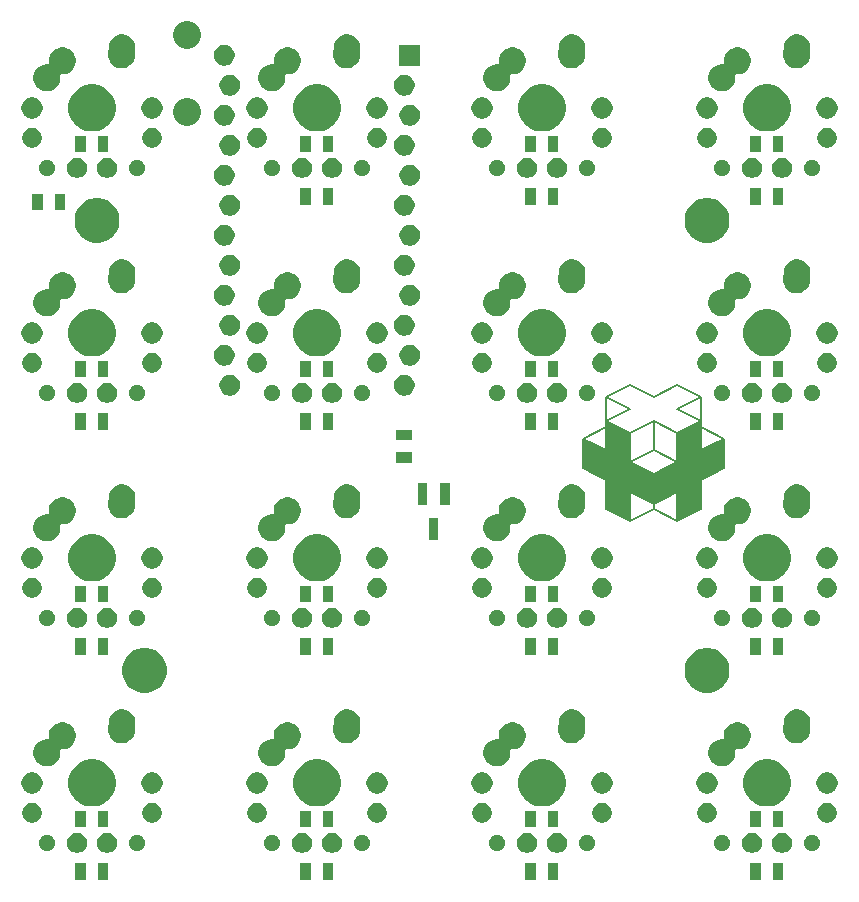
<source format=gbs>
G04 #@! TF.GenerationSoftware,KiCad,Pcbnew,(5.0.1)-3*
G04 #@! TF.CreationDate,2020-04-26T21:35:37+05:00*
G04 #@! TF.ProjectId,amoeba-4x4-keypad,616D6F6562612D3478342D6B65797061,rev?*
G04 #@! TF.SameCoordinates,Original*
G04 #@! TF.FileFunction,Soldermask,Bot*
G04 #@! TF.FilePolarity,Negative*
%FSLAX46Y46*%
G04 Gerber Fmt 4.6, Leading zero omitted, Abs format (unit mm)*
G04 Created by KiCad (PCBNEW (5.0.1)-3) date 26.04.2020 21:35:37*
%MOMM*%
%LPD*%
G01*
G04 APERTURE LIST*
%ADD10C,2.400000*%
%ADD11C,0.150000*%
G04 APERTURE END LIST*
D10*
X256973000Y-104350000D02*
X256973000Y-104350000D01*
X256973000Y-110850000D02*
X256973000Y-110850000D01*
D11*
G04 #@! TO.C,REF\002A\002A*
X294470000Y-137990000D02*
X294470000Y-140490000D01*
X294470000Y-137990000D02*
X292470000Y-136990000D01*
X292470000Y-136990000D02*
X292470000Y-139490000D01*
X292470000Y-139490000D02*
X290470000Y-138490000D01*
X290470000Y-138490000D02*
X290470000Y-140990000D01*
X290470000Y-140990000D02*
X292470000Y-141990000D01*
X292470000Y-141990000D02*
X292470000Y-144490000D01*
X292470000Y-144490000D02*
X294470000Y-145490000D01*
X294470000Y-145490000D02*
X294470000Y-142990000D01*
X294470000Y-142990000D02*
X296470000Y-143990000D01*
X296470000Y-143990000D02*
X296470000Y-141490000D01*
X296470000Y-141490000D02*
X294470000Y-140490000D01*
X296470000Y-141490000D02*
X298470000Y-140490000D01*
X298470000Y-140490000D02*
X298470000Y-137990000D01*
X298470000Y-137990000D02*
X296470000Y-136990000D01*
X296470000Y-136990000D02*
X294470000Y-137990000D01*
X298470000Y-140490000D02*
X296470000Y-139490000D01*
X296470000Y-139490000D02*
X294470000Y-140490000D01*
X296470000Y-136990000D02*
X296470000Y-139490000D01*
X298470000Y-137990000D02*
X300470000Y-136990000D01*
X300470000Y-136990000D02*
X300470000Y-139490000D01*
X300470000Y-139490000D02*
X302470000Y-138490000D01*
X302470000Y-138490000D02*
X302470000Y-140990000D01*
X302470000Y-140990000D02*
X300470000Y-141990000D01*
X300470000Y-141990000D02*
X300470000Y-144490000D01*
X300470000Y-144490000D02*
X298470000Y-145490000D01*
X298470000Y-145490000D02*
X298470000Y-142990000D01*
X296470000Y-143990000D02*
X298470000Y-142990000D01*
X298470000Y-145490000D02*
X296470000Y-144490000D01*
X296470000Y-144490000D02*
X294470000Y-145490000D01*
X294470000Y-145490000D02*
X296470000Y-144490000D01*
X296470000Y-144490000D02*
X296470000Y-143990000D01*
X300470000Y-136990000D02*
X298470000Y-135990000D01*
X298470000Y-135990000D02*
X300470000Y-134990000D01*
X300470000Y-134990000D02*
X298470000Y-133990000D01*
X298470000Y-133990000D02*
X296470000Y-134990000D01*
X296470000Y-134990000D02*
X294470000Y-133990000D01*
X294470000Y-133990000D02*
X292470000Y-134990000D01*
X292470000Y-134990000D02*
X294470000Y-135990000D01*
X294470000Y-135990000D02*
X292470000Y-136990000D01*
X302470000Y-138490000D02*
X300470000Y-137490000D01*
X300470000Y-134990000D02*
X300470000Y-136990000D01*
X292470000Y-134990000D02*
X292470000Y-136990000D01*
X290470000Y-138490000D02*
X292470000Y-137490000D01*
G36*
X302470000Y-138490000D02*
X302470000Y-140990000D01*
X300470000Y-141990000D01*
X300470000Y-144490000D01*
X298470000Y-145490000D01*
X298470000Y-142990000D01*
X296470000Y-143990000D01*
X294470000Y-142990000D01*
X294470000Y-145490000D01*
X292470000Y-144490000D01*
X292470000Y-141990000D01*
X290470000Y-140990000D01*
X290470000Y-138490000D01*
X292470000Y-139490000D01*
X292470000Y-136990000D01*
X294470000Y-137990000D01*
X294470000Y-140490000D01*
X296470000Y-141490000D01*
X298470000Y-140490000D01*
X298470000Y-137990000D01*
X300470000Y-136990000D01*
X300470000Y-139490000D01*
X302470000Y-138490000D01*
G37*
X302470000Y-138490000D02*
X302470000Y-140990000D01*
X300470000Y-141990000D01*
X300470000Y-144490000D01*
X298470000Y-145490000D01*
X298470000Y-142990000D01*
X296470000Y-143990000D01*
X294470000Y-142990000D01*
X294470000Y-145490000D01*
X292470000Y-144490000D01*
X292470000Y-141990000D01*
X290470000Y-140990000D01*
X290470000Y-138490000D01*
X292470000Y-139490000D01*
X292470000Y-136990000D01*
X294470000Y-137990000D01*
X294470000Y-140490000D01*
X296470000Y-141490000D01*
X298470000Y-140490000D01*
X298470000Y-137990000D01*
X300470000Y-136990000D01*
X300470000Y-139490000D01*
X302470000Y-138490000D01*
G36*
X267462000Y-175831500D02*
X266573000Y-175831500D01*
X266573000Y-174434500D01*
X267462000Y-174434500D01*
X267462000Y-175831500D01*
X267462000Y-175831500D01*
G37*
G36*
X269367000Y-175831500D02*
X268478000Y-175831500D01*
X268478000Y-174434500D01*
X269367000Y-174434500D01*
X269367000Y-175831500D01*
X269367000Y-175831500D01*
G37*
G36*
X307467000Y-175831500D02*
X306578000Y-175831500D01*
X306578000Y-174434500D01*
X307467000Y-174434500D01*
X307467000Y-175831500D01*
X307467000Y-175831500D01*
G37*
G36*
X286512000Y-175831500D02*
X285623000Y-175831500D01*
X285623000Y-174434500D01*
X286512000Y-174434500D01*
X286512000Y-175831500D01*
X286512000Y-175831500D01*
G37*
G36*
X288417000Y-175831500D02*
X287528000Y-175831500D01*
X287528000Y-174434500D01*
X288417000Y-174434500D01*
X288417000Y-175831500D01*
X288417000Y-175831500D01*
G37*
G36*
X250317000Y-175831500D02*
X249428000Y-175831500D01*
X249428000Y-174434500D01*
X250317000Y-174434500D01*
X250317000Y-175831500D01*
X250317000Y-175831500D01*
G37*
G36*
X248412000Y-175831500D02*
X247523000Y-175831500D01*
X247523000Y-174434500D01*
X248412000Y-174434500D01*
X248412000Y-175831500D01*
X248412000Y-175831500D01*
G37*
G36*
X305562000Y-175831500D02*
X304673000Y-175831500D01*
X304673000Y-174434500D01*
X305562000Y-174434500D01*
X305562000Y-175831500D01*
X305562000Y-175831500D01*
G37*
G36*
X250434494Y-171914011D02*
X250587037Y-171977196D01*
X250724325Y-172068929D01*
X250841071Y-172185675D01*
X250932804Y-172322963D01*
X250995989Y-172475506D01*
X251028200Y-172637443D01*
X251028200Y-172802557D01*
X250995989Y-172964494D01*
X250932804Y-173117037D01*
X250841071Y-173254325D01*
X250724325Y-173371071D01*
X250587037Y-173462804D01*
X250434494Y-173525989D01*
X250272557Y-173558200D01*
X250107443Y-173558200D01*
X249945506Y-173525989D01*
X249792963Y-173462804D01*
X249655675Y-173371071D01*
X249538929Y-173254325D01*
X249447196Y-173117037D01*
X249384011Y-172964494D01*
X249351800Y-172802557D01*
X249351800Y-172637443D01*
X249384011Y-172475506D01*
X249447196Y-172322963D01*
X249538929Y-172185675D01*
X249655675Y-172068929D01*
X249792963Y-171977196D01*
X249945506Y-171914011D01*
X250107443Y-171881800D01*
X250272557Y-171881800D01*
X250434494Y-171914011D01*
X250434494Y-171914011D01*
G37*
G36*
X266944494Y-171914011D02*
X267097037Y-171977196D01*
X267234325Y-172068929D01*
X267351071Y-172185675D01*
X267442804Y-172322963D01*
X267505989Y-172475506D01*
X267538200Y-172637443D01*
X267538200Y-172802557D01*
X267505989Y-172964494D01*
X267442804Y-173117037D01*
X267351071Y-173254325D01*
X267234325Y-173371071D01*
X267097037Y-173462804D01*
X266944494Y-173525989D01*
X266782557Y-173558200D01*
X266617443Y-173558200D01*
X266455506Y-173525989D01*
X266302963Y-173462804D01*
X266165675Y-173371071D01*
X266048929Y-173254325D01*
X265957196Y-173117037D01*
X265894011Y-172964494D01*
X265861800Y-172802557D01*
X265861800Y-172637443D01*
X265894011Y-172475506D01*
X265957196Y-172322963D01*
X266048929Y-172185675D01*
X266165675Y-172068929D01*
X266302963Y-171977196D01*
X266455506Y-171914011D01*
X266617443Y-171881800D01*
X266782557Y-171881800D01*
X266944494Y-171914011D01*
X266944494Y-171914011D01*
G37*
G36*
X269484494Y-171914011D02*
X269637037Y-171977196D01*
X269774325Y-172068929D01*
X269891071Y-172185675D01*
X269982804Y-172322963D01*
X270045989Y-172475506D01*
X270078200Y-172637443D01*
X270078200Y-172802557D01*
X270045989Y-172964494D01*
X269982804Y-173117037D01*
X269891071Y-173254325D01*
X269774325Y-173371071D01*
X269637037Y-173462804D01*
X269484494Y-173525989D01*
X269322557Y-173558200D01*
X269157443Y-173558200D01*
X268995506Y-173525989D01*
X268842963Y-173462804D01*
X268705675Y-173371071D01*
X268588929Y-173254325D01*
X268497196Y-173117037D01*
X268434011Y-172964494D01*
X268401800Y-172802557D01*
X268401800Y-172637443D01*
X268434011Y-172475506D01*
X268497196Y-172322963D01*
X268588929Y-172185675D01*
X268705675Y-172068929D01*
X268842963Y-171977196D01*
X268995506Y-171914011D01*
X269157443Y-171881800D01*
X269322557Y-171881800D01*
X269484494Y-171914011D01*
X269484494Y-171914011D01*
G37*
G36*
X288534494Y-171914011D02*
X288687037Y-171977196D01*
X288824325Y-172068929D01*
X288941071Y-172185675D01*
X289032804Y-172322963D01*
X289095989Y-172475506D01*
X289128200Y-172637443D01*
X289128200Y-172802557D01*
X289095989Y-172964494D01*
X289032804Y-173117037D01*
X288941071Y-173254325D01*
X288824325Y-173371071D01*
X288687037Y-173462804D01*
X288534494Y-173525989D01*
X288372557Y-173558200D01*
X288207443Y-173558200D01*
X288045506Y-173525989D01*
X287892963Y-173462804D01*
X287755675Y-173371071D01*
X287638929Y-173254325D01*
X287547196Y-173117037D01*
X287484011Y-172964494D01*
X287451800Y-172802557D01*
X287451800Y-172637443D01*
X287484011Y-172475506D01*
X287547196Y-172322963D01*
X287638929Y-172185675D01*
X287755675Y-172068929D01*
X287892963Y-171977196D01*
X288045506Y-171914011D01*
X288207443Y-171881800D01*
X288372557Y-171881800D01*
X288534494Y-171914011D01*
X288534494Y-171914011D01*
G37*
G36*
X307584494Y-171914011D02*
X307737037Y-171977196D01*
X307874325Y-172068929D01*
X307991071Y-172185675D01*
X308082804Y-172322963D01*
X308145989Y-172475506D01*
X308178200Y-172637443D01*
X308178200Y-172802557D01*
X308145989Y-172964494D01*
X308082804Y-173117037D01*
X307991071Y-173254325D01*
X307874325Y-173371071D01*
X307737037Y-173462804D01*
X307584494Y-173525989D01*
X307422557Y-173558200D01*
X307257443Y-173558200D01*
X307095506Y-173525989D01*
X306942963Y-173462804D01*
X306805675Y-173371071D01*
X306688929Y-173254325D01*
X306597196Y-173117037D01*
X306534011Y-172964494D01*
X306501800Y-172802557D01*
X306501800Y-172637443D01*
X306534011Y-172475506D01*
X306597196Y-172322963D01*
X306688929Y-172185675D01*
X306805675Y-172068929D01*
X306942963Y-171977196D01*
X307095506Y-171914011D01*
X307257443Y-171881800D01*
X307422557Y-171881800D01*
X307584494Y-171914011D01*
X307584494Y-171914011D01*
G37*
G36*
X305044494Y-171914011D02*
X305197037Y-171977196D01*
X305334325Y-172068929D01*
X305451071Y-172185675D01*
X305542804Y-172322963D01*
X305605989Y-172475506D01*
X305638200Y-172637443D01*
X305638200Y-172802557D01*
X305605989Y-172964494D01*
X305542804Y-173117037D01*
X305451071Y-173254325D01*
X305334325Y-173371071D01*
X305197037Y-173462804D01*
X305044494Y-173525989D01*
X304882557Y-173558200D01*
X304717443Y-173558200D01*
X304555506Y-173525989D01*
X304402963Y-173462804D01*
X304265675Y-173371071D01*
X304148929Y-173254325D01*
X304057196Y-173117037D01*
X303994011Y-172964494D01*
X303961800Y-172802557D01*
X303961800Y-172637443D01*
X303994011Y-172475506D01*
X304057196Y-172322963D01*
X304148929Y-172185675D01*
X304265675Y-172068929D01*
X304402963Y-171977196D01*
X304555506Y-171914011D01*
X304717443Y-171881800D01*
X304882557Y-171881800D01*
X305044494Y-171914011D01*
X305044494Y-171914011D01*
G37*
G36*
X285994494Y-171914011D02*
X286147037Y-171977196D01*
X286284325Y-172068929D01*
X286401071Y-172185675D01*
X286492804Y-172322963D01*
X286555989Y-172475506D01*
X286588200Y-172637443D01*
X286588200Y-172802557D01*
X286555989Y-172964494D01*
X286492804Y-173117037D01*
X286401071Y-173254325D01*
X286284325Y-173371071D01*
X286147037Y-173462804D01*
X285994494Y-173525989D01*
X285832557Y-173558200D01*
X285667443Y-173558200D01*
X285505506Y-173525989D01*
X285352963Y-173462804D01*
X285215675Y-173371071D01*
X285098929Y-173254325D01*
X285007196Y-173117037D01*
X284944011Y-172964494D01*
X284911800Y-172802557D01*
X284911800Y-172637443D01*
X284944011Y-172475506D01*
X285007196Y-172322963D01*
X285098929Y-172185675D01*
X285215675Y-172068929D01*
X285352963Y-171977196D01*
X285505506Y-171914011D01*
X285667443Y-171881800D01*
X285832557Y-171881800D01*
X285994494Y-171914011D01*
X285994494Y-171914011D01*
G37*
G36*
X247894494Y-171914011D02*
X248047037Y-171977196D01*
X248184325Y-172068929D01*
X248301071Y-172185675D01*
X248392804Y-172322963D01*
X248455989Y-172475506D01*
X248488200Y-172637443D01*
X248488200Y-172802557D01*
X248455989Y-172964494D01*
X248392804Y-173117037D01*
X248301071Y-173254325D01*
X248184325Y-173371071D01*
X248047037Y-173462804D01*
X247894494Y-173525989D01*
X247732557Y-173558200D01*
X247567443Y-173558200D01*
X247405506Y-173525989D01*
X247252963Y-173462804D01*
X247115675Y-173371071D01*
X246998929Y-173254325D01*
X246907196Y-173117037D01*
X246844011Y-172964494D01*
X246811800Y-172802557D01*
X246811800Y-172637443D01*
X246844011Y-172475506D01*
X246907196Y-172322963D01*
X246998929Y-172185675D01*
X247115675Y-172068929D01*
X247252963Y-171977196D01*
X247405506Y-171914011D01*
X247567443Y-171881800D01*
X247732557Y-171881800D01*
X247894494Y-171914011D01*
X247894494Y-171914011D01*
G37*
G36*
X264363745Y-172048342D02*
X264490863Y-172100996D01*
X264605271Y-172177441D01*
X264702559Y-172274729D01*
X264779004Y-172389137D01*
X264831658Y-172516255D01*
X264858500Y-172651202D01*
X264858500Y-172788798D01*
X264831658Y-172923745D01*
X264779004Y-173050863D01*
X264702559Y-173165271D01*
X264605271Y-173262559D01*
X264490863Y-173339004D01*
X264363745Y-173391658D01*
X264228798Y-173418500D01*
X264091202Y-173418500D01*
X263956255Y-173391658D01*
X263829137Y-173339004D01*
X263714729Y-173262559D01*
X263617441Y-173165271D01*
X263540996Y-173050863D01*
X263488342Y-172923745D01*
X263461500Y-172788798D01*
X263461500Y-172651202D01*
X263488342Y-172516255D01*
X263540996Y-172389137D01*
X263617441Y-172274729D01*
X263714729Y-172177441D01*
X263829137Y-172100996D01*
X263956255Y-172048342D01*
X264091202Y-172021500D01*
X264228798Y-172021500D01*
X264363745Y-172048342D01*
X264363745Y-172048342D01*
G37*
G36*
X245313745Y-172048342D02*
X245440863Y-172100996D01*
X245555271Y-172177441D01*
X245652559Y-172274729D01*
X245729004Y-172389137D01*
X245781658Y-172516255D01*
X245808500Y-172651202D01*
X245808500Y-172788798D01*
X245781658Y-172923745D01*
X245729004Y-173050863D01*
X245652559Y-173165271D01*
X245555271Y-173262559D01*
X245440863Y-173339004D01*
X245313745Y-173391658D01*
X245178798Y-173418500D01*
X245041202Y-173418500D01*
X244906255Y-173391658D01*
X244779137Y-173339004D01*
X244664729Y-173262559D01*
X244567441Y-173165271D01*
X244490996Y-173050863D01*
X244438342Y-172923745D01*
X244411500Y-172788798D01*
X244411500Y-172651202D01*
X244438342Y-172516255D01*
X244490996Y-172389137D01*
X244567441Y-172274729D01*
X244664729Y-172177441D01*
X244779137Y-172100996D01*
X244906255Y-172048342D01*
X245041202Y-172021500D01*
X245178798Y-172021500D01*
X245313745Y-172048342D01*
X245313745Y-172048342D01*
G37*
G36*
X291033745Y-172048342D02*
X291160863Y-172100996D01*
X291275271Y-172177441D01*
X291372559Y-172274729D01*
X291449004Y-172389137D01*
X291501658Y-172516255D01*
X291528500Y-172651202D01*
X291528500Y-172788798D01*
X291501658Y-172923745D01*
X291449004Y-173050863D01*
X291372559Y-173165271D01*
X291275271Y-173262559D01*
X291160863Y-173339004D01*
X291033745Y-173391658D01*
X290898798Y-173418500D01*
X290761202Y-173418500D01*
X290626255Y-173391658D01*
X290499137Y-173339004D01*
X290384729Y-173262559D01*
X290287441Y-173165271D01*
X290210996Y-173050863D01*
X290158342Y-172923745D01*
X290131500Y-172788798D01*
X290131500Y-172651202D01*
X290158342Y-172516255D01*
X290210996Y-172389137D01*
X290287441Y-172274729D01*
X290384729Y-172177441D01*
X290499137Y-172100996D01*
X290626255Y-172048342D01*
X290761202Y-172021500D01*
X290898798Y-172021500D01*
X291033745Y-172048342D01*
X291033745Y-172048342D01*
G37*
G36*
X310083745Y-172048342D02*
X310210863Y-172100996D01*
X310325271Y-172177441D01*
X310422559Y-172274729D01*
X310499004Y-172389137D01*
X310551658Y-172516255D01*
X310578500Y-172651202D01*
X310578500Y-172788798D01*
X310551658Y-172923745D01*
X310499004Y-173050863D01*
X310422559Y-173165271D01*
X310325271Y-173262559D01*
X310210863Y-173339004D01*
X310083745Y-173391658D01*
X309948798Y-173418500D01*
X309811202Y-173418500D01*
X309676255Y-173391658D01*
X309549137Y-173339004D01*
X309434729Y-173262559D01*
X309337441Y-173165271D01*
X309260996Y-173050863D01*
X309208342Y-172923745D01*
X309181500Y-172788798D01*
X309181500Y-172651202D01*
X309208342Y-172516255D01*
X309260996Y-172389137D01*
X309337441Y-172274729D01*
X309434729Y-172177441D01*
X309549137Y-172100996D01*
X309676255Y-172048342D01*
X309811202Y-172021500D01*
X309948798Y-172021500D01*
X310083745Y-172048342D01*
X310083745Y-172048342D01*
G37*
G36*
X302463745Y-172048342D02*
X302590863Y-172100996D01*
X302705271Y-172177441D01*
X302802559Y-172274729D01*
X302879004Y-172389137D01*
X302931658Y-172516255D01*
X302958500Y-172651202D01*
X302958500Y-172788798D01*
X302931658Y-172923745D01*
X302879004Y-173050863D01*
X302802559Y-173165271D01*
X302705271Y-173262559D01*
X302590863Y-173339004D01*
X302463745Y-173391658D01*
X302328798Y-173418500D01*
X302191202Y-173418500D01*
X302056255Y-173391658D01*
X301929137Y-173339004D01*
X301814729Y-173262559D01*
X301717441Y-173165271D01*
X301640996Y-173050863D01*
X301588342Y-172923745D01*
X301561500Y-172788798D01*
X301561500Y-172651202D01*
X301588342Y-172516255D01*
X301640996Y-172389137D01*
X301717441Y-172274729D01*
X301814729Y-172177441D01*
X301929137Y-172100996D01*
X302056255Y-172048342D01*
X302191202Y-172021500D01*
X302328798Y-172021500D01*
X302463745Y-172048342D01*
X302463745Y-172048342D01*
G37*
G36*
X271983745Y-172048342D02*
X272110863Y-172100996D01*
X272225271Y-172177441D01*
X272322559Y-172274729D01*
X272399004Y-172389137D01*
X272451658Y-172516255D01*
X272478500Y-172651202D01*
X272478500Y-172788798D01*
X272451658Y-172923745D01*
X272399004Y-173050863D01*
X272322559Y-173165271D01*
X272225271Y-173262559D01*
X272110863Y-173339004D01*
X271983745Y-173391658D01*
X271848798Y-173418500D01*
X271711202Y-173418500D01*
X271576255Y-173391658D01*
X271449137Y-173339004D01*
X271334729Y-173262559D01*
X271237441Y-173165271D01*
X271160996Y-173050863D01*
X271108342Y-172923745D01*
X271081500Y-172788798D01*
X271081500Y-172651202D01*
X271108342Y-172516255D01*
X271160996Y-172389137D01*
X271237441Y-172274729D01*
X271334729Y-172177441D01*
X271449137Y-172100996D01*
X271576255Y-172048342D01*
X271711202Y-172021500D01*
X271848798Y-172021500D01*
X271983745Y-172048342D01*
X271983745Y-172048342D01*
G37*
G36*
X283413745Y-172048342D02*
X283540863Y-172100996D01*
X283655271Y-172177441D01*
X283752559Y-172274729D01*
X283829004Y-172389137D01*
X283881658Y-172516255D01*
X283908500Y-172651202D01*
X283908500Y-172788798D01*
X283881658Y-172923745D01*
X283829004Y-173050863D01*
X283752559Y-173165271D01*
X283655271Y-173262559D01*
X283540863Y-173339004D01*
X283413745Y-173391658D01*
X283278798Y-173418500D01*
X283141202Y-173418500D01*
X283006255Y-173391658D01*
X282879137Y-173339004D01*
X282764729Y-173262559D01*
X282667441Y-173165271D01*
X282590996Y-173050863D01*
X282538342Y-172923745D01*
X282511500Y-172788798D01*
X282511500Y-172651202D01*
X282538342Y-172516255D01*
X282590996Y-172389137D01*
X282667441Y-172274729D01*
X282764729Y-172177441D01*
X282879137Y-172100996D01*
X283006255Y-172048342D01*
X283141202Y-172021500D01*
X283278798Y-172021500D01*
X283413745Y-172048342D01*
X283413745Y-172048342D01*
G37*
G36*
X252933745Y-172048342D02*
X253060863Y-172100996D01*
X253175271Y-172177441D01*
X253272559Y-172274729D01*
X253349004Y-172389137D01*
X253401658Y-172516255D01*
X253428500Y-172651202D01*
X253428500Y-172788798D01*
X253401658Y-172923745D01*
X253349004Y-173050863D01*
X253272559Y-173165271D01*
X253175271Y-173262559D01*
X253060863Y-173339004D01*
X252933745Y-173391658D01*
X252798798Y-173418500D01*
X252661202Y-173418500D01*
X252526255Y-173391658D01*
X252399137Y-173339004D01*
X252284729Y-173262559D01*
X252187441Y-173165271D01*
X252110996Y-173050863D01*
X252058342Y-172923745D01*
X252031500Y-172788798D01*
X252031500Y-172651202D01*
X252058342Y-172516255D01*
X252110996Y-172389137D01*
X252187441Y-172274729D01*
X252284729Y-172177441D01*
X252399137Y-172100996D01*
X252526255Y-172048342D01*
X252661202Y-172021500D01*
X252798798Y-172021500D01*
X252933745Y-172048342D01*
X252933745Y-172048342D01*
G37*
G36*
X288417000Y-171386500D02*
X287528000Y-171386500D01*
X287528000Y-169989500D01*
X288417000Y-169989500D01*
X288417000Y-171386500D01*
X288417000Y-171386500D01*
G37*
G36*
X269367000Y-171386500D02*
X268478000Y-171386500D01*
X268478000Y-169989500D01*
X269367000Y-169989500D01*
X269367000Y-171386500D01*
X269367000Y-171386500D01*
G37*
G36*
X267462000Y-171386500D02*
X266573000Y-171386500D01*
X266573000Y-169989500D01*
X267462000Y-169989500D01*
X267462000Y-171386500D01*
X267462000Y-171386500D01*
G37*
G36*
X250317000Y-171386500D02*
X249428000Y-171386500D01*
X249428000Y-169989500D01*
X250317000Y-169989500D01*
X250317000Y-171386500D01*
X250317000Y-171386500D01*
G37*
G36*
X248412000Y-171386500D02*
X247523000Y-171386500D01*
X247523000Y-169989500D01*
X248412000Y-169989500D01*
X248412000Y-171386500D01*
X248412000Y-171386500D01*
G37*
G36*
X305562000Y-171386500D02*
X304673000Y-171386500D01*
X304673000Y-169989500D01*
X305562000Y-169989500D01*
X305562000Y-171386500D01*
X305562000Y-171386500D01*
G37*
G36*
X286512000Y-171386500D02*
X285623000Y-171386500D01*
X285623000Y-169989500D01*
X286512000Y-169989500D01*
X286512000Y-171386500D01*
X286512000Y-171386500D01*
G37*
G36*
X307467000Y-171386500D02*
X306578000Y-171386500D01*
X306578000Y-169989500D01*
X307467000Y-169989500D01*
X307467000Y-171386500D01*
X307467000Y-171386500D01*
G37*
G36*
X244080787Y-169386223D02*
X244231022Y-169448452D01*
X244366228Y-169538794D01*
X244481206Y-169653772D01*
X244571548Y-169788978D01*
X244633777Y-169939213D01*
X244665500Y-170098694D01*
X244665500Y-170261306D01*
X244633777Y-170420787D01*
X244571548Y-170571022D01*
X244481206Y-170706228D01*
X244366228Y-170821206D01*
X244231022Y-170911548D01*
X244080787Y-170973777D01*
X243921306Y-171005500D01*
X243758694Y-171005500D01*
X243599213Y-170973777D01*
X243448978Y-170911548D01*
X243313772Y-170821206D01*
X243198794Y-170706228D01*
X243108452Y-170571022D01*
X243046223Y-170420787D01*
X243014500Y-170261306D01*
X243014500Y-170098694D01*
X243046223Y-169939213D01*
X243108452Y-169788978D01*
X243198794Y-169653772D01*
X243313772Y-169538794D01*
X243448978Y-169448452D01*
X243599213Y-169386223D01*
X243758694Y-169354500D01*
X243921306Y-169354500D01*
X244080787Y-169386223D01*
X244080787Y-169386223D01*
G37*
G36*
X311390787Y-169386223D02*
X311541022Y-169448452D01*
X311676228Y-169538794D01*
X311791206Y-169653772D01*
X311881548Y-169788978D01*
X311943777Y-169939213D01*
X311975500Y-170098694D01*
X311975500Y-170261306D01*
X311943777Y-170420787D01*
X311881548Y-170571022D01*
X311791206Y-170706228D01*
X311676228Y-170821206D01*
X311541022Y-170911548D01*
X311390787Y-170973777D01*
X311231306Y-171005500D01*
X311068694Y-171005500D01*
X310909213Y-170973777D01*
X310758978Y-170911548D01*
X310623772Y-170821206D01*
X310508794Y-170706228D01*
X310418452Y-170571022D01*
X310356223Y-170420787D01*
X310324500Y-170261306D01*
X310324500Y-170098694D01*
X310356223Y-169939213D01*
X310418452Y-169788978D01*
X310508794Y-169653772D01*
X310623772Y-169538794D01*
X310758978Y-169448452D01*
X310909213Y-169386223D01*
X311068694Y-169354500D01*
X311231306Y-169354500D01*
X311390787Y-169386223D01*
X311390787Y-169386223D01*
G37*
G36*
X273290787Y-169386223D02*
X273441022Y-169448452D01*
X273576228Y-169538794D01*
X273691206Y-169653772D01*
X273781548Y-169788978D01*
X273843777Y-169939213D01*
X273875500Y-170098694D01*
X273875500Y-170261306D01*
X273843777Y-170420787D01*
X273781548Y-170571022D01*
X273691206Y-170706228D01*
X273576228Y-170821206D01*
X273441022Y-170911548D01*
X273290787Y-170973777D01*
X273131306Y-171005500D01*
X272968694Y-171005500D01*
X272809213Y-170973777D01*
X272658978Y-170911548D01*
X272523772Y-170821206D01*
X272408794Y-170706228D01*
X272318452Y-170571022D01*
X272256223Y-170420787D01*
X272224500Y-170261306D01*
X272224500Y-170098694D01*
X272256223Y-169939213D01*
X272318452Y-169788978D01*
X272408794Y-169653772D01*
X272523772Y-169538794D01*
X272658978Y-169448452D01*
X272809213Y-169386223D01*
X272968694Y-169354500D01*
X273131306Y-169354500D01*
X273290787Y-169386223D01*
X273290787Y-169386223D01*
G37*
G36*
X263130787Y-169386223D02*
X263281022Y-169448452D01*
X263416228Y-169538794D01*
X263531206Y-169653772D01*
X263621548Y-169788978D01*
X263683777Y-169939213D01*
X263715500Y-170098694D01*
X263715500Y-170261306D01*
X263683777Y-170420787D01*
X263621548Y-170571022D01*
X263531206Y-170706228D01*
X263416228Y-170821206D01*
X263281022Y-170911548D01*
X263130787Y-170973777D01*
X262971306Y-171005500D01*
X262808694Y-171005500D01*
X262649213Y-170973777D01*
X262498978Y-170911548D01*
X262363772Y-170821206D01*
X262248794Y-170706228D01*
X262158452Y-170571022D01*
X262096223Y-170420787D01*
X262064500Y-170261306D01*
X262064500Y-170098694D01*
X262096223Y-169939213D01*
X262158452Y-169788978D01*
X262248794Y-169653772D01*
X262363772Y-169538794D01*
X262498978Y-169448452D01*
X262649213Y-169386223D01*
X262808694Y-169354500D01*
X262971306Y-169354500D01*
X263130787Y-169386223D01*
X263130787Y-169386223D01*
G37*
G36*
X282180787Y-169386223D02*
X282331022Y-169448452D01*
X282466228Y-169538794D01*
X282581206Y-169653772D01*
X282671548Y-169788978D01*
X282733777Y-169939213D01*
X282765500Y-170098694D01*
X282765500Y-170261306D01*
X282733777Y-170420787D01*
X282671548Y-170571022D01*
X282581206Y-170706228D01*
X282466228Y-170821206D01*
X282331022Y-170911548D01*
X282180787Y-170973777D01*
X282021306Y-171005500D01*
X281858694Y-171005500D01*
X281699213Y-170973777D01*
X281548978Y-170911548D01*
X281413772Y-170821206D01*
X281298794Y-170706228D01*
X281208452Y-170571022D01*
X281146223Y-170420787D01*
X281114500Y-170261306D01*
X281114500Y-170098694D01*
X281146223Y-169939213D01*
X281208452Y-169788978D01*
X281298794Y-169653772D01*
X281413772Y-169538794D01*
X281548978Y-169448452D01*
X281699213Y-169386223D01*
X281858694Y-169354500D01*
X282021306Y-169354500D01*
X282180787Y-169386223D01*
X282180787Y-169386223D01*
G37*
G36*
X254240787Y-169386223D02*
X254391022Y-169448452D01*
X254526228Y-169538794D01*
X254641206Y-169653772D01*
X254731548Y-169788978D01*
X254793777Y-169939213D01*
X254825500Y-170098694D01*
X254825500Y-170261306D01*
X254793777Y-170420787D01*
X254731548Y-170571022D01*
X254641206Y-170706228D01*
X254526228Y-170821206D01*
X254391022Y-170911548D01*
X254240787Y-170973777D01*
X254081306Y-171005500D01*
X253918694Y-171005500D01*
X253759213Y-170973777D01*
X253608978Y-170911548D01*
X253473772Y-170821206D01*
X253358794Y-170706228D01*
X253268452Y-170571022D01*
X253206223Y-170420787D01*
X253174500Y-170261306D01*
X253174500Y-170098694D01*
X253206223Y-169939213D01*
X253268452Y-169788978D01*
X253358794Y-169653772D01*
X253473772Y-169538794D01*
X253608978Y-169448452D01*
X253759213Y-169386223D01*
X253918694Y-169354500D01*
X254081306Y-169354500D01*
X254240787Y-169386223D01*
X254240787Y-169386223D01*
G37*
G36*
X301230787Y-169386223D02*
X301381022Y-169448452D01*
X301516228Y-169538794D01*
X301631206Y-169653772D01*
X301721548Y-169788978D01*
X301783777Y-169939213D01*
X301815500Y-170098694D01*
X301815500Y-170261306D01*
X301783777Y-170420787D01*
X301721548Y-170571022D01*
X301631206Y-170706228D01*
X301516228Y-170821206D01*
X301381022Y-170911548D01*
X301230787Y-170973777D01*
X301071306Y-171005500D01*
X300908694Y-171005500D01*
X300749213Y-170973777D01*
X300598978Y-170911548D01*
X300463772Y-170821206D01*
X300348794Y-170706228D01*
X300258452Y-170571022D01*
X300196223Y-170420787D01*
X300164500Y-170261306D01*
X300164500Y-170098694D01*
X300196223Y-169939213D01*
X300258452Y-169788978D01*
X300348794Y-169653772D01*
X300463772Y-169538794D01*
X300598978Y-169448452D01*
X300749213Y-169386223D01*
X300908694Y-169354500D01*
X301071306Y-169354500D01*
X301230787Y-169386223D01*
X301230787Y-169386223D01*
G37*
G36*
X292340787Y-169386223D02*
X292491022Y-169448452D01*
X292626228Y-169538794D01*
X292741206Y-169653772D01*
X292831548Y-169788978D01*
X292893777Y-169939213D01*
X292925500Y-170098694D01*
X292925500Y-170261306D01*
X292893777Y-170420787D01*
X292831548Y-170571022D01*
X292741206Y-170706228D01*
X292626228Y-170821206D01*
X292491022Y-170911548D01*
X292340787Y-170973777D01*
X292181306Y-171005500D01*
X292018694Y-171005500D01*
X291859213Y-170973777D01*
X291708978Y-170911548D01*
X291573772Y-170821206D01*
X291458794Y-170706228D01*
X291368452Y-170571022D01*
X291306223Y-170420787D01*
X291274500Y-170261306D01*
X291274500Y-170098694D01*
X291306223Y-169939213D01*
X291368452Y-169788978D01*
X291458794Y-169653772D01*
X291573772Y-169538794D01*
X291708978Y-169448452D01*
X291859213Y-169386223D01*
X292018694Y-169354500D01*
X292181306Y-169354500D01*
X292340787Y-169386223D01*
X292340787Y-169386223D01*
G37*
G36*
X249501599Y-165722724D02*
X249864466Y-165873028D01*
X250191037Y-166091236D01*
X250468764Y-166368963D01*
X250686972Y-166695534D01*
X250837276Y-167058401D01*
X250913900Y-167443618D01*
X250913900Y-167836382D01*
X250837276Y-168221599D01*
X250686972Y-168584466D01*
X250468764Y-168911037D01*
X250191037Y-169188764D01*
X249864466Y-169406972D01*
X249501599Y-169557276D01*
X249116382Y-169633900D01*
X248723618Y-169633900D01*
X248338401Y-169557276D01*
X247975534Y-169406972D01*
X247648963Y-169188764D01*
X247371236Y-168911037D01*
X247153028Y-168584466D01*
X247002724Y-168221599D01*
X246926100Y-167836382D01*
X246926100Y-167443618D01*
X247002724Y-167058401D01*
X247153028Y-166695534D01*
X247371236Y-166368963D01*
X247648963Y-166091236D01*
X247975534Y-165873028D01*
X248338401Y-165722724D01*
X248723618Y-165646100D01*
X249116382Y-165646100D01*
X249501599Y-165722724D01*
X249501599Y-165722724D01*
G37*
G36*
X287601599Y-165722724D02*
X287964466Y-165873028D01*
X288291037Y-166091236D01*
X288568764Y-166368963D01*
X288786972Y-166695534D01*
X288937276Y-167058401D01*
X289013900Y-167443618D01*
X289013900Y-167836382D01*
X288937276Y-168221599D01*
X288786972Y-168584466D01*
X288568764Y-168911037D01*
X288291037Y-169188764D01*
X287964466Y-169406972D01*
X287601599Y-169557276D01*
X287216382Y-169633900D01*
X286823618Y-169633900D01*
X286438401Y-169557276D01*
X286075534Y-169406972D01*
X285748963Y-169188764D01*
X285471236Y-168911037D01*
X285253028Y-168584466D01*
X285102724Y-168221599D01*
X285026100Y-167836382D01*
X285026100Y-167443618D01*
X285102724Y-167058401D01*
X285253028Y-166695534D01*
X285471236Y-166368963D01*
X285748963Y-166091236D01*
X286075534Y-165873028D01*
X286438401Y-165722724D01*
X286823618Y-165646100D01*
X287216382Y-165646100D01*
X287601599Y-165722724D01*
X287601599Y-165722724D01*
G37*
G36*
X306651599Y-165722724D02*
X307014466Y-165873028D01*
X307341037Y-166091236D01*
X307618764Y-166368963D01*
X307836972Y-166695534D01*
X307987276Y-167058401D01*
X308063900Y-167443618D01*
X308063900Y-167836382D01*
X307987276Y-168221599D01*
X307836972Y-168584466D01*
X307618764Y-168911037D01*
X307341037Y-169188764D01*
X307014466Y-169406972D01*
X306651599Y-169557276D01*
X306266382Y-169633900D01*
X305873618Y-169633900D01*
X305488401Y-169557276D01*
X305125534Y-169406972D01*
X304798963Y-169188764D01*
X304521236Y-168911037D01*
X304303028Y-168584466D01*
X304152724Y-168221599D01*
X304076100Y-167836382D01*
X304076100Y-167443618D01*
X304152724Y-167058401D01*
X304303028Y-166695534D01*
X304521236Y-166368963D01*
X304798963Y-166091236D01*
X305125534Y-165873028D01*
X305488401Y-165722724D01*
X305873618Y-165646100D01*
X306266382Y-165646100D01*
X306651599Y-165722724D01*
X306651599Y-165722724D01*
G37*
G36*
X268551599Y-165722724D02*
X268914466Y-165873028D01*
X269241037Y-166091236D01*
X269518764Y-166368963D01*
X269736972Y-166695534D01*
X269887276Y-167058401D01*
X269963900Y-167443618D01*
X269963900Y-167836382D01*
X269887276Y-168221599D01*
X269736972Y-168584466D01*
X269518764Y-168911037D01*
X269241037Y-169188764D01*
X268914466Y-169406972D01*
X268551599Y-169557276D01*
X268166382Y-169633900D01*
X267773618Y-169633900D01*
X267388401Y-169557276D01*
X267025534Y-169406972D01*
X266698963Y-169188764D01*
X266421236Y-168911037D01*
X266203028Y-168584466D01*
X266052724Y-168221599D01*
X265976100Y-167836382D01*
X265976100Y-167443618D01*
X266052724Y-167058401D01*
X266203028Y-166695534D01*
X266421236Y-166368963D01*
X266698963Y-166091236D01*
X267025534Y-165873028D01*
X267388401Y-165722724D01*
X267773618Y-165646100D01*
X268166382Y-165646100D01*
X268551599Y-165722724D01*
X268551599Y-165722724D01*
G37*
G36*
X263065757Y-166756410D02*
X263152783Y-166773721D01*
X263200803Y-166793612D01*
X263316736Y-166841632D01*
X263464293Y-166940227D01*
X263589773Y-167065707D01*
X263688368Y-167213264D01*
X263756279Y-167377218D01*
X263790900Y-167551268D01*
X263790900Y-167728732D01*
X263756279Y-167902782D01*
X263688368Y-168066736D01*
X263589773Y-168214293D01*
X263464293Y-168339773D01*
X263316736Y-168438368D01*
X263200803Y-168486388D01*
X263152783Y-168506279D01*
X263065757Y-168523589D01*
X262978732Y-168540900D01*
X262801268Y-168540900D01*
X262714243Y-168523590D01*
X262627217Y-168506279D01*
X262579197Y-168486388D01*
X262463264Y-168438368D01*
X262315707Y-168339773D01*
X262190227Y-168214293D01*
X262091632Y-168066736D01*
X262023721Y-167902782D01*
X261989100Y-167728732D01*
X261989100Y-167551268D01*
X262023721Y-167377218D01*
X262091632Y-167213264D01*
X262190227Y-167065707D01*
X262315707Y-166940227D01*
X262463264Y-166841632D01*
X262579197Y-166793612D01*
X262627217Y-166773721D01*
X262714243Y-166756410D01*
X262801268Y-166739100D01*
X262978732Y-166739100D01*
X263065757Y-166756410D01*
X263065757Y-166756410D01*
G37*
G36*
X273225757Y-166756410D02*
X273312783Y-166773721D01*
X273360803Y-166793612D01*
X273476736Y-166841632D01*
X273624293Y-166940227D01*
X273749773Y-167065707D01*
X273848368Y-167213264D01*
X273916279Y-167377218D01*
X273950900Y-167551268D01*
X273950900Y-167728732D01*
X273916279Y-167902782D01*
X273848368Y-168066736D01*
X273749773Y-168214293D01*
X273624293Y-168339773D01*
X273476736Y-168438368D01*
X273360803Y-168486388D01*
X273312783Y-168506279D01*
X273225757Y-168523589D01*
X273138732Y-168540900D01*
X272961268Y-168540900D01*
X272874243Y-168523590D01*
X272787217Y-168506279D01*
X272739197Y-168486388D01*
X272623264Y-168438368D01*
X272475707Y-168339773D01*
X272350227Y-168214293D01*
X272251632Y-168066736D01*
X272183721Y-167902782D01*
X272149100Y-167728732D01*
X272149100Y-167551268D01*
X272183721Y-167377218D01*
X272251632Y-167213264D01*
X272350227Y-167065707D01*
X272475707Y-166940227D01*
X272623264Y-166841632D01*
X272739197Y-166793612D01*
X272787217Y-166773721D01*
X272874243Y-166756410D01*
X272961268Y-166739100D01*
X273138732Y-166739100D01*
X273225757Y-166756410D01*
X273225757Y-166756410D01*
G37*
G36*
X282115757Y-166756410D02*
X282202783Y-166773721D01*
X282250803Y-166793612D01*
X282366736Y-166841632D01*
X282514293Y-166940227D01*
X282639773Y-167065707D01*
X282738368Y-167213264D01*
X282806279Y-167377218D01*
X282840900Y-167551268D01*
X282840900Y-167728732D01*
X282806279Y-167902782D01*
X282738368Y-168066736D01*
X282639773Y-168214293D01*
X282514293Y-168339773D01*
X282366736Y-168438368D01*
X282250803Y-168486388D01*
X282202783Y-168506279D01*
X282115757Y-168523589D01*
X282028732Y-168540900D01*
X281851268Y-168540900D01*
X281764243Y-168523590D01*
X281677217Y-168506279D01*
X281629197Y-168486388D01*
X281513264Y-168438368D01*
X281365707Y-168339773D01*
X281240227Y-168214293D01*
X281141632Y-168066736D01*
X281073721Y-167902782D01*
X281039100Y-167728732D01*
X281039100Y-167551268D01*
X281073721Y-167377218D01*
X281141632Y-167213264D01*
X281240227Y-167065707D01*
X281365707Y-166940227D01*
X281513264Y-166841632D01*
X281629197Y-166793612D01*
X281677217Y-166773721D01*
X281764243Y-166756410D01*
X281851268Y-166739100D01*
X282028732Y-166739100D01*
X282115757Y-166756410D01*
X282115757Y-166756410D01*
G37*
G36*
X292275757Y-166756410D02*
X292362783Y-166773721D01*
X292410803Y-166793612D01*
X292526736Y-166841632D01*
X292674293Y-166940227D01*
X292799773Y-167065707D01*
X292898368Y-167213264D01*
X292966279Y-167377218D01*
X293000900Y-167551268D01*
X293000900Y-167728732D01*
X292966279Y-167902782D01*
X292898368Y-168066736D01*
X292799773Y-168214293D01*
X292674293Y-168339773D01*
X292526736Y-168438368D01*
X292410803Y-168486388D01*
X292362783Y-168506279D01*
X292275757Y-168523589D01*
X292188732Y-168540900D01*
X292011268Y-168540900D01*
X291924243Y-168523590D01*
X291837217Y-168506279D01*
X291789197Y-168486388D01*
X291673264Y-168438368D01*
X291525707Y-168339773D01*
X291400227Y-168214293D01*
X291301632Y-168066736D01*
X291233721Y-167902782D01*
X291199100Y-167728732D01*
X291199100Y-167551268D01*
X291233721Y-167377218D01*
X291301632Y-167213264D01*
X291400227Y-167065707D01*
X291525707Y-166940227D01*
X291673264Y-166841632D01*
X291789197Y-166793612D01*
X291837217Y-166773721D01*
X291924243Y-166756410D01*
X292011268Y-166739100D01*
X292188732Y-166739100D01*
X292275757Y-166756410D01*
X292275757Y-166756410D01*
G37*
G36*
X311325757Y-166756410D02*
X311412783Y-166773721D01*
X311460803Y-166793612D01*
X311576736Y-166841632D01*
X311724293Y-166940227D01*
X311849773Y-167065707D01*
X311948368Y-167213264D01*
X312016279Y-167377218D01*
X312050900Y-167551268D01*
X312050900Y-167728732D01*
X312016279Y-167902782D01*
X311948368Y-168066736D01*
X311849773Y-168214293D01*
X311724293Y-168339773D01*
X311576736Y-168438368D01*
X311460803Y-168486388D01*
X311412783Y-168506279D01*
X311325757Y-168523589D01*
X311238732Y-168540900D01*
X311061268Y-168540900D01*
X310974243Y-168523590D01*
X310887217Y-168506279D01*
X310839197Y-168486388D01*
X310723264Y-168438368D01*
X310575707Y-168339773D01*
X310450227Y-168214293D01*
X310351632Y-168066736D01*
X310283721Y-167902782D01*
X310249100Y-167728732D01*
X310249100Y-167551268D01*
X310283721Y-167377218D01*
X310351632Y-167213264D01*
X310450227Y-167065707D01*
X310575707Y-166940227D01*
X310723264Y-166841632D01*
X310839197Y-166793612D01*
X310887217Y-166773721D01*
X310974243Y-166756410D01*
X311061268Y-166739100D01*
X311238732Y-166739100D01*
X311325757Y-166756410D01*
X311325757Y-166756410D01*
G37*
G36*
X254175757Y-166756410D02*
X254262783Y-166773721D01*
X254310803Y-166793612D01*
X254426736Y-166841632D01*
X254574293Y-166940227D01*
X254699773Y-167065707D01*
X254798368Y-167213264D01*
X254866279Y-167377218D01*
X254900900Y-167551268D01*
X254900900Y-167728732D01*
X254866279Y-167902782D01*
X254798368Y-168066736D01*
X254699773Y-168214293D01*
X254574293Y-168339773D01*
X254426736Y-168438368D01*
X254310803Y-168486388D01*
X254262783Y-168506279D01*
X254175757Y-168523589D01*
X254088732Y-168540900D01*
X253911268Y-168540900D01*
X253824243Y-168523590D01*
X253737217Y-168506279D01*
X253689197Y-168486388D01*
X253573264Y-168438368D01*
X253425707Y-168339773D01*
X253300227Y-168214293D01*
X253201632Y-168066736D01*
X253133721Y-167902782D01*
X253099100Y-167728732D01*
X253099100Y-167551268D01*
X253133721Y-167377218D01*
X253201632Y-167213264D01*
X253300227Y-167065707D01*
X253425707Y-166940227D01*
X253573264Y-166841632D01*
X253689197Y-166793612D01*
X253737217Y-166773721D01*
X253824243Y-166756410D01*
X253911268Y-166739100D01*
X254088732Y-166739100D01*
X254175757Y-166756410D01*
X254175757Y-166756410D01*
G37*
G36*
X244015757Y-166756410D02*
X244102783Y-166773721D01*
X244150803Y-166793612D01*
X244266736Y-166841632D01*
X244414293Y-166940227D01*
X244539773Y-167065707D01*
X244638368Y-167213264D01*
X244706279Y-167377218D01*
X244740900Y-167551268D01*
X244740900Y-167728732D01*
X244706279Y-167902782D01*
X244638368Y-168066736D01*
X244539773Y-168214293D01*
X244414293Y-168339773D01*
X244266736Y-168438368D01*
X244150803Y-168486388D01*
X244102783Y-168506279D01*
X244015757Y-168523589D01*
X243928732Y-168540900D01*
X243751268Y-168540900D01*
X243664243Y-168523590D01*
X243577217Y-168506279D01*
X243529197Y-168486388D01*
X243413264Y-168438368D01*
X243265707Y-168339773D01*
X243140227Y-168214293D01*
X243041632Y-168066736D01*
X242973721Y-167902782D01*
X242939100Y-167728732D01*
X242939100Y-167551268D01*
X242973721Y-167377218D01*
X243041632Y-167213264D01*
X243140227Y-167065707D01*
X243265707Y-166940227D01*
X243413264Y-166841632D01*
X243529197Y-166793612D01*
X243577217Y-166773721D01*
X243664243Y-166756410D01*
X243751268Y-166739100D01*
X243928732Y-166739100D01*
X244015757Y-166756410D01*
X244015757Y-166756410D01*
G37*
G36*
X301165757Y-166756410D02*
X301252783Y-166773721D01*
X301300803Y-166793612D01*
X301416736Y-166841632D01*
X301564293Y-166940227D01*
X301689773Y-167065707D01*
X301788368Y-167213264D01*
X301856279Y-167377218D01*
X301890900Y-167551268D01*
X301890900Y-167728732D01*
X301856279Y-167902782D01*
X301788368Y-168066736D01*
X301689773Y-168214293D01*
X301564293Y-168339773D01*
X301416736Y-168438368D01*
X301300803Y-168486388D01*
X301252783Y-168506279D01*
X301165757Y-168523589D01*
X301078732Y-168540900D01*
X300901268Y-168540900D01*
X300814243Y-168523590D01*
X300727217Y-168506279D01*
X300679197Y-168486388D01*
X300563264Y-168438368D01*
X300415707Y-168339773D01*
X300290227Y-168214293D01*
X300191632Y-168066736D01*
X300123721Y-167902782D01*
X300089100Y-167728732D01*
X300089100Y-167551268D01*
X300123721Y-167377218D01*
X300191632Y-167213264D01*
X300290227Y-167065707D01*
X300415707Y-166940227D01*
X300563264Y-166841632D01*
X300679197Y-166793612D01*
X300727217Y-166773721D01*
X300814243Y-166756410D01*
X300901268Y-166739100D01*
X301078732Y-166739100D01*
X301165757Y-166756410D01*
X301165757Y-166756410D01*
G37*
G36*
X246753401Y-162540925D02*
X246961413Y-162627086D01*
X247148623Y-162752176D01*
X247307824Y-162911377D01*
X247432914Y-163098587D01*
X247519075Y-163306599D01*
X247563000Y-163527424D01*
X247563000Y-163752576D01*
X247519075Y-163973401D01*
X247432914Y-164181413D01*
X247307824Y-164368623D01*
X247148623Y-164527824D01*
X246961413Y-164652914D01*
X246753401Y-164739075D01*
X246532576Y-164783000D01*
X246364650Y-164783000D01*
X246340264Y-164785402D01*
X246316815Y-164792515D01*
X246295204Y-164804066D01*
X246276262Y-164819612D01*
X246260716Y-164838554D01*
X246249165Y-164860165D01*
X246242052Y-164883614D01*
X246239650Y-164908000D01*
X246242052Y-164932387D01*
X246253000Y-164987425D01*
X246253000Y-165212576D01*
X246209075Y-165433401D01*
X246122914Y-165641413D01*
X245997824Y-165828623D01*
X245838623Y-165987824D01*
X245651413Y-166112914D01*
X245443401Y-166199075D01*
X245222576Y-166243000D01*
X244997424Y-166243000D01*
X244776599Y-166199075D01*
X244568587Y-166112914D01*
X244381377Y-165987824D01*
X244222176Y-165828623D01*
X244097086Y-165641413D01*
X244010925Y-165433401D01*
X243967000Y-165212576D01*
X243967000Y-164987424D01*
X244010925Y-164766599D01*
X244097086Y-164558587D01*
X244222176Y-164371377D01*
X244381377Y-164212176D01*
X244568587Y-164087086D01*
X244776599Y-164000925D01*
X244997424Y-163957000D01*
X245165350Y-163957000D01*
X245189736Y-163954598D01*
X245213185Y-163947485D01*
X245234796Y-163935934D01*
X245253738Y-163920388D01*
X245269284Y-163901446D01*
X245280835Y-163879835D01*
X245287948Y-163856386D01*
X245290350Y-163832000D01*
X245287948Y-163807613D01*
X245277000Y-163752575D01*
X245277000Y-163527424D01*
X245320925Y-163306599D01*
X245407086Y-163098587D01*
X245532176Y-162911377D01*
X245691377Y-162752176D01*
X245878587Y-162627086D01*
X246086599Y-162540925D01*
X246307424Y-162497000D01*
X246532576Y-162497000D01*
X246753401Y-162540925D01*
X246753401Y-162540925D01*
G37*
G36*
X303903401Y-162540925D02*
X304111413Y-162627086D01*
X304298623Y-162752176D01*
X304457824Y-162911377D01*
X304582914Y-163098587D01*
X304669075Y-163306599D01*
X304713000Y-163527424D01*
X304713000Y-163752576D01*
X304669075Y-163973401D01*
X304582914Y-164181413D01*
X304457824Y-164368623D01*
X304298623Y-164527824D01*
X304111413Y-164652914D01*
X303903401Y-164739075D01*
X303682576Y-164783000D01*
X303514650Y-164783000D01*
X303490264Y-164785402D01*
X303466815Y-164792515D01*
X303445204Y-164804066D01*
X303426262Y-164819612D01*
X303410716Y-164838554D01*
X303399165Y-164860165D01*
X303392052Y-164883614D01*
X303389650Y-164908000D01*
X303392052Y-164932387D01*
X303403000Y-164987425D01*
X303403000Y-165212576D01*
X303359075Y-165433401D01*
X303272914Y-165641413D01*
X303147824Y-165828623D01*
X302988623Y-165987824D01*
X302801413Y-166112914D01*
X302593401Y-166199075D01*
X302372576Y-166243000D01*
X302147424Y-166243000D01*
X301926599Y-166199075D01*
X301718587Y-166112914D01*
X301531377Y-165987824D01*
X301372176Y-165828623D01*
X301247086Y-165641413D01*
X301160925Y-165433401D01*
X301117000Y-165212576D01*
X301117000Y-164987424D01*
X301160925Y-164766599D01*
X301247086Y-164558587D01*
X301372176Y-164371377D01*
X301531377Y-164212176D01*
X301718587Y-164087086D01*
X301926599Y-164000925D01*
X302147424Y-163957000D01*
X302315350Y-163957000D01*
X302339736Y-163954598D01*
X302363185Y-163947485D01*
X302384796Y-163935934D01*
X302403738Y-163920388D01*
X302419284Y-163901446D01*
X302430835Y-163879835D01*
X302437948Y-163856386D01*
X302440350Y-163832000D01*
X302437948Y-163807613D01*
X302427000Y-163752575D01*
X302427000Y-163527424D01*
X302470925Y-163306599D01*
X302557086Y-163098587D01*
X302682176Y-162911377D01*
X302841377Y-162752176D01*
X303028587Y-162627086D01*
X303236599Y-162540925D01*
X303457424Y-162497000D01*
X303682576Y-162497000D01*
X303903401Y-162540925D01*
X303903401Y-162540925D01*
G37*
G36*
X284853401Y-162540925D02*
X285061413Y-162627086D01*
X285248623Y-162752176D01*
X285407824Y-162911377D01*
X285532914Y-163098587D01*
X285619075Y-163306599D01*
X285663000Y-163527424D01*
X285663000Y-163752576D01*
X285619075Y-163973401D01*
X285532914Y-164181413D01*
X285407824Y-164368623D01*
X285248623Y-164527824D01*
X285061413Y-164652914D01*
X284853401Y-164739075D01*
X284632576Y-164783000D01*
X284464650Y-164783000D01*
X284440264Y-164785402D01*
X284416815Y-164792515D01*
X284395204Y-164804066D01*
X284376262Y-164819612D01*
X284360716Y-164838554D01*
X284349165Y-164860165D01*
X284342052Y-164883614D01*
X284339650Y-164908000D01*
X284342052Y-164932387D01*
X284353000Y-164987425D01*
X284353000Y-165212576D01*
X284309075Y-165433401D01*
X284222914Y-165641413D01*
X284097824Y-165828623D01*
X283938623Y-165987824D01*
X283751413Y-166112914D01*
X283543401Y-166199075D01*
X283322576Y-166243000D01*
X283097424Y-166243000D01*
X282876599Y-166199075D01*
X282668587Y-166112914D01*
X282481377Y-165987824D01*
X282322176Y-165828623D01*
X282197086Y-165641413D01*
X282110925Y-165433401D01*
X282067000Y-165212576D01*
X282067000Y-164987424D01*
X282110925Y-164766599D01*
X282197086Y-164558587D01*
X282322176Y-164371377D01*
X282481377Y-164212176D01*
X282668587Y-164087086D01*
X282876599Y-164000925D01*
X283097424Y-163957000D01*
X283265350Y-163957000D01*
X283289736Y-163954598D01*
X283313185Y-163947485D01*
X283334796Y-163935934D01*
X283353738Y-163920388D01*
X283369284Y-163901446D01*
X283380835Y-163879835D01*
X283387948Y-163856386D01*
X283390350Y-163832000D01*
X283387948Y-163807613D01*
X283377000Y-163752575D01*
X283377000Y-163527424D01*
X283420925Y-163306599D01*
X283507086Y-163098587D01*
X283632176Y-162911377D01*
X283791377Y-162752176D01*
X283978587Y-162627086D01*
X284186599Y-162540925D01*
X284407424Y-162497000D01*
X284632576Y-162497000D01*
X284853401Y-162540925D01*
X284853401Y-162540925D01*
G37*
G36*
X265803401Y-162540925D02*
X266011413Y-162627086D01*
X266198623Y-162752176D01*
X266357824Y-162911377D01*
X266482914Y-163098587D01*
X266569075Y-163306599D01*
X266613000Y-163527424D01*
X266613000Y-163752576D01*
X266569075Y-163973401D01*
X266482914Y-164181413D01*
X266357824Y-164368623D01*
X266198623Y-164527824D01*
X266011413Y-164652914D01*
X265803401Y-164739075D01*
X265582576Y-164783000D01*
X265414650Y-164783000D01*
X265390264Y-164785402D01*
X265366815Y-164792515D01*
X265345204Y-164804066D01*
X265326262Y-164819612D01*
X265310716Y-164838554D01*
X265299165Y-164860165D01*
X265292052Y-164883614D01*
X265289650Y-164908000D01*
X265292052Y-164932387D01*
X265303000Y-164987425D01*
X265303000Y-165212576D01*
X265259075Y-165433401D01*
X265172914Y-165641413D01*
X265047824Y-165828623D01*
X264888623Y-165987824D01*
X264701413Y-166112914D01*
X264493401Y-166199075D01*
X264272576Y-166243000D01*
X264047424Y-166243000D01*
X263826599Y-166199075D01*
X263618587Y-166112914D01*
X263431377Y-165987824D01*
X263272176Y-165828623D01*
X263147086Y-165641413D01*
X263060925Y-165433401D01*
X263017000Y-165212576D01*
X263017000Y-164987424D01*
X263060925Y-164766599D01*
X263147086Y-164558587D01*
X263272176Y-164371377D01*
X263431377Y-164212176D01*
X263618587Y-164087086D01*
X263826599Y-164000925D01*
X264047424Y-163957000D01*
X264215350Y-163957000D01*
X264239736Y-163954598D01*
X264263185Y-163947485D01*
X264284796Y-163935934D01*
X264303738Y-163920388D01*
X264319284Y-163901446D01*
X264330835Y-163879835D01*
X264337948Y-163856386D01*
X264340350Y-163832000D01*
X264337948Y-163807613D01*
X264327000Y-163752575D01*
X264327000Y-163527424D01*
X264370925Y-163306599D01*
X264457086Y-163098587D01*
X264582176Y-162911377D01*
X264741377Y-162752176D01*
X264928587Y-162627086D01*
X265136599Y-162540925D01*
X265357424Y-162497000D01*
X265582576Y-162497000D01*
X265803401Y-162540925D01*
X265803401Y-162540925D01*
G37*
G36*
X270811034Y-161451624D02*
X270811039Y-161451626D01*
X271021487Y-161531653D01*
X271021488Y-161531654D01*
X271021489Y-161531654D01*
X271098570Y-161579951D01*
X271212280Y-161651198D01*
X271376085Y-161805669D01*
X271506607Y-161989128D01*
X271575072Y-162141616D01*
X271598827Y-162194523D01*
X271649208Y-162413972D01*
X271652931Y-162540925D01*
X271654154Y-162582629D01*
X271617275Y-163117371D01*
X271606427Y-163274661D01*
X271604510Y-163286031D01*
X271578375Y-163441038D01*
X271498348Y-163651486D01*
X271378803Y-163842279D01*
X271224331Y-164006084D01*
X271040872Y-164136606D01*
X270914840Y-164193193D01*
X270835478Y-164228826D01*
X270835476Y-164228826D01*
X270835475Y-164228827D01*
X270661650Y-164268733D01*
X270616028Y-164279207D01*
X270390979Y-164285807D01*
X270168965Y-164248375D01*
X270168963Y-164248374D01*
X270168961Y-164248374D01*
X269958513Y-164168347D01*
X269767720Y-164048802D01*
X269603915Y-163894330D01*
X269473393Y-163710871D01*
X269381172Y-163505474D01*
X269330793Y-163286031D01*
X269330792Y-163286027D01*
X269325846Y-163117380D01*
X269325846Y-163117371D01*
X269373572Y-162425347D01*
X269373573Y-162425343D01*
X269373573Y-162425338D01*
X269401623Y-162258967D01*
X269426129Y-162194523D01*
X269481652Y-162048513D01*
X269601198Y-161857720D01*
X269755669Y-161693916D01*
X269835833Y-161636883D01*
X269939129Y-161563392D01*
X270144522Y-161471173D01*
X270144524Y-161471173D01*
X270144525Y-161471172D01*
X270363968Y-161420793D01*
X270363972Y-161420792D01*
X270589021Y-161414192D01*
X270811034Y-161451624D01*
X270811034Y-161451624D01*
G37*
G36*
X251761034Y-161451624D02*
X251761039Y-161451626D01*
X251971487Y-161531653D01*
X251971488Y-161531654D01*
X251971489Y-161531654D01*
X252048570Y-161579951D01*
X252162280Y-161651198D01*
X252326085Y-161805669D01*
X252456607Y-161989128D01*
X252525072Y-162141616D01*
X252548827Y-162194523D01*
X252599208Y-162413972D01*
X252602931Y-162540925D01*
X252604154Y-162582629D01*
X252567275Y-163117371D01*
X252556427Y-163274661D01*
X252554510Y-163286031D01*
X252528375Y-163441038D01*
X252448348Y-163651486D01*
X252328803Y-163842279D01*
X252174331Y-164006084D01*
X251990872Y-164136606D01*
X251864840Y-164193193D01*
X251785478Y-164228826D01*
X251785476Y-164228826D01*
X251785475Y-164228827D01*
X251611650Y-164268733D01*
X251566028Y-164279207D01*
X251340979Y-164285807D01*
X251118965Y-164248375D01*
X251118963Y-164248374D01*
X251118961Y-164248374D01*
X250908513Y-164168347D01*
X250717720Y-164048802D01*
X250553915Y-163894330D01*
X250423393Y-163710871D01*
X250331172Y-163505474D01*
X250280793Y-163286031D01*
X250280792Y-163286027D01*
X250275846Y-163117380D01*
X250275846Y-163117371D01*
X250323572Y-162425347D01*
X250323573Y-162425343D01*
X250323573Y-162425338D01*
X250351623Y-162258967D01*
X250376129Y-162194523D01*
X250431652Y-162048513D01*
X250551198Y-161857720D01*
X250705669Y-161693916D01*
X250785833Y-161636883D01*
X250889129Y-161563392D01*
X251094522Y-161471173D01*
X251094524Y-161471173D01*
X251094525Y-161471172D01*
X251313968Y-161420793D01*
X251313972Y-161420792D01*
X251539021Y-161414192D01*
X251761034Y-161451624D01*
X251761034Y-161451624D01*
G37*
G36*
X289861034Y-161451624D02*
X289861039Y-161451626D01*
X290071487Y-161531653D01*
X290071488Y-161531654D01*
X290071489Y-161531654D01*
X290148570Y-161579951D01*
X290262280Y-161651198D01*
X290426085Y-161805669D01*
X290556607Y-161989128D01*
X290625072Y-162141616D01*
X290648827Y-162194523D01*
X290699208Y-162413972D01*
X290702931Y-162540925D01*
X290704154Y-162582629D01*
X290667275Y-163117371D01*
X290656427Y-163274661D01*
X290654510Y-163286031D01*
X290628375Y-163441038D01*
X290548348Y-163651486D01*
X290428803Y-163842279D01*
X290274331Y-164006084D01*
X290090872Y-164136606D01*
X289964840Y-164193193D01*
X289885478Y-164228826D01*
X289885476Y-164228826D01*
X289885475Y-164228827D01*
X289711650Y-164268733D01*
X289666028Y-164279207D01*
X289440979Y-164285807D01*
X289218965Y-164248375D01*
X289218963Y-164248374D01*
X289218961Y-164248374D01*
X289008513Y-164168347D01*
X288817720Y-164048802D01*
X288653915Y-163894330D01*
X288523393Y-163710871D01*
X288431172Y-163505474D01*
X288380793Y-163286031D01*
X288380792Y-163286027D01*
X288375846Y-163117380D01*
X288375846Y-163117371D01*
X288423572Y-162425347D01*
X288423573Y-162425343D01*
X288423573Y-162425338D01*
X288451623Y-162258967D01*
X288476129Y-162194523D01*
X288531652Y-162048513D01*
X288651198Y-161857720D01*
X288805669Y-161693916D01*
X288885833Y-161636883D01*
X288989129Y-161563392D01*
X289194522Y-161471173D01*
X289194524Y-161471173D01*
X289194525Y-161471172D01*
X289413968Y-161420793D01*
X289413972Y-161420792D01*
X289639021Y-161414192D01*
X289861034Y-161451624D01*
X289861034Y-161451624D01*
G37*
G36*
X308911034Y-161451624D02*
X308911039Y-161451626D01*
X309121487Y-161531653D01*
X309121488Y-161531654D01*
X309121489Y-161531654D01*
X309198570Y-161579951D01*
X309312280Y-161651198D01*
X309476085Y-161805669D01*
X309606607Y-161989128D01*
X309675072Y-162141616D01*
X309698827Y-162194523D01*
X309749208Y-162413972D01*
X309752931Y-162540925D01*
X309754154Y-162582629D01*
X309717275Y-163117371D01*
X309706427Y-163274661D01*
X309704510Y-163286031D01*
X309678375Y-163441038D01*
X309598348Y-163651486D01*
X309478803Y-163842279D01*
X309324331Y-164006084D01*
X309140872Y-164136606D01*
X309014840Y-164193193D01*
X308935478Y-164228826D01*
X308935476Y-164228826D01*
X308935475Y-164228827D01*
X308761650Y-164268733D01*
X308716028Y-164279207D01*
X308490979Y-164285807D01*
X308268965Y-164248375D01*
X308268963Y-164248374D01*
X308268961Y-164248374D01*
X308058513Y-164168347D01*
X307867720Y-164048802D01*
X307703915Y-163894330D01*
X307573393Y-163710871D01*
X307481172Y-163505474D01*
X307430793Y-163286031D01*
X307430792Y-163286027D01*
X307425846Y-163117380D01*
X307425846Y-163117371D01*
X307473572Y-162425347D01*
X307473573Y-162425343D01*
X307473573Y-162425338D01*
X307501623Y-162258967D01*
X307526129Y-162194523D01*
X307581652Y-162048513D01*
X307701198Y-161857720D01*
X307855669Y-161693916D01*
X307935833Y-161636883D01*
X308039129Y-161563392D01*
X308244522Y-161471173D01*
X308244524Y-161471173D01*
X308244525Y-161471172D01*
X308463968Y-161420793D01*
X308463972Y-161420792D01*
X308689021Y-161414192D01*
X308911034Y-161451624D01*
X308911034Y-161451624D01*
G37*
G36*
X301544209Y-156288016D02*
X301889986Y-156431241D01*
X302201182Y-156639176D01*
X302465824Y-156903818D01*
X302673759Y-157215014D01*
X302816984Y-157560791D01*
X302890000Y-157927865D01*
X302890000Y-158302135D01*
X302816984Y-158669209D01*
X302673759Y-159014986D01*
X302465824Y-159326182D01*
X302201182Y-159590824D01*
X301889986Y-159798759D01*
X301544209Y-159941984D01*
X301177135Y-160015000D01*
X300802865Y-160015000D01*
X300435791Y-159941984D01*
X300090014Y-159798759D01*
X299778818Y-159590824D01*
X299514176Y-159326182D01*
X299306241Y-159014986D01*
X299163016Y-158669209D01*
X299090000Y-158302135D01*
X299090000Y-157927865D01*
X299163016Y-157560791D01*
X299306241Y-157215014D01*
X299514176Y-156903818D01*
X299778818Y-156639176D01*
X300090014Y-156431241D01*
X300435791Y-156288016D01*
X300802865Y-156215000D01*
X301177135Y-156215000D01*
X301544209Y-156288016D01*
X301544209Y-156288016D01*
G37*
G36*
X253919209Y-156288016D02*
X254264986Y-156431241D01*
X254576182Y-156639176D01*
X254840824Y-156903818D01*
X255048759Y-157215014D01*
X255191984Y-157560791D01*
X255265000Y-157927865D01*
X255265000Y-158302135D01*
X255191984Y-158669209D01*
X255048759Y-159014986D01*
X254840824Y-159326182D01*
X254576182Y-159590824D01*
X254264986Y-159798759D01*
X253919209Y-159941984D01*
X253552135Y-160015000D01*
X253177865Y-160015000D01*
X252810791Y-159941984D01*
X252465014Y-159798759D01*
X252153818Y-159590824D01*
X251889176Y-159326182D01*
X251681241Y-159014986D01*
X251538016Y-158669209D01*
X251465000Y-158302135D01*
X251465000Y-157927865D01*
X251538016Y-157560791D01*
X251681241Y-157215014D01*
X251889176Y-156903818D01*
X252153818Y-156639176D01*
X252465014Y-156431241D01*
X252810791Y-156288016D01*
X253177865Y-156215000D01*
X253552135Y-156215000D01*
X253919209Y-156288016D01*
X253919209Y-156288016D01*
G37*
G36*
X267462000Y-156781500D02*
X266573000Y-156781500D01*
X266573000Y-155384500D01*
X267462000Y-155384500D01*
X267462000Y-156781500D01*
X267462000Y-156781500D01*
G37*
G36*
X307467000Y-156781500D02*
X306578000Y-156781500D01*
X306578000Y-155384500D01*
X307467000Y-155384500D01*
X307467000Y-156781500D01*
X307467000Y-156781500D01*
G37*
G36*
X305562000Y-156781500D02*
X304673000Y-156781500D01*
X304673000Y-155384500D01*
X305562000Y-155384500D01*
X305562000Y-156781500D01*
X305562000Y-156781500D01*
G37*
G36*
X248412000Y-156781500D02*
X247523000Y-156781500D01*
X247523000Y-155384500D01*
X248412000Y-155384500D01*
X248412000Y-156781500D01*
X248412000Y-156781500D01*
G37*
G36*
X286512000Y-156781500D02*
X285623000Y-156781500D01*
X285623000Y-155384500D01*
X286512000Y-155384500D01*
X286512000Y-156781500D01*
X286512000Y-156781500D01*
G37*
G36*
X288417000Y-156781500D02*
X287528000Y-156781500D01*
X287528000Y-155384500D01*
X288417000Y-155384500D01*
X288417000Y-156781500D01*
X288417000Y-156781500D01*
G37*
G36*
X250317000Y-156781500D02*
X249428000Y-156781500D01*
X249428000Y-155384500D01*
X250317000Y-155384500D01*
X250317000Y-156781500D01*
X250317000Y-156781500D01*
G37*
G36*
X269367000Y-156781500D02*
X268478000Y-156781500D01*
X268478000Y-155384500D01*
X269367000Y-155384500D01*
X269367000Y-156781500D01*
X269367000Y-156781500D01*
G37*
G36*
X305044494Y-152864011D02*
X305197037Y-152927196D01*
X305334325Y-153018929D01*
X305451071Y-153135675D01*
X305542804Y-153272963D01*
X305605989Y-153425506D01*
X305638200Y-153587443D01*
X305638200Y-153752557D01*
X305605989Y-153914494D01*
X305542804Y-154067037D01*
X305451071Y-154204325D01*
X305334325Y-154321071D01*
X305197037Y-154412804D01*
X305044494Y-154475989D01*
X304882557Y-154508200D01*
X304717443Y-154508200D01*
X304555506Y-154475989D01*
X304402963Y-154412804D01*
X304265675Y-154321071D01*
X304148929Y-154204325D01*
X304057196Y-154067037D01*
X303994011Y-153914494D01*
X303961800Y-153752557D01*
X303961800Y-153587443D01*
X303994011Y-153425506D01*
X304057196Y-153272963D01*
X304148929Y-153135675D01*
X304265675Y-153018929D01*
X304402963Y-152927196D01*
X304555506Y-152864011D01*
X304717443Y-152831800D01*
X304882557Y-152831800D01*
X305044494Y-152864011D01*
X305044494Y-152864011D01*
G37*
G36*
X307584494Y-152864011D02*
X307737037Y-152927196D01*
X307874325Y-153018929D01*
X307991071Y-153135675D01*
X308082804Y-153272963D01*
X308145989Y-153425506D01*
X308178200Y-153587443D01*
X308178200Y-153752557D01*
X308145989Y-153914494D01*
X308082804Y-154067037D01*
X307991071Y-154204325D01*
X307874325Y-154321071D01*
X307737037Y-154412804D01*
X307584494Y-154475989D01*
X307422557Y-154508200D01*
X307257443Y-154508200D01*
X307095506Y-154475989D01*
X306942963Y-154412804D01*
X306805675Y-154321071D01*
X306688929Y-154204325D01*
X306597196Y-154067037D01*
X306534011Y-153914494D01*
X306501800Y-153752557D01*
X306501800Y-153587443D01*
X306534011Y-153425506D01*
X306597196Y-153272963D01*
X306688929Y-153135675D01*
X306805675Y-153018929D01*
X306942963Y-152927196D01*
X307095506Y-152864011D01*
X307257443Y-152831800D01*
X307422557Y-152831800D01*
X307584494Y-152864011D01*
X307584494Y-152864011D01*
G37*
G36*
X266944494Y-152864011D02*
X267097037Y-152927196D01*
X267234325Y-153018929D01*
X267351071Y-153135675D01*
X267442804Y-153272963D01*
X267505989Y-153425506D01*
X267538200Y-153587443D01*
X267538200Y-153752557D01*
X267505989Y-153914494D01*
X267442804Y-154067037D01*
X267351071Y-154204325D01*
X267234325Y-154321071D01*
X267097037Y-154412804D01*
X266944494Y-154475989D01*
X266782557Y-154508200D01*
X266617443Y-154508200D01*
X266455506Y-154475989D01*
X266302963Y-154412804D01*
X266165675Y-154321071D01*
X266048929Y-154204325D01*
X265957196Y-154067037D01*
X265894011Y-153914494D01*
X265861800Y-153752557D01*
X265861800Y-153587443D01*
X265894011Y-153425506D01*
X265957196Y-153272963D01*
X266048929Y-153135675D01*
X266165675Y-153018929D01*
X266302963Y-152927196D01*
X266455506Y-152864011D01*
X266617443Y-152831800D01*
X266782557Y-152831800D01*
X266944494Y-152864011D01*
X266944494Y-152864011D01*
G37*
G36*
X285994494Y-152864011D02*
X286147037Y-152927196D01*
X286284325Y-153018929D01*
X286401071Y-153135675D01*
X286492804Y-153272963D01*
X286555989Y-153425506D01*
X286588200Y-153587443D01*
X286588200Y-153752557D01*
X286555989Y-153914494D01*
X286492804Y-154067037D01*
X286401071Y-154204325D01*
X286284325Y-154321071D01*
X286147037Y-154412804D01*
X285994494Y-154475989D01*
X285832557Y-154508200D01*
X285667443Y-154508200D01*
X285505506Y-154475989D01*
X285352963Y-154412804D01*
X285215675Y-154321071D01*
X285098929Y-154204325D01*
X285007196Y-154067037D01*
X284944011Y-153914494D01*
X284911800Y-153752557D01*
X284911800Y-153587443D01*
X284944011Y-153425506D01*
X285007196Y-153272963D01*
X285098929Y-153135675D01*
X285215675Y-153018929D01*
X285352963Y-152927196D01*
X285505506Y-152864011D01*
X285667443Y-152831800D01*
X285832557Y-152831800D01*
X285994494Y-152864011D01*
X285994494Y-152864011D01*
G37*
G36*
X247894494Y-152864011D02*
X248047037Y-152927196D01*
X248184325Y-153018929D01*
X248301071Y-153135675D01*
X248392804Y-153272963D01*
X248455989Y-153425506D01*
X248488200Y-153587443D01*
X248488200Y-153752557D01*
X248455989Y-153914494D01*
X248392804Y-154067037D01*
X248301071Y-154204325D01*
X248184325Y-154321071D01*
X248047037Y-154412804D01*
X247894494Y-154475989D01*
X247732557Y-154508200D01*
X247567443Y-154508200D01*
X247405506Y-154475989D01*
X247252963Y-154412804D01*
X247115675Y-154321071D01*
X246998929Y-154204325D01*
X246907196Y-154067037D01*
X246844011Y-153914494D01*
X246811800Y-153752557D01*
X246811800Y-153587443D01*
X246844011Y-153425506D01*
X246907196Y-153272963D01*
X246998929Y-153135675D01*
X247115675Y-153018929D01*
X247252963Y-152927196D01*
X247405506Y-152864011D01*
X247567443Y-152831800D01*
X247732557Y-152831800D01*
X247894494Y-152864011D01*
X247894494Y-152864011D01*
G37*
G36*
X250434494Y-152864011D02*
X250587037Y-152927196D01*
X250724325Y-153018929D01*
X250841071Y-153135675D01*
X250932804Y-153272963D01*
X250995989Y-153425506D01*
X251028200Y-153587443D01*
X251028200Y-153752557D01*
X250995989Y-153914494D01*
X250932804Y-154067037D01*
X250841071Y-154204325D01*
X250724325Y-154321071D01*
X250587037Y-154412804D01*
X250434494Y-154475989D01*
X250272557Y-154508200D01*
X250107443Y-154508200D01*
X249945506Y-154475989D01*
X249792963Y-154412804D01*
X249655675Y-154321071D01*
X249538929Y-154204325D01*
X249447196Y-154067037D01*
X249384011Y-153914494D01*
X249351800Y-153752557D01*
X249351800Y-153587443D01*
X249384011Y-153425506D01*
X249447196Y-153272963D01*
X249538929Y-153135675D01*
X249655675Y-153018929D01*
X249792963Y-152927196D01*
X249945506Y-152864011D01*
X250107443Y-152831800D01*
X250272557Y-152831800D01*
X250434494Y-152864011D01*
X250434494Y-152864011D01*
G37*
G36*
X288534494Y-152864011D02*
X288687037Y-152927196D01*
X288824325Y-153018929D01*
X288941071Y-153135675D01*
X289032804Y-153272963D01*
X289095989Y-153425506D01*
X289128200Y-153587443D01*
X289128200Y-153752557D01*
X289095989Y-153914494D01*
X289032804Y-154067037D01*
X288941071Y-154204325D01*
X288824325Y-154321071D01*
X288687037Y-154412804D01*
X288534494Y-154475989D01*
X288372557Y-154508200D01*
X288207443Y-154508200D01*
X288045506Y-154475989D01*
X287892963Y-154412804D01*
X287755675Y-154321071D01*
X287638929Y-154204325D01*
X287547196Y-154067037D01*
X287484011Y-153914494D01*
X287451800Y-153752557D01*
X287451800Y-153587443D01*
X287484011Y-153425506D01*
X287547196Y-153272963D01*
X287638929Y-153135675D01*
X287755675Y-153018929D01*
X287892963Y-152927196D01*
X288045506Y-152864011D01*
X288207443Y-152831800D01*
X288372557Y-152831800D01*
X288534494Y-152864011D01*
X288534494Y-152864011D01*
G37*
G36*
X269484494Y-152864011D02*
X269637037Y-152927196D01*
X269774325Y-153018929D01*
X269891071Y-153135675D01*
X269982804Y-153272963D01*
X270045989Y-153425506D01*
X270078200Y-153587443D01*
X270078200Y-153752557D01*
X270045989Y-153914494D01*
X269982804Y-154067037D01*
X269891071Y-154204325D01*
X269774325Y-154321071D01*
X269637037Y-154412804D01*
X269484494Y-154475989D01*
X269322557Y-154508200D01*
X269157443Y-154508200D01*
X268995506Y-154475989D01*
X268842963Y-154412804D01*
X268705675Y-154321071D01*
X268588929Y-154204325D01*
X268497196Y-154067037D01*
X268434011Y-153914494D01*
X268401800Y-153752557D01*
X268401800Y-153587443D01*
X268434011Y-153425506D01*
X268497196Y-153272963D01*
X268588929Y-153135675D01*
X268705675Y-153018929D01*
X268842963Y-152927196D01*
X268995506Y-152864011D01*
X269157443Y-152831800D01*
X269322557Y-152831800D01*
X269484494Y-152864011D01*
X269484494Y-152864011D01*
G37*
G36*
X291033745Y-152998342D02*
X291160863Y-153050996D01*
X291275271Y-153127441D01*
X291372559Y-153224729D01*
X291449004Y-153339137D01*
X291501658Y-153466255D01*
X291528500Y-153601202D01*
X291528500Y-153738798D01*
X291501658Y-153873745D01*
X291449004Y-154000863D01*
X291372559Y-154115271D01*
X291275271Y-154212559D01*
X291160863Y-154289004D01*
X291033745Y-154341658D01*
X290898798Y-154368500D01*
X290761202Y-154368500D01*
X290626255Y-154341658D01*
X290499137Y-154289004D01*
X290384729Y-154212559D01*
X290287441Y-154115271D01*
X290210996Y-154000863D01*
X290158342Y-153873745D01*
X290131500Y-153738798D01*
X290131500Y-153601202D01*
X290158342Y-153466255D01*
X290210996Y-153339137D01*
X290287441Y-153224729D01*
X290384729Y-153127441D01*
X290499137Y-153050996D01*
X290626255Y-152998342D01*
X290761202Y-152971500D01*
X290898798Y-152971500D01*
X291033745Y-152998342D01*
X291033745Y-152998342D01*
G37*
G36*
X264363745Y-152998342D02*
X264490863Y-153050996D01*
X264605271Y-153127441D01*
X264702559Y-153224729D01*
X264779004Y-153339137D01*
X264831658Y-153466255D01*
X264858500Y-153601202D01*
X264858500Y-153738798D01*
X264831658Y-153873745D01*
X264779004Y-154000863D01*
X264702559Y-154115271D01*
X264605271Y-154212559D01*
X264490863Y-154289004D01*
X264363745Y-154341658D01*
X264228798Y-154368500D01*
X264091202Y-154368500D01*
X263956255Y-154341658D01*
X263829137Y-154289004D01*
X263714729Y-154212559D01*
X263617441Y-154115271D01*
X263540996Y-154000863D01*
X263488342Y-153873745D01*
X263461500Y-153738798D01*
X263461500Y-153601202D01*
X263488342Y-153466255D01*
X263540996Y-153339137D01*
X263617441Y-153224729D01*
X263714729Y-153127441D01*
X263829137Y-153050996D01*
X263956255Y-152998342D01*
X264091202Y-152971500D01*
X264228798Y-152971500D01*
X264363745Y-152998342D01*
X264363745Y-152998342D01*
G37*
G36*
X310083745Y-152998342D02*
X310210863Y-153050996D01*
X310325271Y-153127441D01*
X310422559Y-153224729D01*
X310499004Y-153339137D01*
X310551658Y-153466255D01*
X310578500Y-153601202D01*
X310578500Y-153738798D01*
X310551658Y-153873745D01*
X310499004Y-154000863D01*
X310422559Y-154115271D01*
X310325271Y-154212559D01*
X310210863Y-154289004D01*
X310083745Y-154341658D01*
X309948798Y-154368500D01*
X309811202Y-154368500D01*
X309676255Y-154341658D01*
X309549137Y-154289004D01*
X309434729Y-154212559D01*
X309337441Y-154115271D01*
X309260996Y-154000863D01*
X309208342Y-153873745D01*
X309181500Y-153738798D01*
X309181500Y-153601202D01*
X309208342Y-153466255D01*
X309260996Y-153339137D01*
X309337441Y-153224729D01*
X309434729Y-153127441D01*
X309549137Y-153050996D01*
X309676255Y-152998342D01*
X309811202Y-152971500D01*
X309948798Y-152971500D01*
X310083745Y-152998342D01*
X310083745Y-152998342D01*
G37*
G36*
X302463745Y-152998342D02*
X302590863Y-153050996D01*
X302705271Y-153127441D01*
X302802559Y-153224729D01*
X302879004Y-153339137D01*
X302931658Y-153466255D01*
X302958500Y-153601202D01*
X302958500Y-153738798D01*
X302931658Y-153873745D01*
X302879004Y-154000863D01*
X302802559Y-154115271D01*
X302705271Y-154212559D01*
X302590863Y-154289004D01*
X302463745Y-154341658D01*
X302328798Y-154368500D01*
X302191202Y-154368500D01*
X302056255Y-154341658D01*
X301929137Y-154289004D01*
X301814729Y-154212559D01*
X301717441Y-154115271D01*
X301640996Y-154000863D01*
X301588342Y-153873745D01*
X301561500Y-153738798D01*
X301561500Y-153601202D01*
X301588342Y-153466255D01*
X301640996Y-153339137D01*
X301717441Y-153224729D01*
X301814729Y-153127441D01*
X301929137Y-153050996D01*
X302056255Y-152998342D01*
X302191202Y-152971500D01*
X302328798Y-152971500D01*
X302463745Y-152998342D01*
X302463745Y-152998342D01*
G37*
G36*
X271983745Y-152998342D02*
X272110863Y-153050996D01*
X272225271Y-153127441D01*
X272322559Y-153224729D01*
X272399004Y-153339137D01*
X272451658Y-153466255D01*
X272478500Y-153601202D01*
X272478500Y-153738798D01*
X272451658Y-153873745D01*
X272399004Y-154000863D01*
X272322559Y-154115271D01*
X272225271Y-154212559D01*
X272110863Y-154289004D01*
X271983745Y-154341658D01*
X271848798Y-154368500D01*
X271711202Y-154368500D01*
X271576255Y-154341658D01*
X271449137Y-154289004D01*
X271334729Y-154212559D01*
X271237441Y-154115271D01*
X271160996Y-154000863D01*
X271108342Y-153873745D01*
X271081500Y-153738798D01*
X271081500Y-153601202D01*
X271108342Y-153466255D01*
X271160996Y-153339137D01*
X271237441Y-153224729D01*
X271334729Y-153127441D01*
X271449137Y-153050996D01*
X271576255Y-152998342D01*
X271711202Y-152971500D01*
X271848798Y-152971500D01*
X271983745Y-152998342D01*
X271983745Y-152998342D01*
G37*
G36*
X283413745Y-152998342D02*
X283540863Y-153050996D01*
X283655271Y-153127441D01*
X283752559Y-153224729D01*
X283829004Y-153339137D01*
X283881658Y-153466255D01*
X283908500Y-153601202D01*
X283908500Y-153738798D01*
X283881658Y-153873745D01*
X283829004Y-154000863D01*
X283752559Y-154115271D01*
X283655271Y-154212559D01*
X283540863Y-154289004D01*
X283413745Y-154341658D01*
X283278798Y-154368500D01*
X283141202Y-154368500D01*
X283006255Y-154341658D01*
X282879137Y-154289004D01*
X282764729Y-154212559D01*
X282667441Y-154115271D01*
X282590996Y-154000863D01*
X282538342Y-153873745D01*
X282511500Y-153738798D01*
X282511500Y-153601202D01*
X282538342Y-153466255D01*
X282590996Y-153339137D01*
X282667441Y-153224729D01*
X282764729Y-153127441D01*
X282879137Y-153050996D01*
X283006255Y-152998342D01*
X283141202Y-152971500D01*
X283278798Y-152971500D01*
X283413745Y-152998342D01*
X283413745Y-152998342D01*
G37*
G36*
X252933745Y-152998342D02*
X253060863Y-153050996D01*
X253175271Y-153127441D01*
X253272559Y-153224729D01*
X253349004Y-153339137D01*
X253401658Y-153466255D01*
X253428500Y-153601202D01*
X253428500Y-153738798D01*
X253401658Y-153873745D01*
X253349004Y-154000863D01*
X253272559Y-154115271D01*
X253175271Y-154212559D01*
X253060863Y-154289004D01*
X252933745Y-154341658D01*
X252798798Y-154368500D01*
X252661202Y-154368500D01*
X252526255Y-154341658D01*
X252399137Y-154289004D01*
X252284729Y-154212559D01*
X252187441Y-154115271D01*
X252110996Y-154000863D01*
X252058342Y-153873745D01*
X252031500Y-153738798D01*
X252031500Y-153601202D01*
X252058342Y-153466255D01*
X252110996Y-153339137D01*
X252187441Y-153224729D01*
X252284729Y-153127441D01*
X252399137Y-153050996D01*
X252526255Y-152998342D01*
X252661202Y-152971500D01*
X252798798Y-152971500D01*
X252933745Y-152998342D01*
X252933745Y-152998342D01*
G37*
G36*
X245313745Y-152998342D02*
X245440863Y-153050996D01*
X245555271Y-153127441D01*
X245652559Y-153224729D01*
X245729004Y-153339137D01*
X245781658Y-153466255D01*
X245808500Y-153601202D01*
X245808500Y-153738798D01*
X245781658Y-153873745D01*
X245729004Y-154000863D01*
X245652559Y-154115271D01*
X245555271Y-154212559D01*
X245440863Y-154289004D01*
X245313745Y-154341658D01*
X245178798Y-154368500D01*
X245041202Y-154368500D01*
X244906255Y-154341658D01*
X244779137Y-154289004D01*
X244664729Y-154212559D01*
X244567441Y-154115271D01*
X244490996Y-154000863D01*
X244438342Y-153873745D01*
X244411500Y-153738798D01*
X244411500Y-153601202D01*
X244438342Y-153466255D01*
X244490996Y-153339137D01*
X244567441Y-153224729D01*
X244664729Y-153127441D01*
X244779137Y-153050996D01*
X244906255Y-152998342D01*
X245041202Y-152971500D01*
X245178798Y-152971500D01*
X245313745Y-152998342D01*
X245313745Y-152998342D01*
G37*
G36*
X250317000Y-152336500D02*
X249428000Y-152336500D01*
X249428000Y-150939500D01*
X250317000Y-150939500D01*
X250317000Y-152336500D01*
X250317000Y-152336500D01*
G37*
G36*
X248412000Y-152336500D02*
X247523000Y-152336500D01*
X247523000Y-150939500D01*
X248412000Y-150939500D01*
X248412000Y-152336500D01*
X248412000Y-152336500D01*
G37*
G36*
X288417000Y-152336500D02*
X287528000Y-152336500D01*
X287528000Y-150939500D01*
X288417000Y-150939500D01*
X288417000Y-152336500D01*
X288417000Y-152336500D01*
G37*
G36*
X286512000Y-152336500D02*
X285623000Y-152336500D01*
X285623000Y-150939500D01*
X286512000Y-150939500D01*
X286512000Y-152336500D01*
X286512000Y-152336500D01*
G37*
G36*
X307467000Y-152336500D02*
X306578000Y-152336500D01*
X306578000Y-150939500D01*
X307467000Y-150939500D01*
X307467000Y-152336500D01*
X307467000Y-152336500D01*
G37*
G36*
X267462000Y-152336500D02*
X266573000Y-152336500D01*
X266573000Y-150939500D01*
X267462000Y-150939500D01*
X267462000Y-152336500D01*
X267462000Y-152336500D01*
G37*
G36*
X269367000Y-152336500D02*
X268478000Y-152336500D01*
X268478000Y-150939500D01*
X269367000Y-150939500D01*
X269367000Y-152336500D01*
X269367000Y-152336500D01*
G37*
G36*
X305562000Y-152336500D02*
X304673000Y-152336500D01*
X304673000Y-150939500D01*
X305562000Y-150939500D01*
X305562000Y-152336500D01*
X305562000Y-152336500D01*
G37*
G36*
X254240787Y-150336223D02*
X254391022Y-150398452D01*
X254526228Y-150488794D01*
X254641206Y-150603772D01*
X254731548Y-150738978D01*
X254793777Y-150889213D01*
X254825500Y-151048694D01*
X254825500Y-151211306D01*
X254793777Y-151370787D01*
X254731548Y-151521022D01*
X254641206Y-151656228D01*
X254526228Y-151771206D01*
X254391022Y-151861548D01*
X254240787Y-151923777D01*
X254081306Y-151955500D01*
X253918694Y-151955500D01*
X253759213Y-151923777D01*
X253608978Y-151861548D01*
X253473772Y-151771206D01*
X253358794Y-151656228D01*
X253268452Y-151521022D01*
X253206223Y-151370787D01*
X253174500Y-151211306D01*
X253174500Y-151048694D01*
X253206223Y-150889213D01*
X253268452Y-150738978D01*
X253358794Y-150603772D01*
X253473772Y-150488794D01*
X253608978Y-150398452D01*
X253759213Y-150336223D01*
X253918694Y-150304500D01*
X254081306Y-150304500D01*
X254240787Y-150336223D01*
X254240787Y-150336223D01*
G37*
G36*
X263130787Y-150336223D02*
X263281022Y-150398452D01*
X263416228Y-150488794D01*
X263531206Y-150603772D01*
X263621548Y-150738978D01*
X263683777Y-150889213D01*
X263715500Y-151048694D01*
X263715500Y-151211306D01*
X263683777Y-151370787D01*
X263621548Y-151521022D01*
X263531206Y-151656228D01*
X263416228Y-151771206D01*
X263281022Y-151861548D01*
X263130787Y-151923777D01*
X262971306Y-151955500D01*
X262808694Y-151955500D01*
X262649213Y-151923777D01*
X262498978Y-151861548D01*
X262363772Y-151771206D01*
X262248794Y-151656228D01*
X262158452Y-151521022D01*
X262096223Y-151370787D01*
X262064500Y-151211306D01*
X262064500Y-151048694D01*
X262096223Y-150889213D01*
X262158452Y-150738978D01*
X262248794Y-150603772D01*
X262363772Y-150488794D01*
X262498978Y-150398452D01*
X262649213Y-150336223D01*
X262808694Y-150304500D01*
X262971306Y-150304500D01*
X263130787Y-150336223D01*
X263130787Y-150336223D01*
G37*
G36*
X273290787Y-150336223D02*
X273441022Y-150398452D01*
X273576228Y-150488794D01*
X273691206Y-150603772D01*
X273781548Y-150738978D01*
X273843777Y-150889213D01*
X273875500Y-151048694D01*
X273875500Y-151211306D01*
X273843777Y-151370787D01*
X273781548Y-151521022D01*
X273691206Y-151656228D01*
X273576228Y-151771206D01*
X273441022Y-151861548D01*
X273290787Y-151923777D01*
X273131306Y-151955500D01*
X272968694Y-151955500D01*
X272809213Y-151923777D01*
X272658978Y-151861548D01*
X272523772Y-151771206D01*
X272408794Y-151656228D01*
X272318452Y-151521022D01*
X272256223Y-151370787D01*
X272224500Y-151211306D01*
X272224500Y-151048694D01*
X272256223Y-150889213D01*
X272318452Y-150738978D01*
X272408794Y-150603772D01*
X272523772Y-150488794D01*
X272658978Y-150398452D01*
X272809213Y-150336223D01*
X272968694Y-150304500D01*
X273131306Y-150304500D01*
X273290787Y-150336223D01*
X273290787Y-150336223D01*
G37*
G36*
X282180787Y-150336223D02*
X282331022Y-150398452D01*
X282466228Y-150488794D01*
X282581206Y-150603772D01*
X282671548Y-150738978D01*
X282733777Y-150889213D01*
X282765500Y-151048694D01*
X282765500Y-151211306D01*
X282733777Y-151370787D01*
X282671548Y-151521022D01*
X282581206Y-151656228D01*
X282466228Y-151771206D01*
X282331022Y-151861548D01*
X282180787Y-151923777D01*
X282021306Y-151955500D01*
X281858694Y-151955500D01*
X281699213Y-151923777D01*
X281548978Y-151861548D01*
X281413772Y-151771206D01*
X281298794Y-151656228D01*
X281208452Y-151521022D01*
X281146223Y-151370787D01*
X281114500Y-151211306D01*
X281114500Y-151048694D01*
X281146223Y-150889213D01*
X281208452Y-150738978D01*
X281298794Y-150603772D01*
X281413772Y-150488794D01*
X281548978Y-150398452D01*
X281699213Y-150336223D01*
X281858694Y-150304500D01*
X282021306Y-150304500D01*
X282180787Y-150336223D01*
X282180787Y-150336223D01*
G37*
G36*
X292340787Y-150336223D02*
X292491022Y-150398452D01*
X292626228Y-150488794D01*
X292741206Y-150603772D01*
X292831548Y-150738978D01*
X292893777Y-150889213D01*
X292925500Y-151048694D01*
X292925500Y-151211306D01*
X292893777Y-151370787D01*
X292831548Y-151521022D01*
X292741206Y-151656228D01*
X292626228Y-151771206D01*
X292491022Y-151861548D01*
X292340787Y-151923777D01*
X292181306Y-151955500D01*
X292018694Y-151955500D01*
X291859213Y-151923777D01*
X291708978Y-151861548D01*
X291573772Y-151771206D01*
X291458794Y-151656228D01*
X291368452Y-151521022D01*
X291306223Y-151370787D01*
X291274500Y-151211306D01*
X291274500Y-151048694D01*
X291306223Y-150889213D01*
X291368452Y-150738978D01*
X291458794Y-150603772D01*
X291573772Y-150488794D01*
X291708978Y-150398452D01*
X291859213Y-150336223D01*
X292018694Y-150304500D01*
X292181306Y-150304500D01*
X292340787Y-150336223D01*
X292340787Y-150336223D01*
G37*
G36*
X301230787Y-150336223D02*
X301381022Y-150398452D01*
X301516228Y-150488794D01*
X301631206Y-150603772D01*
X301721548Y-150738978D01*
X301783777Y-150889213D01*
X301815500Y-151048694D01*
X301815500Y-151211306D01*
X301783777Y-151370787D01*
X301721548Y-151521022D01*
X301631206Y-151656228D01*
X301516228Y-151771206D01*
X301381022Y-151861548D01*
X301230787Y-151923777D01*
X301071306Y-151955500D01*
X300908694Y-151955500D01*
X300749213Y-151923777D01*
X300598978Y-151861548D01*
X300463772Y-151771206D01*
X300348794Y-151656228D01*
X300258452Y-151521022D01*
X300196223Y-151370787D01*
X300164500Y-151211306D01*
X300164500Y-151048694D01*
X300196223Y-150889213D01*
X300258452Y-150738978D01*
X300348794Y-150603772D01*
X300463772Y-150488794D01*
X300598978Y-150398452D01*
X300749213Y-150336223D01*
X300908694Y-150304500D01*
X301071306Y-150304500D01*
X301230787Y-150336223D01*
X301230787Y-150336223D01*
G37*
G36*
X311390787Y-150336223D02*
X311541022Y-150398452D01*
X311676228Y-150488794D01*
X311791206Y-150603772D01*
X311881548Y-150738978D01*
X311943777Y-150889213D01*
X311975500Y-151048694D01*
X311975500Y-151211306D01*
X311943777Y-151370787D01*
X311881548Y-151521022D01*
X311791206Y-151656228D01*
X311676228Y-151771206D01*
X311541022Y-151861548D01*
X311390787Y-151923777D01*
X311231306Y-151955500D01*
X311068694Y-151955500D01*
X310909213Y-151923777D01*
X310758978Y-151861548D01*
X310623772Y-151771206D01*
X310508794Y-151656228D01*
X310418452Y-151521022D01*
X310356223Y-151370787D01*
X310324500Y-151211306D01*
X310324500Y-151048694D01*
X310356223Y-150889213D01*
X310418452Y-150738978D01*
X310508794Y-150603772D01*
X310623772Y-150488794D01*
X310758978Y-150398452D01*
X310909213Y-150336223D01*
X311068694Y-150304500D01*
X311231306Y-150304500D01*
X311390787Y-150336223D01*
X311390787Y-150336223D01*
G37*
G36*
X244080787Y-150336223D02*
X244231022Y-150398452D01*
X244366228Y-150488794D01*
X244481206Y-150603772D01*
X244571548Y-150738978D01*
X244633777Y-150889213D01*
X244665500Y-151048694D01*
X244665500Y-151211306D01*
X244633777Y-151370787D01*
X244571548Y-151521022D01*
X244481206Y-151656228D01*
X244366228Y-151771206D01*
X244231022Y-151861548D01*
X244080787Y-151923777D01*
X243921306Y-151955500D01*
X243758694Y-151955500D01*
X243599213Y-151923777D01*
X243448978Y-151861548D01*
X243313772Y-151771206D01*
X243198794Y-151656228D01*
X243108452Y-151521022D01*
X243046223Y-151370787D01*
X243014500Y-151211306D01*
X243014500Y-151048694D01*
X243046223Y-150889213D01*
X243108452Y-150738978D01*
X243198794Y-150603772D01*
X243313772Y-150488794D01*
X243448978Y-150398452D01*
X243599213Y-150336223D01*
X243758694Y-150304500D01*
X243921306Y-150304500D01*
X244080787Y-150336223D01*
X244080787Y-150336223D01*
G37*
G36*
X268551599Y-146672724D02*
X268914466Y-146823028D01*
X269241037Y-147041236D01*
X269518764Y-147318963D01*
X269736972Y-147645534D01*
X269887276Y-148008401D01*
X269963900Y-148393618D01*
X269963900Y-148786382D01*
X269887276Y-149171599D01*
X269736972Y-149534466D01*
X269518764Y-149861037D01*
X269241037Y-150138764D01*
X268914466Y-150356972D01*
X268551599Y-150507276D01*
X268166382Y-150583900D01*
X267773618Y-150583900D01*
X267388401Y-150507276D01*
X267025534Y-150356972D01*
X266698963Y-150138764D01*
X266421236Y-149861037D01*
X266203028Y-149534466D01*
X266052724Y-149171599D01*
X265976100Y-148786382D01*
X265976100Y-148393618D01*
X266052724Y-148008401D01*
X266203028Y-147645534D01*
X266421236Y-147318963D01*
X266698963Y-147041236D01*
X267025534Y-146823028D01*
X267388401Y-146672724D01*
X267773618Y-146596100D01*
X268166382Y-146596100D01*
X268551599Y-146672724D01*
X268551599Y-146672724D01*
G37*
G36*
X249501599Y-146672724D02*
X249864466Y-146823028D01*
X250191037Y-147041236D01*
X250468764Y-147318963D01*
X250686972Y-147645534D01*
X250837276Y-148008401D01*
X250913900Y-148393618D01*
X250913900Y-148786382D01*
X250837276Y-149171599D01*
X250686972Y-149534466D01*
X250468764Y-149861037D01*
X250191037Y-150138764D01*
X249864466Y-150356972D01*
X249501599Y-150507276D01*
X249116382Y-150583900D01*
X248723618Y-150583900D01*
X248338401Y-150507276D01*
X247975534Y-150356972D01*
X247648963Y-150138764D01*
X247371236Y-149861037D01*
X247153028Y-149534466D01*
X247002724Y-149171599D01*
X246926100Y-148786382D01*
X246926100Y-148393618D01*
X247002724Y-148008401D01*
X247153028Y-147645534D01*
X247371236Y-147318963D01*
X247648963Y-147041236D01*
X247975534Y-146823028D01*
X248338401Y-146672724D01*
X248723618Y-146596100D01*
X249116382Y-146596100D01*
X249501599Y-146672724D01*
X249501599Y-146672724D01*
G37*
G36*
X306651599Y-146672724D02*
X307014466Y-146823028D01*
X307341037Y-147041236D01*
X307618764Y-147318963D01*
X307836972Y-147645534D01*
X307987276Y-148008401D01*
X308063900Y-148393618D01*
X308063900Y-148786382D01*
X307987276Y-149171599D01*
X307836972Y-149534466D01*
X307618764Y-149861037D01*
X307341037Y-150138764D01*
X307014466Y-150356972D01*
X306651599Y-150507276D01*
X306266382Y-150583900D01*
X305873618Y-150583900D01*
X305488401Y-150507276D01*
X305125534Y-150356972D01*
X304798963Y-150138764D01*
X304521236Y-149861037D01*
X304303028Y-149534466D01*
X304152724Y-149171599D01*
X304076100Y-148786382D01*
X304076100Y-148393618D01*
X304152724Y-148008401D01*
X304303028Y-147645534D01*
X304521236Y-147318963D01*
X304798963Y-147041236D01*
X305125534Y-146823028D01*
X305488401Y-146672724D01*
X305873618Y-146596100D01*
X306266382Y-146596100D01*
X306651599Y-146672724D01*
X306651599Y-146672724D01*
G37*
G36*
X287601599Y-146672724D02*
X287964466Y-146823028D01*
X288291037Y-147041236D01*
X288568764Y-147318963D01*
X288786972Y-147645534D01*
X288937276Y-148008401D01*
X289013900Y-148393618D01*
X289013900Y-148786382D01*
X288937276Y-149171599D01*
X288786972Y-149534466D01*
X288568764Y-149861037D01*
X288291037Y-150138764D01*
X287964466Y-150356972D01*
X287601599Y-150507276D01*
X287216382Y-150583900D01*
X286823618Y-150583900D01*
X286438401Y-150507276D01*
X286075534Y-150356972D01*
X285748963Y-150138764D01*
X285471236Y-149861037D01*
X285253028Y-149534466D01*
X285102724Y-149171599D01*
X285026100Y-148786382D01*
X285026100Y-148393618D01*
X285102724Y-148008401D01*
X285253028Y-147645534D01*
X285471236Y-147318963D01*
X285748963Y-147041236D01*
X286075534Y-146823028D01*
X286438401Y-146672724D01*
X286823618Y-146596100D01*
X287216382Y-146596100D01*
X287601599Y-146672724D01*
X287601599Y-146672724D01*
G37*
G36*
X311325757Y-147706411D02*
X311412783Y-147723721D01*
X311460803Y-147743612D01*
X311576736Y-147791632D01*
X311724293Y-147890227D01*
X311849773Y-148015707D01*
X311948368Y-148163264D01*
X312016279Y-148327218D01*
X312050900Y-148501268D01*
X312050900Y-148678732D01*
X312016279Y-148852782D01*
X311948368Y-149016736D01*
X311849773Y-149164293D01*
X311724293Y-149289773D01*
X311576736Y-149388368D01*
X311460803Y-149436388D01*
X311412783Y-149456279D01*
X311325757Y-149473589D01*
X311238732Y-149490900D01*
X311061268Y-149490900D01*
X310974243Y-149473589D01*
X310887217Y-149456279D01*
X310839197Y-149436388D01*
X310723264Y-149388368D01*
X310575707Y-149289773D01*
X310450227Y-149164293D01*
X310351632Y-149016736D01*
X310283721Y-148852782D01*
X310249100Y-148678732D01*
X310249100Y-148501268D01*
X310283721Y-148327218D01*
X310351632Y-148163264D01*
X310450227Y-148015707D01*
X310575707Y-147890227D01*
X310723264Y-147791632D01*
X310839197Y-147743612D01*
X310887217Y-147723721D01*
X310974243Y-147706411D01*
X311061268Y-147689100D01*
X311238732Y-147689100D01*
X311325757Y-147706411D01*
X311325757Y-147706411D01*
G37*
G36*
X244015757Y-147706411D02*
X244102783Y-147723721D01*
X244150803Y-147743612D01*
X244266736Y-147791632D01*
X244414293Y-147890227D01*
X244539773Y-148015707D01*
X244638368Y-148163264D01*
X244706279Y-148327218D01*
X244740900Y-148501268D01*
X244740900Y-148678732D01*
X244706279Y-148852782D01*
X244638368Y-149016736D01*
X244539773Y-149164293D01*
X244414293Y-149289773D01*
X244266736Y-149388368D01*
X244150803Y-149436388D01*
X244102783Y-149456279D01*
X244015757Y-149473589D01*
X243928732Y-149490900D01*
X243751268Y-149490900D01*
X243664243Y-149473589D01*
X243577217Y-149456279D01*
X243529197Y-149436388D01*
X243413264Y-149388368D01*
X243265707Y-149289773D01*
X243140227Y-149164293D01*
X243041632Y-149016736D01*
X242973721Y-148852782D01*
X242939100Y-148678732D01*
X242939100Y-148501268D01*
X242973721Y-148327218D01*
X243041632Y-148163264D01*
X243140227Y-148015707D01*
X243265707Y-147890227D01*
X243413264Y-147791632D01*
X243529197Y-147743612D01*
X243577217Y-147723721D01*
X243664243Y-147706411D01*
X243751268Y-147689100D01*
X243928732Y-147689100D01*
X244015757Y-147706411D01*
X244015757Y-147706411D01*
G37*
G36*
X254175757Y-147706411D02*
X254262783Y-147723721D01*
X254310803Y-147743612D01*
X254426736Y-147791632D01*
X254574293Y-147890227D01*
X254699773Y-148015707D01*
X254798368Y-148163264D01*
X254866279Y-148327218D01*
X254900900Y-148501268D01*
X254900900Y-148678732D01*
X254866279Y-148852782D01*
X254798368Y-149016736D01*
X254699773Y-149164293D01*
X254574293Y-149289773D01*
X254426736Y-149388368D01*
X254310803Y-149436388D01*
X254262783Y-149456279D01*
X254175757Y-149473589D01*
X254088732Y-149490900D01*
X253911268Y-149490900D01*
X253824243Y-149473589D01*
X253737217Y-149456279D01*
X253689197Y-149436388D01*
X253573264Y-149388368D01*
X253425707Y-149289773D01*
X253300227Y-149164293D01*
X253201632Y-149016736D01*
X253133721Y-148852782D01*
X253099100Y-148678732D01*
X253099100Y-148501268D01*
X253133721Y-148327218D01*
X253201632Y-148163264D01*
X253300227Y-148015707D01*
X253425707Y-147890227D01*
X253573264Y-147791632D01*
X253689197Y-147743612D01*
X253737217Y-147723721D01*
X253824243Y-147706411D01*
X253911268Y-147689100D01*
X254088732Y-147689100D01*
X254175757Y-147706411D01*
X254175757Y-147706411D01*
G37*
G36*
X263065757Y-147706411D02*
X263152783Y-147723721D01*
X263200803Y-147743612D01*
X263316736Y-147791632D01*
X263464293Y-147890227D01*
X263589773Y-148015707D01*
X263688368Y-148163264D01*
X263756279Y-148327218D01*
X263790900Y-148501268D01*
X263790900Y-148678732D01*
X263756279Y-148852782D01*
X263688368Y-149016736D01*
X263589773Y-149164293D01*
X263464293Y-149289773D01*
X263316736Y-149388368D01*
X263200803Y-149436388D01*
X263152783Y-149456279D01*
X263065757Y-149473589D01*
X262978732Y-149490900D01*
X262801268Y-149490900D01*
X262714243Y-149473589D01*
X262627217Y-149456279D01*
X262579197Y-149436388D01*
X262463264Y-149388368D01*
X262315707Y-149289773D01*
X262190227Y-149164293D01*
X262091632Y-149016736D01*
X262023721Y-148852782D01*
X261989100Y-148678732D01*
X261989100Y-148501268D01*
X262023721Y-148327218D01*
X262091632Y-148163264D01*
X262190227Y-148015707D01*
X262315707Y-147890227D01*
X262463264Y-147791632D01*
X262579197Y-147743612D01*
X262627217Y-147723721D01*
X262714243Y-147706411D01*
X262801268Y-147689100D01*
X262978732Y-147689100D01*
X263065757Y-147706411D01*
X263065757Y-147706411D01*
G37*
G36*
X301165757Y-147706411D02*
X301252783Y-147723721D01*
X301300803Y-147743612D01*
X301416736Y-147791632D01*
X301564293Y-147890227D01*
X301689773Y-148015707D01*
X301788368Y-148163264D01*
X301856279Y-148327218D01*
X301890900Y-148501268D01*
X301890900Y-148678732D01*
X301856279Y-148852782D01*
X301788368Y-149016736D01*
X301689773Y-149164293D01*
X301564293Y-149289773D01*
X301416736Y-149388368D01*
X301300803Y-149436388D01*
X301252783Y-149456279D01*
X301165757Y-149473589D01*
X301078732Y-149490900D01*
X300901268Y-149490900D01*
X300814243Y-149473589D01*
X300727217Y-149456279D01*
X300679197Y-149436388D01*
X300563264Y-149388368D01*
X300415707Y-149289773D01*
X300290227Y-149164293D01*
X300191632Y-149016736D01*
X300123721Y-148852782D01*
X300089100Y-148678732D01*
X300089100Y-148501268D01*
X300123721Y-148327218D01*
X300191632Y-148163264D01*
X300290227Y-148015707D01*
X300415707Y-147890227D01*
X300563264Y-147791632D01*
X300679197Y-147743612D01*
X300727217Y-147723721D01*
X300814243Y-147706411D01*
X300901268Y-147689100D01*
X301078732Y-147689100D01*
X301165757Y-147706411D01*
X301165757Y-147706411D01*
G37*
G36*
X273225757Y-147706411D02*
X273312783Y-147723721D01*
X273360803Y-147743612D01*
X273476736Y-147791632D01*
X273624293Y-147890227D01*
X273749773Y-148015707D01*
X273848368Y-148163264D01*
X273916279Y-148327218D01*
X273950900Y-148501268D01*
X273950900Y-148678732D01*
X273916279Y-148852782D01*
X273848368Y-149016736D01*
X273749773Y-149164293D01*
X273624293Y-149289773D01*
X273476736Y-149388368D01*
X273360803Y-149436388D01*
X273312783Y-149456279D01*
X273225757Y-149473589D01*
X273138732Y-149490900D01*
X272961268Y-149490900D01*
X272874243Y-149473589D01*
X272787217Y-149456279D01*
X272739197Y-149436388D01*
X272623264Y-149388368D01*
X272475707Y-149289773D01*
X272350227Y-149164293D01*
X272251632Y-149016736D01*
X272183721Y-148852782D01*
X272149100Y-148678732D01*
X272149100Y-148501268D01*
X272183721Y-148327218D01*
X272251632Y-148163264D01*
X272350227Y-148015707D01*
X272475707Y-147890227D01*
X272623264Y-147791632D01*
X272739197Y-147743612D01*
X272787217Y-147723721D01*
X272874243Y-147706411D01*
X272961268Y-147689100D01*
X273138732Y-147689100D01*
X273225757Y-147706411D01*
X273225757Y-147706411D01*
G37*
G36*
X282115757Y-147706411D02*
X282202783Y-147723721D01*
X282250803Y-147743612D01*
X282366736Y-147791632D01*
X282514293Y-147890227D01*
X282639773Y-148015707D01*
X282738368Y-148163264D01*
X282806279Y-148327218D01*
X282840900Y-148501268D01*
X282840900Y-148678732D01*
X282806279Y-148852782D01*
X282738368Y-149016736D01*
X282639773Y-149164293D01*
X282514293Y-149289773D01*
X282366736Y-149388368D01*
X282250803Y-149436388D01*
X282202783Y-149456279D01*
X282115757Y-149473589D01*
X282028732Y-149490900D01*
X281851268Y-149490900D01*
X281764243Y-149473589D01*
X281677217Y-149456279D01*
X281629197Y-149436388D01*
X281513264Y-149388368D01*
X281365707Y-149289773D01*
X281240227Y-149164293D01*
X281141632Y-149016736D01*
X281073721Y-148852782D01*
X281039100Y-148678732D01*
X281039100Y-148501268D01*
X281073721Y-148327218D01*
X281141632Y-148163264D01*
X281240227Y-148015707D01*
X281365707Y-147890227D01*
X281513264Y-147791632D01*
X281629197Y-147743612D01*
X281677217Y-147723721D01*
X281764243Y-147706411D01*
X281851268Y-147689100D01*
X282028732Y-147689100D01*
X282115757Y-147706411D01*
X282115757Y-147706411D01*
G37*
G36*
X292275757Y-147706411D02*
X292362783Y-147723721D01*
X292410803Y-147743612D01*
X292526736Y-147791632D01*
X292674293Y-147890227D01*
X292799773Y-148015707D01*
X292898368Y-148163264D01*
X292966279Y-148327218D01*
X293000900Y-148501268D01*
X293000900Y-148678732D01*
X292966279Y-148852782D01*
X292898368Y-149016736D01*
X292799773Y-149164293D01*
X292674293Y-149289773D01*
X292526736Y-149388368D01*
X292410803Y-149436388D01*
X292362783Y-149456279D01*
X292275757Y-149473589D01*
X292188732Y-149490900D01*
X292011268Y-149490900D01*
X291924243Y-149473589D01*
X291837217Y-149456279D01*
X291789197Y-149436388D01*
X291673264Y-149388368D01*
X291525707Y-149289773D01*
X291400227Y-149164293D01*
X291301632Y-149016736D01*
X291233721Y-148852782D01*
X291199100Y-148678732D01*
X291199100Y-148501268D01*
X291233721Y-148327218D01*
X291301632Y-148163264D01*
X291400227Y-148015707D01*
X291525707Y-147890227D01*
X291673264Y-147791632D01*
X291789197Y-147743612D01*
X291837217Y-147723721D01*
X291924243Y-147706411D01*
X292011268Y-147689100D01*
X292188732Y-147689100D01*
X292275757Y-147706411D01*
X292275757Y-147706411D01*
G37*
G36*
X303903401Y-143490925D02*
X304111413Y-143577086D01*
X304298623Y-143702176D01*
X304457824Y-143861377D01*
X304582914Y-144048587D01*
X304669075Y-144256599D01*
X304713000Y-144477424D01*
X304713000Y-144702576D01*
X304669075Y-144923401D01*
X304582914Y-145131413D01*
X304457824Y-145318623D01*
X304298623Y-145477824D01*
X304111413Y-145602914D01*
X303903401Y-145689075D01*
X303682576Y-145733000D01*
X303514650Y-145733000D01*
X303490264Y-145735402D01*
X303466815Y-145742515D01*
X303445204Y-145754066D01*
X303426262Y-145769612D01*
X303410716Y-145788554D01*
X303399165Y-145810165D01*
X303392052Y-145833614D01*
X303389650Y-145858000D01*
X303392052Y-145882387D01*
X303403000Y-145937425D01*
X303403000Y-146162576D01*
X303359075Y-146383401D01*
X303272914Y-146591413D01*
X303147824Y-146778623D01*
X302988623Y-146937824D01*
X302801413Y-147062914D01*
X302593401Y-147149075D01*
X302372576Y-147193000D01*
X302147424Y-147193000D01*
X301926599Y-147149075D01*
X301718587Y-147062914D01*
X301531377Y-146937824D01*
X301372176Y-146778623D01*
X301247086Y-146591413D01*
X301160925Y-146383401D01*
X301117000Y-146162576D01*
X301117000Y-145937424D01*
X301160925Y-145716599D01*
X301247086Y-145508587D01*
X301372176Y-145321377D01*
X301531377Y-145162176D01*
X301718587Y-145037086D01*
X301926599Y-144950925D01*
X302147424Y-144907000D01*
X302315350Y-144907000D01*
X302339736Y-144904598D01*
X302363185Y-144897485D01*
X302384796Y-144885934D01*
X302403738Y-144870388D01*
X302419284Y-144851446D01*
X302430835Y-144829835D01*
X302437948Y-144806386D01*
X302440350Y-144782000D01*
X302437948Y-144757613D01*
X302427000Y-144702575D01*
X302427000Y-144477424D01*
X302470925Y-144256599D01*
X302557086Y-144048587D01*
X302682176Y-143861377D01*
X302841377Y-143702176D01*
X303028587Y-143577086D01*
X303236599Y-143490925D01*
X303457424Y-143447000D01*
X303682576Y-143447000D01*
X303903401Y-143490925D01*
X303903401Y-143490925D01*
G37*
G36*
X284853401Y-143490925D02*
X285061413Y-143577086D01*
X285248623Y-143702176D01*
X285407824Y-143861377D01*
X285532914Y-144048587D01*
X285619075Y-144256599D01*
X285663000Y-144477424D01*
X285663000Y-144702576D01*
X285619075Y-144923401D01*
X285532914Y-145131413D01*
X285407824Y-145318623D01*
X285248623Y-145477824D01*
X285061413Y-145602914D01*
X284853401Y-145689075D01*
X284632576Y-145733000D01*
X284464650Y-145733000D01*
X284440264Y-145735402D01*
X284416815Y-145742515D01*
X284395204Y-145754066D01*
X284376262Y-145769612D01*
X284360716Y-145788554D01*
X284349165Y-145810165D01*
X284342052Y-145833614D01*
X284339650Y-145858000D01*
X284342052Y-145882387D01*
X284353000Y-145937425D01*
X284353000Y-146162576D01*
X284309075Y-146383401D01*
X284222914Y-146591413D01*
X284097824Y-146778623D01*
X283938623Y-146937824D01*
X283751413Y-147062914D01*
X283543401Y-147149075D01*
X283322576Y-147193000D01*
X283097424Y-147193000D01*
X282876599Y-147149075D01*
X282668587Y-147062914D01*
X282481377Y-146937824D01*
X282322176Y-146778623D01*
X282197086Y-146591413D01*
X282110925Y-146383401D01*
X282067000Y-146162576D01*
X282067000Y-145937424D01*
X282110925Y-145716599D01*
X282197086Y-145508587D01*
X282322176Y-145321377D01*
X282481377Y-145162176D01*
X282668587Y-145037086D01*
X282876599Y-144950925D01*
X283097424Y-144907000D01*
X283265350Y-144907000D01*
X283289736Y-144904598D01*
X283313185Y-144897485D01*
X283334796Y-144885934D01*
X283353738Y-144870388D01*
X283369284Y-144851446D01*
X283380835Y-144829835D01*
X283387948Y-144806386D01*
X283390350Y-144782000D01*
X283387948Y-144757613D01*
X283377000Y-144702575D01*
X283377000Y-144477424D01*
X283420925Y-144256599D01*
X283507086Y-144048587D01*
X283632176Y-143861377D01*
X283791377Y-143702176D01*
X283978587Y-143577086D01*
X284186599Y-143490925D01*
X284407424Y-143447000D01*
X284632576Y-143447000D01*
X284853401Y-143490925D01*
X284853401Y-143490925D01*
G37*
G36*
X265803401Y-143490925D02*
X266011413Y-143577086D01*
X266198623Y-143702176D01*
X266357824Y-143861377D01*
X266482914Y-144048587D01*
X266569075Y-144256599D01*
X266613000Y-144477424D01*
X266613000Y-144702576D01*
X266569075Y-144923401D01*
X266482914Y-145131413D01*
X266357824Y-145318623D01*
X266198623Y-145477824D01*
X266011413Y-145602914D01*
X265803401Y-145689075D01*
X265582576Y-145733000D01*
X265414650Y-145733000D01*
X265390264Y-145735402D01*
X265366815Y-145742515D01*
X265345204Y-145754066D01*
X265326262Y-145769612D01*
X265310716Y-145788554D01*
X265299165Y-145810165D01*
X265292052Y-145833614D01*
X265289650Y-145858000D01*
X265292052Y-145882387D01*
X265303000Y-145937425D01*
X265303000Y-146162576D01*
X265259075Y-146383401D01*
X265172914Y-146591413D01*
X265047824Y-146778623D01*
X264888623Y-146937824D01*
X264701413Y-147062914D01*
X264493401Y-147149075D01*
X264272576Y-147193000D01*
X264047424Y-147193000D01*
X263826599Y-147149075D01*
X263618587Y-147062914D01*
X263431377Y-146937824D01*
X263272176Y-146778623D01*
X263147086Y-146591413D01*
X263060925Y-146383401D01*
X263017000Y-146162576D01*
X263017000Y-145937424D01*
X263060925Y-145716599D01*
X263147086Y-145508587D01*
X263272176Y-145321377D01*
X263431377Y-145162176D01*
X263618587Y-145037086D01*
X263826599Y-144950925D01*
X264047424Y-144907000D01*
X264215350Y-144907000D01*
X264239736Y-144904598D01*
X264263185Y-144897485D01*
X264284796Y-144885934D01*
X264303738Y-144870388D01*
X264319284Y-144851446D01*
X264330835Y-144829835D01*
X264337948Y-144806386D01*
X264340350Y-144782000D01*
X264337948Y-144757613D01*
X264327000Y-144702575D01*
X264327000Y-144477424D01*
X264370925Y-144256599D01*
X264457086Y-144048587D01*
X264582176Y-143861377D01*
X264741377Y-143702176D01*
X264928587Y-143577086D01*
X265136599Y-143490925D01*
X265357424Y-143447000D01*
X265582576Y-143447000D01*
X265803401Y-143490925D01*
X265803401Y-143490925D01*
G37*
G36*
X246753401Y-143490925D02*
X246961413Y-143577086D01*
X247148623Y-143702176D01*
X247307824Y-143861377D01*
X247432914Y-144048587D01*
X247519075Y-144256599D01*
X247563000Y-144477424D01*
X247563000Y-144702576D01*
X247519075Y-144923401D01*
X247432914Y-145131413D01*
X247307824Y-145318623D01*
X247148623Y-145477824D01*
X246961413Y-145602914D01*
X246753401Y-145689075D01*
X246532576Y-145733000D01*
X246364650Y-145733000D01*
X246340264Y-145735402D01*
X246316815Y-145742515D01*
X246295204Y-145754066D01*
X246276262Y-145769612D01*
X246260716Y-145788554D01*
X246249165Y-145810165D01*
X246242052Y-145833614D01*
X246239650Y-145858000D01*
X246242052Y-145882387D01*
X246253000Y-145937425D01*
X246253000Y-146162576D01*
X246209075Y-146383401D01*
X246122914Y-146591413D01*
X245997824Y-146778623D01*
X245838623Y-146937824D01*
X245651413Y-147062914D01*
X245443401Y-147149075D01*
X245222576Y-147193000D01*
X244997424Y-147193000D01*
X244776599Y-147149075D01*
X244568587Y-147062914D01*
X244381377Y-146937824D01*
X244222176Y-146778623D01*
X244097086Y-146591413D01*
X244010925Y-146383401D01*
X243967000Y-146162576D01*
X243967000Y-145937424D01*
X244010925Y-145716599D01*
X244097086Y-145508587D01*
X244222176Y-145321377D01*
X244381377Y-145162176D01*
X244568587Y-145037086D01*
X244776599Y-144950925D01*
X244997424Y-144907000D01*
X245165350Y-144907000D01*
X245189736Y-144904598D01*
X245213185Y-144897485D01*
X245234796Y-144885934D01*
X245253738Y-144870388D01*
X245269284Y-144851446D01*
X245280835Y-144829835D01*
X245287948Y-144806386D01*
X245290350Y-144782000D01*
X245287948Y-144757613D01*
X245277000Y-144702575D01*
X245277000Y-144477424D01*
X245320925Y-144256599D01*
X245407086Y-144048587D01*
X245532176Y-143861377D01*
X245691377Y-143702176D01*
X245878587Y-143577086D01*
X246086599Y-143490925D01*
X246307424Y-143447000D01*
X246532576Y-143447000D01*
X246753401Y-143490925D01*
X246753401Y-143490925D01*
G37*
G36*
X278253000Y-147110000D02*
X277453000Y-147110000D01*
X277453000Y-145210000D01*
X278253000Y-145210000D01*
X278253000Y-147110000D01*
X278253000Y-147110000D01*
G37*
G36*
X308911034Y-142401624D02*
X308911039Y-142401626D01*
X309121487Y-142481653D01*
X309121488Y-142481654D01*
X309121489Y-142481654D01*
X309198570Y-142529951D01*
X309312280Y-142601198D01*
X309476085Y-142755669D01*
X309606607Y-142939128D01*
X309675072Y-143091616D01*
X309698827Y-143144523D01*
X309749208Y-143363972D01*
X309752931Y-143490925D01*
X309754154Y-143532629D01*
X309717275Y-144067371D01*
X309706427Y-144224661D01*
X309704510Y-144236031D01*
X309678375Y-144391038D01*
X309598348Y-144601486D01*
X309478803Y-144792279D01*
X309324331Y-144956084D01*
X309140872Y-145086606D01*
X309014840Y-145143193D01*
X308935478Y-145178826D01*
X308935476Y-145178826D01*
X308935475Y-145178827D01*
X308799690Y-145210000D01*
X308716028Y-145229207D01*
X308490979Y-145235807D01*
X308268965Y-145198375D01*
X308268963Y-145198374D01*
X308268961Y-145198374D01*
X308058513Y-145118347D01*
X307867720Y-144998802D01*
X307703915Y-144844330D01*
X307573393Y-144660871D01*
X307481172Y-144455474D01*
X307430793Y-144236031D01*
X307430792Y-144236027D01*
X307425846Y-144067380D01*
X307425846Y-144067371D01*
X307473572Y-143375347D01*
X307473573Y-143375343D01*
X307473573Y-143375338D01*
X307501623Y-143208967D01*
X307526129Y-143144523D01*
X307581652Y-142998513D01*
X307701198Y-142807720D01*
X307855669Y-142643916D01*
X307935833Y-142586883D01*
X308039129Y-142513392D01*
X308244522Y-142421173D01*
X308244524Y-142421173D01*
X308244525Y-142421172D01*
X308463968Y-142370793D01*
X308463972Y-142370792D01*
X308689021Y-142364192D01*
X308911034Y-142401624D01*
X308911034Y-142401624D01*
G37*
G36*
X289861034Y-142401624D02*
X289861039Y-142401626D01*
X290071487Y-142481653D01*
X290071488Y-142481654D01*
X290071489Y-142481654D01*
X290148570Y-142529951D01*
X290262280Y-142601198D01*
X290426085Y-142755669D01*
X290556607Y-142939128D01*
X290625072Y-143091616D01*
X290648827Y-143144523D01*
X290699208Y-143363972D01*
X290702931Y-143490925D01*
X290704154Y-143532629D01*
X290667275Y-144067371D01*
X290656427Y-144224661D01*
X290654510Y-144236031D01*
X290628375Y-144391038D01*
X290548348Y-144601486D01*
X290428803Y-144792279D01*
X290274331Y-144956084D01*
X290090872Y-145086606D01*
X289964840Y-145143193D01*
X289885478Y-145178826D01*
X289885476Y-145178826D01*
X289885475Y-145178827D01*
X289749690Y-145210000D01*
X289666028Y-145229207D01*
X289440979Y-145235807D01*
X289218965Y-145198375D01*
X289218963Y-145198374D01*
X289218961Y-145198374D01*
X289008513Y-145118347D01*
X288817720Y-144998802D01*
X288653915Y-144844330D01*
X288523393Y-144660871D01*
X288431172Y-144455474D01*
X288380793Y-144236031D01*
X288380792Y-144236027D01*
X288375846Y-144067380D01*
X288375846Y-144067371D01*
X288423572Y-143375347D01*
X288423573Y-143375343D01*
X288423573Y-143375338D01*
X288451623Y-143208967D01*
X288476129Y-143144523D01*
X288531652Y-142998513D01*
X288651198Y-142807720D01*
X288805669Y-142643916D01*
X288885833Y-142586883D01*
X288989129Y-142513392D01*
X289194522Y-142421173D01*
X289194524Y-142421173D01*
X289194525Y-142421172D01*
X289413968Y-142370793D01*
X289413972Y-142370792D01*
X289639021Y-142364192D01*
X289861034Y-142401624D01*
X289861034Y-142401624D01*
G37*
G36*
X251761034Y-142401624D02*
X251761039Y-142401626D01*
X251971487Y-142481653D01*
X251971488Y-142481654D01*
X251971489Y-142481654D01*
X252048570Y-142529951D01*
X252162280Y-142601198D01*
X252326085Y-142755669D01*
X252456607Y-142939128D01*
X252525072Y-143091616D01*
X252548827Y-143144523D01*
X252599208Y-143363972D01*
X252602931Y-143490925D01*
X252604154Y-143532629D01*
X252567275Y-144067371D01*
X252556427Y-144224661D01*
X252554510Y-144236031D01*
X252528375Y-144391038D01*
X252448348Y-144601486D01*
X252328803Y-144792279D01*
X252174331Y-144956084D01*
X251990872Y-145086606D01*
X251864840Y-145143193D01*
X251785478Y-145178826D01*
X251785476Y-145178826D01*
X251785475Y-145178827D01*
X251649690Y-145210000D01*
X251566028Y-145229207D01*
X251340979Y-145235807D01*
X251118965Y-145198375D01*
X251118963Y-145198374D01*
X251118961Y-145198374D01*
X250908513Y-145118347D01*
X250717720Y-144998802D01*
X250553915Y-144844330D01*
X250423393Y-144660871D01*
X250331172Y-144455474D01*
X250280793Y-144236031D01*
X250280792Y-144236027D01*
X250275846Y-144067380D01*
X250275846Y-144067371D01*
X250323572Y-143375347D01*
X250323573Y-143375343D01*
X250323573Y-143375338D01*
X250351623Y-143208967D01*
X250376129Y-143144523D01*
X250431652Y-142998513D01*
X250551198Y-142807720D01*
X250705669Y-142643916D01*
X250785833Y-142586883D01*
X250889129Y-142513392D01*
X251094522Y-142421173D01*
X251094524Y-142421173D01*
X251094525Y-142421172D01*
X251313968Y-142370793D01*
X251313972Y-142370792D01*
X251539021Y-142364192D01*
X251761034Y-142401624D01*
X251761034Y-142401624D01*
G37*
G36*
X270811034Y-142401624D02*
X270811039Y-142401626D01*
X271021487Y-142481653D01*
X271021488Y-142481654D01*
X271021489Y-142481654D01*
X271098570Y-142529951D01*
X271212280Y-142601198D01*
X271376085Y-142755669D01*
X271506607Y-142939128D01*
X271575072Y-143091616D01*
X271598827Y-143144523D01*
X271649208Y-143363972D01*
X271652931Y-143490925D01*
X271654154Y-143532629D01*
X271617275Y-144067371D01*
X271606427Y-144224661D01*
X271604510Y-144236031D01*
X271578375Y-144391038D01*
X271498348Y-144601486D01*
X271378803Y-144792279D01*
X271224331Y-144956084D01*
X271040872Y-145086606D01*
X270914840Y-145143193D01*
X270835478Y-145178826D01*
X270835476Y-145178826D01*
X270835475Y-145178827D01*
X270699690Y-145210000D01*
X270616028Y-145229207D01*
X270390979Y-145235807D01*
X270168965Y-145198375D01*
X270168963Y-145198374D01*
X270168961Y-145198374D01*
X269958513Y-145118347D01*
X269767720Y-144998802D01*
X269603915Y-144844330D01*
X269473393Y-144660871D01*
X269381172Y-144455474D01*
X269330793Y-144236031D01*
X269330792Y-144236027D01*
X269325846Y-144067380D01*
X269325846Y-144067371D01*
X269373572Y-143375347D01*
X269373573Y-143375343D01*
X269373573Y-143375338D01*
X269401623Y-143208967D01*
X269426129Y-143144523D01*
X269481652Y-142998513D01*
X269601198Y-142807720D01*
X269755669Y-142643916D01*
X269835833Y-142586883D01*
X269939129Y-142513392D01*
X270144522Y-142421173D01*
X270144524Y-142421173D01*
X270144525Y-142421172D01*
X270363968Y-142370793D01*
X270363972Y-142370792D01*
X270589021Y-142364192D01*
X270811034Y-142401624D01*
X270811034Y-142401624D01*
G37*
G36*
X277303000Y-144110000D02*
X276503000Y-144110000D01*
X276503000Y-142210000D01*
X277303000Y-142210000D01*
X277303000Y-144110000D01*
X277303000Y-144110000D01*
G37*
G36*
X279203000Y-144110000D02*
X278403000Y-144110000D01*
X278403000Y-142210000D01*
X279203000Y-142210000D01*
X279203000Y-144110000D01*
X279203000Y-144110000D01*
G37*
G36*
X276051500Y-140557000D02*
X274654500Y-140557000D01*
X274654500Y-139668000D01*
X276051500Y-139668000D01*
X276051500Y-140557000D01*
X276051500Y-140557000D01*
G37*
G36*
X276051500Y-138652000D02*
X274654500Y-138652000D01*
X274654500Y-137763000D01*
X276051500Y-137763000D01*
X276051500Y-138652000D01*
X276051500Y-138652000D01*
G37*
G36*
X269367000Y-137731500D02*
X268478000Y-137731500D01*
X268478000Y-136334500D01*
X269367000Y-136334500D01*
X269367000Y-137731500D01*
X269367000Y-137731500D01*
G37*
G36*
X307467000Y-137731500D02*
X306578000Y-137731500D01*
X306578000Y-136334500D01*
X307467000Y-136334500D01*
X307467000Y-137731500D01*
X307467000Y-137731500D01*
G37*
G36*
X305562000Y-137731500D02*
X304673000Y-137731500D01*
X304673000Y-136334500D01*
X305562000Y-136334500D01*
X305562000Y-137731500D01*
X305562000Y-137731500D01*
G37*
G36*
X288417000Y-137731500D02*
X287528000Y-137731500D01*
X287528000Y-136334500D01*
X288417000Y-136334500D01*
X288417000Y-137731500D01*
X288417000Y-137731500D01*
G37*
G36*
X286512000Y-137731500D02*
X285623000Y-137731500D01*
X285623000Y-136334500D01*
X286512000Y-136334500D01*
X286512000Y-137731500D01*
X286512000Y-137731500D01*
G37*
G36*
X267462000Y-137731500D02*
X266573000Y-137731500D01*
X266573000Y-136334500D01*
X267462000Y-136334500D01*
X267462000Y-137731500D01*
X267462000Y-137731500D01*
G37*
G36*
X250317000Y-137731500D02*
X249428000Y-137731500D01*
X249428000Y-136334500D01*
X250317000Y-136334500D01*
X250317000Y-137731500D01*
X250317000Y-137731500D01*
G37*
G36*
X248412000Y-137731500D02*
X247523000Y-137731500D01*
X247523000Y-136334500D01*
X248412000Y-136334500D01*
X248412000Y-137731500D01*
X248412000Y-137731500D01*
G37*
G36*
X307584494Y-133814011D02*
X307737037Y-133877196D01*
X307874325Y-133968929D01*
X307991071Y-134085675D01*
X308082804Y-134222963D01*
X308145989Y-134375506D01*
X308178200Y-134537443D01*
X308178200Y-134702557D01*
X308145989Y-134864494D01*
X308082804Y-135017037D01*
X307991071Y-135154325D01*
X307874325Y-135271071D01*
X307737037Y-135362804D01*
X307584494Y-135425989D01*
X307422557Y-135458200D01*
X307257443Y-135458200D01*
X307095506Y-135425989D01*
X306942963Y-135362804D01*
X306805675Y-135271071D01*
X306688929Y-135154325D01*
X306597196Y-135017037D01*
X306534011Y-134864494D01*
X306501800Y-134702557D01*
X306501800Y-134537443D01*
X306534011Y-134375506D01*
X306597196Y-134222963D01*
X306688929Y-134085675D01*
X306805675Y-133968929D01*
X306942963Y-133877196D01*
X307095506Y-133814011D01*
X307257443Y-133781800D01*
X307422557Y-133781800D01*
X307584494Y-133814011D01*
X307584494Y-133814011D01*
G37*
G36*
X285994494Y-133814011D02*
X286147037Y-133877196D01*
X286284325Y-133968929D01*
X286401071Y-134085675D01*
X286492804Y-134222963D01*
X286555989Y-134375506D01*
X286588200Y-134537443D01*
X286588200Y-134702557D01*
X286555989Y-134864494D01*
X286492804Y-135017037D01*
X286401071Y-135154325D01*
X286284325Y-135271071D01*
X286147037Y-135362804D01*
X285994494Y-135425989D01*
X285832557Y-135458200D01*
X285667443Y-135458200D01*
X285505506Y-135425989D01*
X285352963Y-135362804D01*
X285215675Y-135271071D01*
X285098929Y-135154325D01*
X285007196Y-135017037D01*
X284944011Y-134864494D01*
X284911800Y-134702557D01*
X284911800Y-134537443D01*
X284944011Y-134375506D01*
X285007196Y-134222963D01*
X285098929Y-134085675D01*
X285215675Y-133968929D01*
X285352963Y-133877196D01*
X285505506Y-133814011D01*
X285667443Y-133781800D01*
X285832557Y-133781800D01*
X285994494Y-133814011D01*
X285994494Y-133814011D01*
G37*
G36*
X305044494Y-133814011D02*
X305197037Y-133877196D01*
X305334325Y-133968929D01*
X305451071Y-134085675D01*
X305542804Y-134222963D01*
X305605989Y-134375506D01*
X305638200Y-134537443D01*
X305638200Y-134702557D01*
X305605989Y-134864494D01*
X305542804Y-135017037D01*
X305451071Y-135154325D01*
X305334325Y-135271071D01*
X305197037Y-135362804D01*
X305044494Y-135425989D01*
X304882557Y-135458200D01*
X304717443Y-135458200D01*
X304555506Y-135425989D01*
X304402963Y-135362804D01*
X304265675Y-135271071D01*
X304148929Y-135154325D01*
X304057196Y-135017037D01*
X303994011Y-134864494D01*
X303961800Y-134702557D01*
X303961800Y-134537443D01*
X303994011Y-134375506D01*
X304057196Y-134222963D01*
X304148929Y-134085675D01*
X304265675Y-133968929D01*
X304402963Y-133877196D01*
X304555506Y-133814011D01*
X304717443Y-133781800D01*
X304882557Y-133781800D01*
X305044494Y-133814011D01*
X305044494Y-133814011D01*
G37*
G36*
X247894494Y-133814011D02*
X248047037Y-133877196D01*
X248184325Y-133968929D01*
X248301071Y-134085675D01*
X248392804Y-134222963D01*
X248455989Y-134375506D01*
X248488200Y-134537443D01*
X248488200Y-134702557D01*
X248455989Y-134864494D01*
X248392804Y-135017037D01*
X248301071Y-135154325D01*
X248184325Y-135271071D01*
X248047037Y-135362804D01*
X247894494Y-135425989D01*
X247732557Y-135458200D01*
X247567443Y-135458200D01*
X247405506Y-135425989D01*
X247252963Y-135362804D01*
X247115675Y-135271071D01*
X246998929Y-135154325D01*
X246907196Y-135017037D01*
X246844011Y-134864494D01*
X246811800Y-134702557D01*
X246811800Y-134537443D01*
X246844011Y-134375506D01*
X246907196Y-134222963D01*
X246998929Y-134085675D01*
X247115675Y-133968929D01*
X247252963Y-133877196D01*
X247405506Y-133814011D01*
X247567443Y-133781800D01*
X247732557Y-133781800D01*
X247894494Y-133814011D01*
X247894494Y-133814011D01*
G37*
G36*
X269484494Y-133814011D02*
X269637037Y-133877196D01*
X269774325Y-133968929D01*
X269891071Y-134085675D01*
X269982804Y-134222963D01*
X270045989Y-134375506D01*
X270078200Y-134537443D01*
X270078200Y-134702557D01*
X270045989Y-134864494D01*
X269982804Y-135017037D01*
X269891071Y-135154325D01*
X269774325Y-135271071D01*
X269637037Y-135362804D01*
X269484494Y-135425989D01*
X269322557Y-135458200D01*
X269157443Y-135458200D01*
X268995506Y-135425989D01*
X268842963Y-135362804D01*
X268705675Y-135271071D01*
X268588929Y-135154325D01*
X268497196Y-135017037D01*
X268434011Y-134864494D01*
X268401800Y-134702557D01*
X268401800Y-134537443D01*
X268434011Y-134375506D01*
X268497196Y-134222963D01*
X268588929Y-134085675D01*
X268705675Y-133968929D01*
X268842963Y-133877196D01*
X268995506Y-133814011D01*
X269157443Y-133781800D01*
X269322557Y-133781800D01*
X269484494Y-133814011D01*
X269484494Y-133814011D01*
G37*
G36*
X250434494Y-133814011D02*
X250587037Y-133877196D01*
X250724325Y-133968929D01*
X250841071Y-134085675D01*
X250932804Y-134222963D01*
X250995989Y-134375506D01*
X251028200Y-134537443D01*
X251028200Y-134702557D01*
X250995989Y-134864494D01*
X250932804Y-135017037D01*
X250841071Y-135154325D01*
X250724325Y-135271071D01*
X250587037Y-135362804D01*
X250434494Y-135425989D01*
X250272557Y-135458200D01*
X250107443Y-135458200D01*
X249945506Y-135425989D01*
X249792963Y-135362804D01*
X249655675Y-135271071D01*
X249538929Y-135154325D01*
X249447196Y-135017037D01*
X249384011Y-134864494D01*
X249351800Y-134702557D01*
X249351800Y-134537443D01*
X249384011Y-134375506D01*
X249447196Y-134222963D01*
X249538929Y-134085675D01*
X249655675Y-133968929D01*
X249792963Y-133877196D01*
X249945506Y-133814011D01*
X250107443Y-133781800D01*
X250272557Y-133781800D01*
X250434494Y-133814011D01*
X250434494Y-133814011D01*
G37*
G36*
X288534494Y-133814011D02*
X288687037Y-133877196D01*
X288824325Y-133968929D01*
X288941071Y-134085675D01*
X289032804Y-134222963D01*
X289095989Y-134375506D01*
X289128200Y-134537443D01*
X289128200Y-134702557D01*
X289095989Y-134864494D01*
X289032804Y-135017037D01*
X288941071Y-135154325D01*
X288824325Y-135271071D01*
X288687037Y-135362804D01*
X288534494Y-135425989D01*
X288372557Y-135458200D01*
X288207443Y-135458200D01*
X288045506Y-135425989D01*
X287892963Y-135362804D01*
X287755675Y-135271071D01*
X287638929Y-135154325D01*
X287547196Y-135017037D01*
X287484011Y-134864494D01*
X287451800Y-134702557D01*
X287451800Y-134537443D01*
X287484011Y-134375506D01*
X287547196Y-134222963D01*
X287638929Y-134085675D01*
X287755675Y-133968929D01*
X287892963Y-133877196D01*
X288045506Y-133814011D01*
X288207443Y-133781800D01*
X288372557Y-133781800D01*
X288534494Y-133814011D01*
X288534494Y-133814011D01*
G37*
G36*
X266944494Y-133814011D02*
X267097037Y-133877196D01*
X267234325Y-133968929D01*
X267351071Y-134085675D01*
X267442804Y-134222963D01*
X267505989Y-134375506D01*
X267538200Y-134537443D01*
X267538200Y-134702557D01*
X267505989Y-134864494D01*
X267442804Y-135017037D01*
X267351071Y-135154325D01*
X267234325Y-135271071D01*
X267097037Y-135362804D01*
X266944494Y-135425989D01*
X266782557Y-135458200D01*
X266617443Y-135458200D01*
X266455506Y-135425989D01*
X266302963Y-135362804D01*
X266165675Y-135271071D01*
X266048929Y-135154325D01*
X265957196Y-135017037D01*
X265894011Y-134864494D01*
X265861800Y-134702557D01*
X265861800Y-134537443D01*
X265894011Y-134375506D01*
X265957196Y-134222963D01*
X266048929Y-134085675D01*
X266165675Y-133968929D01*
X266302963Y-133877196D01*
X266455506Y-133814011D01*
X266617443Y-133781800D01*
X266782557Y-133781800D01*
X266944494Y-133814011D01*
X266944494Y-133814011D01*
G37*
G36*
X252933745Y-133948342D02*
X253060863Y-134000996D01*
X253175271Y-134077441D01*
X253272559Y-134174729D01*
X253349004Y-134289137D01*
X253401658Y-134416255D01*
X253428500Y-134551202D01*
X253428500Y-134688798D01*
X253401658Y-134823745D01*
X253349004Y-134950863D01*
X253272559Y-135065271D01*
X253175271Y-135162559D01*
X253060863Y-135239004D01*
X252933745Y-135291658D01*
X252798798Y-135318500D01*
X252661202Y-135318500D01*
X252526255Y-135291658D01*
X252399137Y-135239004D01*
X252284729Y-135162559D01*
X252187441Y-135065271D01*
X252110996Y-134950863D01*
X252058342Y-134823745D01*
X252031500Y-134688798D01*
X252031500Y-134551202D01*
X252058342Y-134416255D01*
X252110996Y-134289137D01*
X252187441Y-134174729D01*
X252284729Y-134077441D01*
X252399137Y-134000996D01*
X252526255Y-133948342D01*
X252661202Y-133921500D01*
X252798798Y-133921500D01*
X252933745Y-133948342D01*
X252933745Y-133948342D01*
G37*
G36*
X264363745Y-133948342D02*
X264490863Y-134000996D01*
X264605271Y-134077441D01*
X264702559Y-134174729D01*
X264779004Y-134289137D01*
X264831658Y-134416255D01*
X264858500Y-134551202D01*
X264858500Y-134688798D01*
X264831658Y-134823745D01*
X264779004Y-134950863D01*
X264702559Y-135065271D01*
X264605271Y-135162559D01*
X264490863Y-135239004D01*
X264363745Y-135291658D01*
X264228798Y-135318500D01*
X264091202Y-135318500D01*
X263956255Y-135291658D01*
X263829137Y-135239004D01*
X263714729Y-135162559D01*
X263617441Y-135065271D01*
X263540996Y-134950863D01*
X263488342Y-134823745D01*
X263461500Y-134688798D01*
X263461500Y-134551202D01*
X263488342Y-134416255D01*
X263540996Y-134289137D01*
X263617441Y-134174729D01*
X263714729Y-134077441D01*
X263829137Y-134000996D01*
X263956255Y-133948342D01*
X264091202Y-133921500D01*
X264228798Y-133921500D01*
X264363745Y-133948342D01*
X264363745Y-133948342D01*
G37*
G36*
X245313745Y-133948342D02*
X245440863Y-134000996D01*
X245555271Y-134077441D01*
X245652559Y-134174729D01*
X245729004Y-134289137D01*
X245781658Y-134416255D01*
X245808500Y-134551202D01*
X245808500Y-134688798D01*
X245781658Y-134823745D01*
X245729004Y-134950863D01*
X245652559Y-135065271D01*
X245555271Y-135162559D01*
X245440863Y-135239004D01*
X245313745Y-135291658D01*
X245178798Y-135318500D01*
X245041202Y-135318500D01*
X244906255Y-135291658D01*
X244779137Y-135239004D01*
X244664729Y-135162559D01*
X244567441Y-135065271D01*
X244490996Y-134950863D01*
X244438342Y-134823745D01*
X244411500Y-134688798D01*
X244411500Y-134551202D01*
X244438342Y-134416255D01*
X244490996Y-134289137D01*
X244567441Y-134174729D01*
X244664729Y-134077441D01*
X244779137Y-134000996D01*
X244906255Y-133948342D01*
X245041202Y-133921500D01*
X245178798Y-133921500D01*
X245313745Y-133948342D01*
X245313745Y-133948342D01*
G37*
G36*
X271983745Y-133948342D02*
X272110863Y-134000996D01*
X272225271Y-134077441D01*
X272322559Y-134174729D01*
X272399004Y-134289137D01*
X272451658Y-134416255D01*
X272478500Y-134551202D01*
X272478500Y-134688798D01*
X272451658Y-134823745D01*
X272399004Y-134950863D01*
X272322559Y-135065271D01*
X272225271Y-135162559D01*
X272110863Y-135239004D01*
X271983745Y-135291658D01*
X271848798Y-135318500D01*
X271711202Y-135318500D01*
X271576255Y-135291658D01*
X271449137Y-135239004D01*
X271334729Y-135162559D01*
X271237441Y-135065271D01*
X271160996Y-134950863D01*
X271108342Y-134823745D01*
X271081500Y-134688798D01*
X271081500Y-134551202D01*
X271108342Y-134416255D01*
X271160996Y-134289137D01*
X271237441Y-134174729D01*
X271334729Y-134077441D01*
X271449137Y-134000996D01*
X271576255Y-133948342D01*
X271711202Y-133921500D01*
X271848798Y-133921500D01*
X271983745Y-133948342D01*
X271983745Y-133948342D01*
G37*
G36*
X302463745Y-133948342D02*
X302590863Y-134000996D01*
X302705271Y-134077441D01*
X302802559Y-134174729D01*
X302879004Y-134289137D01*
X302931658Y-134416255D01*
X302958500Y-134551202D01*
X302958500Y-134688798D01*
X302931658Y-134823745D01*
X302879004Y-134950863D01*
X302802559Y-135065271D01*
X302705271Y-135162559D01*
X302590863Y-135239004D01*
X302463745Y-135291658D01*
X302328798Y-135318500D01*
X302191202Y-135318500D01*
X302056255Y-135291658D01*
X301929137Y-135239004D01*
X301814729Y-135162559D01*
X301717441Y-135065271D01*
X301640996Y-134950863D01*
X301588342Y-134823745D01*
X301561500Y-134688798D01*
X301561500Y-134551202D01*
X301588342Y-134416255D01*
X301640996Y-134289137D01*
X301717441Y-134174729D01*
X301814729Y-134077441D01*
X301929137Y-134000996D01*
X302056255Y-133948342D01*
X302191202Y-133921500D01*
X302328798Y-133921500D01*
X302463745Y-133948342D01*
X302463745Y-133948342D01*
G37*
G36*
X283413745Y-133948342D02*
X283540863Y-134000996D01*
X283655271Y-134077441D01*
X283752559Y-134174729D01*
X283829004Y-134289137D01*
X283881658Y-134416255D01*
X283908500Y-134551202D01*
X283908500Y-134688798D01*
X283881658Y-134823745D01*
X283829004Y-134950863D01*
X283752559Y-135065271D01*
X283655271Y-135162559D01*
X283540863Y-135239004D01*
X283413745Y-135291658D01*
X283278798Y-135318500D01*
X283141202Y-135318500D01*
X283006255Y-135291658D01*
X282879137Y-135239004D01*
X282764729Y-135162559D01*
X282667441Y-135065271D01*
X282590996Y-134950863D01*
X282538342Y-134823745D01*
X282511500Y-134688798D01*
X282511500Y-134551202D01*
X282538342Y-134416255D01*
X282590996Y-134289137D01*
X282667441Y-134174729D01*
X282764729Y-134077441D01*
X282879137Y-134000996D01*
X283006255Y-133948342D01*
X283141202Y-133921500D01*
X283278798Y-133921500D01*
X283413745Y-133948342D01*
X283413745Y-133948342D01*
G37*
G36*
X291033745Y-133948342D02*
X291160863Y-134000996D01*
X291275271Y-134077441D01*
X291372559Y-134174729D01*
X291449004Y-134289137D01*
X291501658Y-134416255D01*
X291528500Y-134551202D01*
X291528500Y-134688798D01*
X291501658Y-134823745D01*
X291449004Y-134950863D01*
X291372559Y-135065271D01*
X291275271Y-135162559D01*
X291160863Y-135239004D01*
X291033745Y-135291658D01*
X290898798Y-135318500D01*
X290761202Y-135318500D01*
X290626255Y-135291658D01*
X290499137Y-135239004D01*
X290384729Y-135162559D01*
X290287441Y-135065271D01*
X290210996Y-134950863D01*
X290158342Y-134823745D01*
X290131500Y-134688798D01*
X290131500Y-134551202D01*
X290158342Y-134416255D01*
X290210996Y-134289137D01*
X290287441Y-134174729D01*
X290384729Y-134077441D01*
X290499137Y-134000996D01*
X290626255Y-133948342D01*
X290761202Y-133921500D01*
X290898798Y-133921500D01*
X291033745Y-133948342D01*
X291033745Y-133948342D01*
G37*
G36*
X310083745Y-133948342D02*
X310210863Y-134000996D01*
X310325271Y-134077441D01*
X310422559Y-134174729D01*
X310499004Y-134289137D01*
X310551658Y-134416255D01*
X310578500Y-134551202D01*
X310578500Y-134688798D01*
X310551658Y-134823745D01*
X310499004Y-134950863D01*
X310422559Y-135065271D01*
X310325271Y-135162559D01*
X310210863Y-135239004D01*
X310083745Y-135291658D01*
X309948798Y-135318500D01*
X309811202Y-135318500D01*
X309676255Y-135291658D01*
X309549137Y-135239004D01*
X309434729Y-135162559D01*
X309337441Y-135065271D01*
X309260996Y-134950863D01*
X309208342Y-134823745D01*
X309181500Y-134688798D01*
X309181500Y-134551202D01*
X309208342Y-134416255D01*
X309260996Y-134289137D01*
X309337441Y-134174729D01*
X309434729Y-134077441D01*
X309549137Y-134000996D01*
X309676255Y-133948342D01*
X309811202Y-133921500D01*
X309948798Y-133921500D01*
X310083745Y-133948342D01*
X310083745Y-133948342D01*
G37*
G36*
X260834207Y-133142375D02*
X260993683Y-133208432D01*
X261137212Y-133304335D01*
X261259265Y-133426388D01*
X261355168Y-133569917D01*
X261421225Y-133729393D01*
X261454900Y-133898691D01*
X261454900Y-134071309D01*
X261421225Y-134240607D01*
X261355168Y-134400083D01*
X261259265Y-134543612D01*
X261137212Y-134665665D01*
X260993683Y-134761568D01*
X260834207Y-134827625D01*
X260664909Y-134861300D01*
X260492291Y-134861300D01*
X260322993Y-134827625D01*
X260163517Y-134761568D01*
X260019988Y-134665665D01*
X259897935Y-134543612D01*
X259802032Y-134400083D01*
X259735975Y-134240607D01*
X259702300Y-134071309D01*
X259702300Y-133898691D01*
X259735975Y-133729393D01*
X259802032Y-133569917D01*
X259897935Y-133426388D01*
X260019988Y-133304335D01*
X260163517Y-133208432D01*
X260322993Y-133142375D01*
X260492291Y-133108700D01*
X260664909Y-133108700D01*
X260834207Y-133142375D01*
X260834207Y-133142375D01*
G37*
G36*
X275617007Y-133142375D02*
X275776483Y-133208432D01*
X275920012Y-133304335D01*
X276042065Y-133426388D01*
X276137968Y-133569917D01*
X276204025Y-133729393D01*
X276237700Y-133898691D01*
X276237700Y-134071309D01*
X276204025Y-134240607D01*
X276137968Y-134400083D01*
X276042065Y-134543612D01*
X275920012Y-134665665D01*
X275776483Y-134761568D01*
X275617007Y-134827625D01*
X275447709Y-134861300D01*
X275275091Y-134861300D01*
X275105793Y-134827625D01*
X274946317Y-134761568D01*
X274802788Y-134665665D01*
X274680735Y-134543612D01*
X274584832Y-134400083D01*
X274518775Y-134240607D01*
X274485100Y-134071309D01*
X274485100Y-133898691D01*
X274518775Y-133729393D01*
X274584832Y-133569917D01*
X274680735Y-133426388D01*
X274802788Y-133304335D01*
X274946317Y-133208432D01*
X275105793Y-133142375D01*
X275275091Y-133108700D01*
X275447709Y-133108700D01*
X275617007Y-133142375D01*
X275617007Y-133142375D01*
G37*
G36*
X288417000Y-133286500D02*
X287528000Y-133286500D01*
X287528000Y-131889500D01*
X288417000Y-131889500D01*
X288417000Y-133286500D01*
X288417000Y-133286500D01*
G37*
G36*
X250317000Y-133286500D02*
X249428000Y-133286500D01*
X249428000Y-131889500D01*
X250317000Y-131889500D01*
X250317000Y-133286500D01*
X250317000Y-133286500D01*
G37*
G36*
X307467000Y-133286500D02*
X306578000Y-133286500D01*
X306578000Y-131889500D01*
X307467000Y-131889500D01*
X307467000Y-133286500D01*
X307467000Y-133286500D01*
G37*
G36*
X305562000Y-133286500D02*
X304673000Y-133286500D01*
X304673000Y-131889500D01*
X305562000Y-131889500D01*
X305562000Y-133286500D01*
X305562000Y-133286500D01*
G37*
G36*
X286512000Y-133286500D02*
X285623000Y-133286500D01*
X285623000Y-131889500D01*
X286512000Y-131889500D01*
X286512000Y-133286500D01*
X286512000Y-133286500D01*
G37*
G36*
X248412000Y-133286500D02*
X247523000Y-133286500D01*
X247523000Y-131889500D01*
X248412000Y-131889500D01*
X248412000Y-133286500D01*
X248412000Y-133286500D01*
G37*
G36*
X269367000Y-133286500D02*
X268478000Y-133286500D01*
X268478000Y-131889500D01*
X269367000Y-131889500D01*
X269367000Y-133286500D01*
X269367000Y-133286500D01*
G37*
G36*
X267462000Y-133286500D02*
X266573000Y-133286500D01*
X266573000Y-131889500D01*
X267462000Y-131889500D01*
X267462000Y-133286500D01*
X267462000Y-133286500D01*
G37*
G36*
X263130787Y-131286223D02*
X263281022Y-131348452D01*
X263416228Y-131438794D01*
X263531206Y-131553772D01*
X263621548Y-131688978D01*
X263683777Y-131839213D01*
X263715500Y-131998694D01*
X263715500Y-132161306D01*
X263683777Y-132320787D01*
X263621548Y-132471022D01*
X263531206Y-132606228D01*
X263416228Y-132721206D01*
X263281022Y-132811548D01*
X263130787Y-132873777D01*
X262971306Y-132905500D01*
X262808694Y-132905500D01*
X262649213Y-132873777D01*
X262498978Y-132811548D01*
X262363772Y-132721206D01*
X262248794Y-132606228D01*
X262158452Y-132471022D01*
X262096223Y-132320787D01*
X262064500Y-132161306D01*
X262064500Y-131998694D01*
X262096223Y-131839213D01*
X262158452Y-131688978D01*
X262248794Y-131553772D01*
X262363772Y-131438794D01*
X262498978Y-131348452D01*
X262649213Y-131286223D01*
X262808694Y-131254500D01*
X262971306Y-131254500D01*
X263130787Y-131286223D01*
X263130787Y-131286223D01*
G37*
G36*
X311390787Y-131286223D02*
X311541022Y-131348452D01*
X311676228Y-131438794D01*
X311791206Y-131553772D01*
X311881548Y-131688978D01*
X311943777Y-131839213D01*
X311975500Y-131998694D01*
X311975500Y-132161306D01*
X311943777Y-132320787D01*
X311881548Y-132471022D01*
X311791206Y-132606228D01*
X311676228Y-132721206D01*
X311541022Y-132811548D01*
X311390787Y-132873777D01*
X311231306Y-132905500D01*
X311068694Y-132905500D01*
X310909213Y-132873777D01*
X310758978Y-132811548D01*
X310623772Y-132721206D01*
X310508794Y-132606228D01*
X310418452Y-132471022D01*
X310356223Y-132320787D01*
X310324500Y-132161306D01*
X310324500Y-131998694D01*
X310356223Y-131839213D01*
X310418452Y-131688978D01*
X310508794Y-131553772D01*
X310623772Y-131438794D01*
X310758978Y-131348452D01*
X310909213Y-131286223D01*
X311068694Y-131254500D01*
X311231306Y-131254500D01*
X311390787Y-131286223D01*
X311390787Y-131286223D01*
G37*
G36*
X301230787Y-131286223D02*
X301381022Y-131348452D01*
X301516228Y-131438794D01*
X301631206Y-131553772D01*
X301721548Y-131688978D01*
X301783777Y-131839213D01*
X301815500Y-131998694D01*
X301815500Y-132161306D01*
X301783777Y-132320787D01*
X301721548Y-132471022D01*
X301631206Y-132606228D01*
X301516228Y-132721206D01*
X301381022Y-132811548D01*
X301230787Y-132873777D01*
X301071306Y-132905500D01*
X300908694Y-132905500D01*
X300749213Y-132873777D01*
X300598978Y-132811548D01*
X300463772Y-132721206D01*
X300348794Y-132606228D01*
X300258452Y-132471022D01*
X300196223Y-132320787D01*
X300164500Y-132161306D01*
X300164500Y-131998694D01*
X300196223Y-131839213D01*
X300258452Y-131688978D01*
X300348794Y-131553772D01*
X300463772Y-131438794D01*
X300598978Y-131348452D01*
X300749213Y-131286223D01*
X300908694Y-131254500D01*
X301071306Y-131254500D01*
X301230787Y-131286223D01*
X301230787Y-131286223D01*
G37*
G36*
X292340787Y-131286223D02*
X292491022Y-131348452D01*
X292626228Y-131438794D01*
X292741206Y-131553772D01*
X292831548Y-131688978D01*
X292893777Y-131839213D01*
X292925500Y-131998694D01*
X292925500Y-132161306D01*
X292893777Y-132320787D01*
X292831548Y-132471022D01*
X292741206Y-132606228D01*
X292626228Y-132721206D01*
X292491022Y-132811548D01*
X292340787Y-132873777D01*
X292181306Y-132905500D01*
X292018694Y-132905500D01*
X291859213Y-132873777D01*
X291708978Y-132811548D01*
X291573772Y-132721206D01*
X291458794Y-132606228D01*
X291368452Y-132471022D01*
X291306223Y-132320787D01*
X291274500Y-132161306D01*
X291274500Y-131998694D01*
X291306223Y-131839213D01*
X291368452Y-131688978D01*
X291458794Y-131553772D01*
X291573772Y-131438794D01*
X291708978Y-131348452D01*
X291859213Y-131286223D01*
X292018694Y-131254500D01*
X292181306Y-131254500D01*
X292340787Y-131286223D01*
X292340787Y-131286223D01*
G37*
G36*
X282180787Y-131286223D02*
X282331022Y-131348452D01*
X282466228Y-131438794D01*
X282581206Y-131553772D01*
X282671548Y-131688978D01*
X282733777Y-131839213D01*
X282765500Y-131998694D01*
X282765500Y-132161306D01*
X282733777Y-132320787D01*
X282671548Y-132471022D01*
X282581206Y-132606228D01*
X282466228Y-132721206D01*
X282331022Y-132811548D01*
X282180787Y-132873777D01*
X282021306Y-132905500D01*
X281858694Y-132905500D01*
X281699213Y-132873777D01*
X281548978Y-132811548D01*
X281413772Y-132721206D01*
X281298794Y-132606228D01*
X281208452Y-132471022D01*
X281146223Y-132320787D01*
X281114500Y-132161306D01*
X281114500Y-131998694D01*
X281146223Y-131839213D01*
X281208452Y-131688978D01*
X281298794Y-131553772D01*
X281413772Y-131438794D01*
X281548978Y-131348452D01*
X281699213Y-131286223D01*
X281858694Y-131254500D01*
X282021306Y-131254500D01*
X282180787Y-131286223D01*
X282180787Y-131286223D01*
G37*
G36*
X273290787Y-131286223D02*
X273441022Y-131348452D01*
X273576228Y-131438794D01*
X273691206Y-131553772D01*
X273781548Y-131688978D01*
X273843777Y-131839213D01*
X273875500Y-131998694D01*
X273875500Y-132161306D01*
X273843777Y-132320787D01*
X273781548Y-132471022D01*
X273691206Y-132606228D01*
X273576228Y-132721206D01*
X273441022Y-132811548D01*
X273290787Y-132873777D01*
X273131306Y-132905500D01*
X272968694Y-132905500D01*
X272809213Y-132873777D01*
X272658978Y-132811548D01*
X272523772Y-132721206D01*
X272408794Y-132606228D01*
X272318452Y-132471022D01*
X272256223Y-132320787D01*
X272224500Y-132161306D01*
X272224500Y-131998694D01*
X272256223Y-131839213D01*
X272318452Y-131688978D01*
X272408794Y-131553772D01*
X272523772Y-131438794D01*
X272658978Y-131348452D01*
X272809213Y-131286223D01*
X272968694Y-131254500D01*
X273131306Y-131254500D01*
X273290787Y-131286223D01*
X273290787Y-131286223D01*
G37*
G36*
X254240787Y-131286223D02*
X254391022Y-131348452D01*
X254526228Y-131438794D01*
X254641206Y-131553772D01*
X254731548Y-131688978D01*
X254793777Y-131839213D01*
X254825500Y-131998694D01*
X254825500Y-132161306D01*
X254793777Y-132320787D01*
X254731548Y-132471022D01*
X254641206Y-132606228D01*
X254526228Y-132721206D01*
X254391022Y-132811548D01*
X254240787Y-132873777D01*
X254081306Y-132905500D01*
X253918694Y-132905500D01*
X253759213Y-132873777D01*
X253608978Y-132811548D01*
X253473772Y-132721206D01*
X253358794Y-132606228D01*
X253268452Y-132471022D01*
X253206223Y-132320787D01*
X253174500Y-132161306D01*
X253174500Y-131998694D01*
X253206223Y-131839213D01*
X253268452Y-131688978D01*
X253358794Y-131553772D01*
X253473772Y-131438794D01*
X253608978Y-131348452D01*
X253759213Y-131286223D01*
X253918694Y-131254500D01*
X254081306Y-131254500D01*
X254240787Y-131286223D01*
X254240787Y-131286223D01*
G37*
G36*
X244080787Y-131286223D02*
X244231022Y-131348452D01*
X244366228Y-131438794D01*
X244481206Y-131553772D01*
X244571548Y-131688978D01*
X244633777Y-131839213D01*
X244665500Y-131998694D01*
X244665500Y-132161306D01*
X244633777Y-132320787D01*
X244571548Y-132471022D01*
X244481206Y-132606228D01*
X244366228Y-132721206D01*
X244231022Y-132811548D01*
X244080787Y-132873777D01*
X243921306Y-132905500D01*
X243758694Y-132905500D01*
X243599213Y-132873777D01*
X243448978Y-132811548D01*
X243313772Y-132721206D01*
X243198794Y-132606228D01*
X243108452Y-132471022D01*
X243046223Y-132320787D01*
X243014500Y-132161306D01*
X243014500Y-131998694D01*
X243046223Y-131839213D01*
X243108452Y-131688978D01*
X243198794Y-131553772D01*
X243313772Y-131438794D01*
X243448978Y-131348452D01*
X243599213Y-131286223D01*
X243758694Y-131254500D01*
X243921306Y-131254500D01*
X244080787Y-131286223D01*
X244080787Y-131286223D01*
G37*
G36*
X260377007Y-130602375D02*
X260536483Y-130668432D01*
X260680012Y-130764335D01*
X260802065Y-130886388D01*
X260897968Y-131029917D01*
X260964025Y-131189393D01*
X260997700Y-131358691D01*
X260997700Y-131531309D01*
X260964025Y-131700607D01*
X260897968Y-131860083D01*
X260802065Y-132003612D01*
X260680012Y-132125665D01*
X260536483Y-132221568D01*
X260377007Y-132287625D01*
X260207709Y-132321300D01*
X260035091Y-132321300D01*
X259865793Y-132287625D01*
X259706317Y-132221568D01*
X259562788Y-132125665D01*
X259440735Y-132003612D01*
X259344832Y-131860083D01*
X259278775Y-131700607D01*
X259245100Y-131531309D01*
X259245100Y-131358691D01*
X259278775Y-131189393D01*
X259344832Y-131029917D01*
X259440735Y-130886388D01*
X259562788Y-130764335D01*
X259706317Y-130668432D01*
X259865793Y-130602375D01*
X260035091Y-130568700D01*
X260207709Y-130568700D01*
X260377007Y-130602375D01*
X260377007Y-130602375D01*
G37*
G36*
X276074207Y-130602375D02*
X276233683Y-130668432D01*
X276377212Y-130764335D01*
X276499265Y-130886388D01*
X276595168Y-131029917D01*
X276661225Y-131189393D01*
X276694900Y-131358691D01*
X276694900Y-131531309D01*
X276661225Y-131700607D01*
X276595168Y-131860083D01*
X276499265Y-132003612D01*
X276377212Y-132125665D01*
X276233683Y-132221568D01*
X276074207Y-132287625D01*
X275904909Y-132321300D01*
X275732291Y-132321300D01*
X275562993Y-132287625D01*
X275403517Y-132221568D01*
X275259988Y-132125665D01*
X275137935Y-132003612D01*
X275042032Y-131860083D01*
X274975975Y-131700607D01*
X274942300Y-131531309D01*
X274942300Y-131358691D01*
X274975975Y-131189393D01*
X275042032Y-131029917D01*
X275137935Y-130886388D01*
X275259988Y-130764335D01*
X275403517Y-130668432D01*
X275562993Y-130602375D01*
X275732291Y-130568700D01*
X275904909Y-130568700D01*
X276074207Y-130602375D01*
X276074207Y-130602375D01*
G37*
G36*
X287601599Y-127622724D02*
X287964466Y-127773028D01*
X288291037Y-127991236D01*
X288568764Y-128268963D01*
X288786972Y-128595534D01*
X288937276Y-128958401D01*
X289013900Y-129343618D01*
X289013900Y-129736382D01*
X288937276Y-130121599D01*
X288786972Y-130484466D01*
X288568764Y-130811037D01*
X288291037Y-131088764D01*
X287964466Y-131306972D01*
X287601599Y-131457276D01*
X287216382Y-131533900D01*
X286823618Y-131533900D01*
X286438401Y-131457276D01*
X286075534Y-131306972D01*
X285748963Y-131088764D01*
X285471236Y-130811037D01*
X285253028Y-130484466D01*
X285102724Y-130121599D01*
X285026100Y-129736382D01*
X285026100Y-129343618D01*
X285102724Y-128958401D01*
X285253028Y-128595534D01*
X285471236Y-128268963D01*
X285748963Y-127991236D01*
X286075534Y-127773028D01*
X286438401Y-127622724D01*
X286823618Y-127546100D01*
X287216382Y-127546100D01*
X287601599Y-127622724D01*
X287601599Y-127622724D01*
G37*
G36*
X306651599Y-127622724D02*
X307014466Y-127773028D01*
X307341037Y-127991236D01*
X307618764Y-128268963D01*
X307836972Y-128595534D01*
X307987276Y-128958401D01*
X308063900Y-129343618D01*
X308063900Y-129736382D01*
X307987276Y-130121599D01*
X307836972Y-130484466D01*
X307618764Y-130811037D01*
X307341037Y-131088764D01*
X307014466Y-131306972D01*
X306651599Y-131457276D01*
X306266382Y-131533900D01*
X305873618Y-131533900D01*
X305488401Y-131457276D01*
X305125534Y-131306972D01*
X304798963Y-131088764D01*
X304521236Y-130811037D01*
X304303028Y-130484466D01*
X304152724Y-130121599D01*
X304076100Y-129736382D01*
X304076100Y-129343618D01*
X304152724Y-128958401D01*
X304303028Y-128595534D01*
X304521236Y-128268963D01*
X304798963Y-127991236D01*
X305125534Y-127773028D01*
X305488401Y-127622724D01*
X305873618Y-127546100D01*
X306266382Y-127546100D01*
X306651599Y-127622724D01*
X306651599Y-127622724D01*
G37*
G36*
X268551599Y-127622724D02*
X268914466Y-127773028D01*
X269241037Y-127991236D01*
X269518764Y-128268963D01*
X269736972Y-128595534D01*
X269887276Y-128958401D01*
X269963900Y-129343618D01*
X269963900Y-129736382D01*
X269887276Y-130121599D01*
X269736972Y-130484466D01*
X269518764Y-130811037D01*
X269241037Y-131088764D01*
X268914466Y-131306972D01*
X268551599Y-131457276D01*
X268166382Y-131533900D01*
X267773618Y-131533900D01*
X267388401Y-131457276D01*
X267025534Y-131306972D01*
X266698963Y-131088764D01*
X266421236Y-130811037D01*
X266203028Y-130484466D01*
X266052724Y-130121599D01*
X265976100Y-129736382D01*
X265976100Y-129343618D01*
X266052724Y-128958401D01*
X266203028Y-128595534D01*
X266421236Y-128268963D01*
X266698963Y-127991236D01*
X267025534Y-127773028D01*
X267388401Y-127622724D01*
X267773618Y-127546100D01*
X268166382Y-127546100D01*
X268551599Y-127622724D01*
X268551599Y-127622724D01*
G37*
G36*
X249501599Y-127622724D02*
X249864466Y-127773028D01*
X250191037Y-127991236D01*
X250468764Y-128268963D01*
X250686972Y-128595534D01*
X250837276Y-128958401D01*
X250913900Y-129343618D01*
X250913900Y-129736382D01*
X250837276Y-130121599D01*
X250686972Y-130484466D01*
X250468764Y-130811037D01*
X250191037Y-131088764D01*
X249864466Y-131306972D01*
X249501599Y-131457276D01*
X249116382Y-131533900D01*
X248723618Y-131533900D01*
X248338401Y-131457276D01*
X247975534Y-131306972D01*
X247648963Y-131088764D01*
X247371236Y-130811037D01*
X247153028Y-130484466D01*
X247002724Y-130121599D01*
X246926100Y-129736382D01*
X246926100Y-129343618D01*
X247002724Y-128958401D01*
X247153028Y-128595534D01*
X247371236Y-128268963D01*
X247648963Y-127991236D01*
X247975534Y-127773028D01*
X248338401Y-127622724D01*
X248723618Y-127546100D01*
X249116382Y-127546100D01*
X249501599Y-127622724D01*
X249501599Y-127622724D01*
G37*
G36*
X263030478Y-128649393D02*
X263152783Y-128673721D01*
X263200803Y-128693612D01*
X263316736Y-128741632D01*
X263464293Y-128840227D01*
X263589773Y-128965707D01*
X263688368Y-129113264D01*
X263736388Y-129229197D01*
X263756279Y-129277217D01*
X263764806Y-129320084D01*
X263790900Y-129451268D01*
X263790900Y-129628732D01*
X263756279Y-129802782D01*
X263688368Y-129966736D01*
X263589773Y-130114293D01*
X263464293Y-130239773D01*
X263316736Y-130338368D01*
X263200803Y-130386388D01*
X263152783Y-130406279D01*
X263065757Y-130423590D01*
X262978732Y-130440900D01*
X262801268Y-130440900D01*
X262714243Y-130423590D01*
X262627217Y-130406279D01*
X262579197Y-130386388D01*
X262463264Y-130338368D01*
X262315707Y-130239773D01*
X262190227Y-130114293D01*
X262091632Y-129966736D01*
X262023721Y-129802782D01*
X261989100Y-129628732D01*
X261989100Y-129451268D01*
X262015194Y-129320084D01*
X262023721Y-129277217D01*
X262043612Y-129229197D01*
X262091632Y-129113264D01*
X262190227Y-128965707D01*
X262315707Y-128840227D01*
X262463264Y-128741632D01*
X262579197Y-128693612D01*
X262627217Y-128673721D01*
X262749522Y-128649393D01*
X262801268Y-128639100D01*
X262978732Y-128639100D01*
X263030478Y-128649393D01*
X263030478Y-128649393D01*
G37*
G36*
X273190478Y-128649393D02*
X273312783Y-128673721D01*
X273360803Y-128693612D01*
X273476736Y-128741632D01*
X273624293Y-128840227D01*
X273749773Y-128965707D01*
X273848368Y-129113264D01*
X273896388Y-129229197D01*
X273916279Y-129277217D01*
X273924806Y-129320084D01*
X273950900Y-129451268D01*
X273950900Y-129628732D01*
X273916279Y-129802782D01*
X273848368Y-129966736D01*
X273749773Y-130114293D01*
X273624293Y-130239773D01*
X273476736Y-130338368D01*
X273360803Y-130386388D01*
X273312783Y-130406279D01*
X273225757Y-130423590D01*
X273138732Y-130440900D01*
X272961268Y-130440900D01*
X272874243Y-130423590D01*
X272787217Y-130406279D01*
X272739197Y-130386388D01*
X272623264Y-130338368D01*
X272475707Y-130239773D01*
X272350227Y-130114293D01*
X272251632Y-129966736D01*
X272183721Y-129802782D01*
X272149100Y-129628732D01*
X272149100Y-129451268D01*
X272175194Y-129320084D01*
X272183721Y-129277217D01*
X272203612Y-129229197D01*
X272251632Y-129113264D01*
X272350227Y-128965707D01*
X272475707Y-128840227D01*
X272623264Y-128741632D01*
X272739197Y-128693612D01*
X272787217Y-128673721D01*
X272909522Y-128649393D01*
X272961268Y-128639100D01*
X273138732Y-128639100D01*
X273190478Y-128649393D01*
X273190478Y-128649393D01*
G37*
G36*
X282080478Y-128649393D02*
X282202783Y-128673721D01*
X282250803Y-128693612D01*
X282366736Y-128741632D01*
X282514293Y-128840227D01*
X282639773Y-128965707D01*
X282738368Y-129113264D01*
X282786388Y-129229197D01*
X282806279Y-129277217D01*
X282814806Y-129320084D01*
X282840900Y-129451268D01*
X282840900Y-129628732D01*
X282806279Y-129802782D01*
X282738368Y-129966736D01*
X282639773Y-130114293D01*
X282514293Y-130239773D01*
X282366736Y-130338368D01*
X282250803Y-130386388D01*
X282202783Y-130406279D01*
X282115757Y-130423590D01*
X282028732Y-130440900D01*
X281851268Y-130440900D01*
X281764243Y-130423590D01*
X281677217Y-130406279D01*
X281629197Y-130386388D01*
X281513264Y-130338368D01*
X281365707Y-130239773D01*
X281240227Y-130114293D01*
X281141632Y-129966736D01*
X281073721Y-129802782D01*
X281039100Y-129628732D01*
X281039100Y-129451268D01*
X281065194Y-129320084D01*
X281073721Y-129277217D01*
X281093612Y-129229197D01*
X281141632Y-129113264D01*
X281240227Y-128965707D01*
X281365707Y-128840227D01*
X281513264Y-128741632D01*
X281629197Y-128693612D01*
X281677217Y-128673721D01*
X281799522Y-128649393D01*
X281851268Y-128639100D01*
X282028732Y-128639100D01*
X282080478Y-128649393D01*
X282080478Y-128649393D01*
G37*
G36*
X311290478Y-128649393D02*
X311412783Y-128673721D01*
X311460803Y-128693612D01*
X311576736Y-128741632D01*
X311724293Y-128840227D01*
X311849773Y-128965707D01*
X311948368Y-129113264D01*
X311996388Y-129229197D01*
X312016279Y-129277217D01*
X312024806Y-129320084D01*
X312050900Y-129451268D01*
X312050900Y-129628732D01*
X312016279Y-129802782D01*
X311948368Y-129966736D01*
X311849773Y-130114293D01*
X311724293Y-130239773D01*
X311576736Y-130338368D01*
X311460803Y-130386388D01*
X311412783Y-130406279D01*
X311325757Y-130423590D01*
X311238732Y-130440900D01*
X311061268Y-130440900D01*
X310974243Y-130423590D01*
X310887217Y-130406279D01*
X310839197Y-130386388D01*
X310723264Y-130338368D01*
X310575707Y-130239773D01*
X310450227Y-130114293D01*
X310351632Y-129966736D01*
X310283721Y-129802782D01*
X310249100Y-129628732D01*
X310249100Y-129451268D01*
X310275194Y-129320084D01*
X310283721Y-129277217D01*
X310303612Y-129229197D01*
X310351632Y-129113264D01*
X310450227Y-128965707D01*
X310575707Y-128840227D01*
X310723264Y-128741632D01*
X310839197Y-128693612D01*
X310887217Y-128673721D01*
X311009522Y-128649393D01*
X311061268Y-128639100D01*
X311238732Y-128639100D01*
X311290478Y-128649393D01*
X311290478Y-128649393D01*
G37*
G36*
X301130478Y-128649393D02*
X301252783Y-128673721D01*
X301300803Y-128693612D01*
X301416736Y-128741632D01*
X301564293Y-128840227D01*
X301689773Y-128965707D01*
X301788368Y-129113264D01*
X301836388Y-129229197D01*
X301856279Y-129277217D01*
X301864806Y-129320084D01*
X301890900Y-129451268D01*
X301890900Y-129628732D01*
X301856279Y-129802782D01*
X301788368Y-129966736D01*
X301689773Y-130114293D01*
X301564293Y-130239773D01*
X301416736Y-130338368D01*
X301300803Y-130386388D01*
X301252783Y-130406279D01*
X301165757Y-130423590D01*
X301078732Y-130440900D01*
X300901268Y-130440900D01*
X300814243Y-130423590D01*
X300727217Y-130406279D01*
X300679197Y-130386388D01*
X300563264Y-130338368D01*
X300415707Y-130239773D01*
X300290227Y-130114293D01*
X300191632Y-129966736D01*
X300123721Y-129802782D01*
X300089100Y-129628732D01*
X300089100Y-129451268D01*
X300115194Y-129320084D01*
X300123721Y-129277217D01*
X300143612Y-129229197D01*
X300191632Y-129113264D01*
X300290227Y-128965707D01*
X300415707Y-128840227D01*
X300563264Y-128741632D01*
X300679197Y-128693612D01*
X300727217Y-128673721D01*
X300849522Y-128649393D01*
X300901268Y-128639100D01*
X301078732Y-128639100D01*
X301130478Y-128649393D01*
X301130478Y-128649393D01*
G37*
G36*
X292240478Y-128649393D02*
X292362783Y-128673721D01*
X292410803Y-128693612D01*
X292526736Y-128741632D01*
X292674293Y-128840227D01*
X292799773Y-128965707D01*
X292898368Y-129113264D01*
X292946388Y-129229197D01*
X292966279Y-129277217D01*
X292974806Y-129320084D01*
X293000900Y-129451268D01*
X293000900Y-129628732D01*
X292966279Y-129802782D01*
X292898368Y-129966736D01*
X292799773Y-130114293D01*
X292674293Y-130239773D01*
X292526736Y-130338368D01*
X292410803Y-130386388D01*
X292362783Y-130406279D01*
X292275757Y-130423590D01*
X292188732Y-130440900D01*
X292011268Y-130440900D01*
X291924243Y-130423590D01*
X291837217Y-130406279D01*
X291789197Y-130386388D01*
X291673264Y-130338368D01*
X291525707Y-130239773D01*
X291400227Y-130114293D01*
X291301632Y-129966736D01*
X291233721Y-129802782D01*
X291199100Y-129628732D01*
X291199100Y-129451268D01*
X291225194Y-129320084D01*
X291233721Y-129277217D01*
X291253612Y-129229197D01*
X291301632Y-129113264D01*
X291400227Y-128965707D01*
X291525707Y-128840227D01*
X291673264Y-128741632D01*
X291789197Y-128693612D01*
X291837217Y-128673721D01*
X291959522Y-128649393D01*
X292011268Y-128639100D01*
X292188732Y-128639100D01*
X292240478Y-128649393D01*
X292240478Y-128649393D01*
G37*
G36*
X254140478Y-128649393D02*
X254262783Y-128673721D01*
X254310803Y-128693612D01*
X254426736Y-128741632D01*
X254574293Y-128840227D01*
X254699773Y-128965707D01*
X254798368Y-129113264D01*
X254846388Y-129229197D01*
X254866279Y-129277217D01*
X254874806Y-129320084D01*
X254900900Y-129451268D01*
X254900900Y-129628732D01*
X254866279Y-129802782D01*
X254798368Y-129966736D01*
X254699773Y-130114293D01*
X254574293Y-130239773D01*
X254426736Y-130338368D01*
X254310803Y-130386388D01*
X254262783Y-130406279D01*
X254175757Y-130423590D01*
X254088732Y-130440900D01*
X253911268Y-130440900D01*
X253824243Y-130423590D01*
X253737217Y-130406279D01*
X253689197Y-130386388D01*
X253573264Y-130338368D01*
X253425707Y-130239773D01*
X253300227Y-130114293D01*
X253201632Y-129966736D01*
X253133721Y-129802782D01*
X253099100Y-129628732D01*
X253099100Y-129451268D01*
X253125194Y-129320084D01*
X253133721Y-129277217D01*
X253153612Y-129229197D01*
X253201632Y-129113264D01*
X253300227Y-128965707D01*
X253425707Y-128840227D01*
X253573264Y-128741632D01*
X253689197Y-128693612D01*
X253737217Y-128673721D01*
X253859522Y-128649393D01*
X253911268Y-128639100D01*
X254088732Y-128639100D01*
X254140478Y-128649393D01*
X254140478Y-128649393D01*
G37*
G36*
X243980478Y-128649393D02*
X244102783Y-128673721D01*
X244150803Y-128693612D01*
X244266736Y-128741632D01*
X244414293Y-128840227D01*
X244539773Y-128965707D01*
X244638368Y-129113264D01*
X244686388Y-129229197D01*
X244706279Y-129277217D01*
X244714806Y-129320084D01*
X244740900Y-129451268D01*
X244740900Y-129628732D01*
X244706279Y-129802782D01*
X244638368Y-129966736D01*
X244539773Y-130114293D01*
X244414293Y-130239773D01*
X244266736Y-130338368D01*
X244150803Y-130386388D01*
X244102783Y-130406279D01*
X244015757Y-130423590D01*
X243928732Y-130440900D01*
X243751268Y-130440900D01*
X243664243Y-130423590D01*
X243577217Y-130406279D01*
X243529197Y-130386388D01*
X243413264Y-130338368D01*
X243265707Y-130239773D01*
X243140227Y-130114293D01*
X243041632Y-129966736D01*
X242973721Y-129802782D01*
X242939100Y-129628732D01*
X242939100Y-129451268D01*
X242965194Y-129320084D01*
X242973721Y-129277217D01*
X242993612Y-129229197D01*
X243041632Y-129113264D01*
X243140227Y-128965707D01*
X243265707Y-128840227D01*
X243413264Y-128741632D01*
X243529197Y-128693612D01*
X243577217Y-128673721D01*
X243699522Y-128649393D01*
X243751268Y-128639100D01*
X243928732Y-128639100D01*
X243980478Y-128649393D01*
X243980478Y-128649393D01*
G37*
G36*
X275617007Y-128062375D02*
X275776483Y-128128432D01*
X275920012Y-128224335D01*
X276042065Y-128346388D01*
X276137968Y-128489917D01*
X276204025Y-128649393D01*
X276237700Y-128818691D01*
X276237700Y-128991309D01*
X276204025Y-129160607D01*
X276137968Y-129320083D01*
X276042065Y-129463612D01*
X275920012Y-129585665D01*
X275776483Y-129681568D01*
X275617007Y-129747625D01*
X275447709Y-129781300D01*
X275275091Y-129781300D01*
X275105793Y-129747625D01*
X274946317Y-129681568D01*
X274802788Y-129585665D01*
X274680735Y-129463612D01*
X274584832Y-129320083D01*
X274518775Y-129160607D01*
X274485100Y-128991309D01*
X274485100Y-128818691D01*
X274518775Y-128649393D01*
X274584832Y-128489917D01*
X274680735Y-128346388D01*
X274802788Y-128224335D01*
X274946317Y-128128432D01*
X275105793Y-128062375D01*
X275275091Y-128028700D01*
X275447709Y-128028700D01*
X275617007Y-128062375D01*
X275617007Y-128062375D01*
G37*
G36*
X260834207Y-128062375D02*
X260993683Y-128128432D01*
X261137212Y-128224335D01*
X261259265Y-128346388D01*
X261355168Y-128489917D01*
X261421225Y-128649393D01*
X261454900Y-128818691D01*
X261454900Y-128991309D01*
X261421225Y-129160607D01*
X261355168Y-129320083D01*
X261259265Y-129463612D01*
X261137212Y-129585665D01*
X260993683Y-129681568D01*
X260834207Y-129747625D01*
X260664909Y-129781300D01*
X260492291Y-129781300D01*
X260322993Y-129747625D01*
X260163517Y-129681568D01*
X260019988Y-129585665D01*
X259897935Y-129463612D01*
X259802032Y-129320083D01*
X259735975Y-129160607D01*
X259702300Y-128991309D01*
X259702300Y-128818691D01*
X259735975Y-128649393D01*
X259802032Y-128489917D01*
X259897935Y-128346388D01*
X260019988Y-128224335D01*
X260163517Y-128128432D01*
X260322993Y-128062375D01*
X260492291Y-128028700D01*
X260664909Y-128028700D01*
X260834207Y-128062375D01*
X260834207Y-128062375D01*
G37*
G36*
X246753401Y-124440925D02*
X246961413Y-124527086D01*
X247148623Y-124652176D01*
X247307824Y-124811377D01*
X247432914Y-124998587D01*
X247519075Y-125206599D01*
X247563000Y-125427424D01*
X247563000Y-125652576D01*
X247519075Y-125873401D01*
X247432914Y-126081413D01*
X247307824Y-126268623D01*
X247148623Y-126427824D01*
X246961413Y-126552914D01*
X246753401Y-126639075D01*
X246532576Y-126683000D01*
X246364650Y-126683000D01*
X246340264Y-126685402D01*
X246316815Y-126692515D01*
X246295204Y-126704066D01*
X246276262Y-126719612D01*
X246260716Y-126738554D01*
X246249165Y-126760165D01*
X246242052Y-126783614D01*
X246239650Y-126808000D01*
X246242052Y-126832387D01*
X246253000Y-126887425D01*
X246253000Y-127112576D01*
X246209075Y-127333401D01*
X246122914Y-127541413D01*
X245997824Y-127728623D01*
X245838623Y-127887824D01*
X245651413Y-128012914D01*
X245443401Y-128099075D01*
X245222576Y-128143000D01*
X244997424Y-128143000D01*
X244776599Y-128099075D01*
X244568587Y-128012914D01*
X244381377Y-127887824D01*
X244222176Y-127728623D01*
X244097086Y-127541413D01*
X244010925Y-127333401D01*
X243967000Y-127112576D01*
X243967000Y-126887424D01*
X244010925Y-126666599D01*
X244097086Y-126458587D01*
X244222176Y-126271377D01*
X244381377Y-126112176D01*
X244568587Y-125987086D01*
X244776599Y-125900925D01*
X244997424Y-125857000D01*
X245165350Y-125857000D01*
X245189736Y-125854598D01*
X245213185Y-125847485D01*
X245234796Y-125835934D01*
X245253738Y-125820388D01*
X245269284Y-125801446D01*
X245280835Y-125779835D01*
X245287948Y-125756386D01*
X245290350Y-125732000D01*
X245287948Y-125707613D01*
X245283318Y-125684335D01*
X245277000Y-125652576D01*
X245277000Y-125427424D01*
X245320925Y-125206599D01*
X245334154Y-125174661D01*
X245407086Y-124998587D01*
X245532176Y-124811377D01*
X245691377Y-124652176D01*
X245878587Y-124527086D01*
X246086599Y-124440925D01*
X246307424Y-124397000D01*
X246532576Y-124397000D01*
X246753401Y-124440925D01*
X246753401Y-124440925D01*
G37*
G36*
X303903401Y-124440925D02*
X304111413Y-124527086D01*
X304298623Y-124652176D01*
X304457824Y-124811377D01*
X304582914Y-124998587D01*
X304669075Y-125206599D01*
X304713000Y-125427424D01*
X304713000Y-125652576D01*
X304669075Y-125873401D01*
X304582914Y-126081413D01*
X304457824Y-126268623D01*
X304298623Y-126427824D01*
X304111413Y-126552914D01*
X303903401Y-126639075D01*
X303682576Y-126683000D01*
X303514650Y-126683000D01*
X303490264Y-126685402D01*
X303466815Y-126692515D01*
X303445204Y-126704066D01*
X303426262Y-126719612D01*
X303410716Y-126738554D01*
X303399165Y-126760165D01*
X303392052Y-126783614D01*
X303389650Y-126808000D01*
X303392052Y-126832387D01*
X303403000Y-126887425D01*
X303403000Y-127112576D01*
X303359075Y-127333401D01*
X303272914Y-127541413D01*
X303147824Y-127728623D01*
X302988623Y-127887824D01*
X302801413Y-128012914D01*
X302593401Y-128099075D01*
X302372576Y-128143000D01*
X302147424Y-128143000D01*
X301926599Y-128099075D01*
X301718587Y-128012914D01*
X301531377Y-127887824D01*
X301372176Y-127728623D01*
X301247086Y-127541413D01*
X301160925Y-127333401D01*
X301117000Y-127112576D01*
X301117000Y-126887424D01*
X301160925Y-126666599D01*
X301247086Y-126458587D01*
X301372176Y-126271377D01*
X301531377Y-126112176D01*
X301718587Y-125987086D01*
X301926599Y-125900925D01*
X302147424Y-125857000D01*
X302315350Y-125857000D01*
X302339736Y-125854598D01*
X302363185Y-125847485D01*
X302384796Y-125835934D01*
X302403738Y-125820388D01*
X302419284Y-125801446D01*
X302430835Y-125779835D01*
X302437948Y-125756386D01*
X302440350Y-125732000D01*
X302437948Y-125707613D01*
X302433318Y-125684335D01*
X302427000Y-125652576D01*
X302427000Y-125427424D01*
X302470925Y-125206599D01*
X302484154Y-125174661D01*
X302557086Y-124998587D01*
X302682176Y-124811377D01*
X302841377Y-124652176D01*
X303028587Y-124527086D01*
X303236599Y-124440925D01*
X303457424Y-124397000D01*
X303682576Y-124397000D01*
X303903401Y-124440925D01*
X303903401Y-124440925D01*
G37*
G36*
X284853401Y-124440925D02*
X285061413Y-124527086D01*
X285248623Y-124652176D01*
X285407824Y-124811377D01*
X285532914Y-124998587D01*
X285619075Y-125206599D01*
X285663000Y-125427424D01*
X285663000Y-125652576D01*
X285619075Y-125873401D01*
X285532914Y-126081413D01*
X285407824Y-126268623D01*
X285248623Y-126427824D01*
X285061413Y-126552914D01*
X284853401Y-126639075D01*
X284632576Y-126683000D01*
X284464650Y-126683000D01*
X284440264Y-126685402D01*
X284416815Y-126692515D01*
X284395204Y-126704066D01*
X284376262Y-126719612D01*
X284360716Y-126738554D01*
X284349165Y-126760165D01*
X284342052Y-126783614D01*
X284339650Y-126808000D01*
X284342052Y-126832387D01*
X284353000Y-126887425D01*
X284353000Y-127112576D01*
X284309075Y-127333401D01*
X284222914Y-127541413D01*
X284097824Y-127728623D01*
X283938623Y-127887824D01*
X283751413Y-128012914D01*
X283543401Y-128099075D01*
X283322576Y-128143000D01*
X283097424Y-128143000D01*
X282876599Y-128099075D01*
X282668587Y-128012914D01*
X282481377Y-127887824D01*
X282322176Y-127728623D01*
X282197086Y-127541413D01*
X282110925Y-127333401D01*
X282067000Y-127112576D01*
X282067000Y-126887424D01*
X282110925Y-126666599D01*
X282197086Y-126458587D01*
X282322176Y-126271377D01*
X282481377Y-126112176D01*
X282668587Y-125987086D01*
X282876599Y-125900925D01*
X283097424Y-125857000D01*
X283265350Y-125857000D01*
X283289736Y-125854598D01*
X283313185Y-125847485D01*
X283334796Y-125835934D01*
X283353738Y-125820388D01*
X283369284Y-125801446D01*
X283380835Y-125779835D01*
X283387948Y-125756386D01*
X283390350Y-125732000D01*
X283387948Y-125707613D01*
X283383318Y-125684335D01*
X283377000Y-125652576D01*
X283377000Y-125427424D01*
X283420925Y-125206599D01*
X283434154Y-125174661D01*
X283507086Y-124998587D01*
X283632176Y-124811377D01*
X283791377Y-124652176D01*
X283978587Y-124527086D01*
X284186599Y-124440925D01*
X284407424Y-124397000D01*
X284632576Y-124397000D01*
X284853401Y-124440925D01*
X284853401Y-124440925D01*
G37*
G36*
X265803401Y-124440925D02*
X266011413Y-124527086D01*
X266198623Y-124652176D01*
X266357824Y-124811377D01*
X266482914Y-124998587D01*
X266569075Y-125206599D01*
X266613000Y-125427424D01*
X266613000Y-125652576D01*
X266569075Y-125873401D01*
X266482914Y-126081413D01*
X266357824Y-126268623D01*
X266198623Y-126427824D01*
X266011413Y-126552914D01*
X265803401Y-126639075D01*
X265582576Y-126683000D01*
X265414650Y-126683000D01*
X265390264Y-126685402D01*
X265366815Y-126692515D01*
X265345204Y-126704066D01*
X265326262Y-126719612D01*
X265310716Y-126738554D01*
X265299165Y-126760165D01*
X265292052Y-126783614D01*
X265289650Y-126808000D01*
X265292052Y-126832387D01*
X265303000Y-126887425D01*
X265303000Y-127112576D01*
X265259075Y-127333401D01*
X265172914Y-127541413D01*
X265047824Y-127728623D01*
X264888623Y-127887824D01*
X264701413Y-128012914D01*
X264493401Y-128099075D01*
X264272576Y-128143000D01*
X264047424Y-128143000D01*
X263826599Y-128099075D01*
X263618587Y-128012914D01*
X263431377Y-127887824D01*
X263272176Y-127728623D01*
X263147086Y-127541413D01*
X263060925Y-127333401D01*
X263017000Y-127112576D01*
X263017000Y-126887424D01*
X263060925Y-126666599D01*
X263147086Y-126458587D01*
X263272176Y-126271377D01*
X263431377Y-126112176D01*
X263618587Y-125987086D01*
X263826599Y-125900925D01*
X264047424Y-125857000D01*
X264215350Y-125857000D01*
X264239736Y-125854598D01*
X264263185Y-125847485D01*
X264284796Y-125835934D01*
X264303738Y-125820388D01*
X264319284Y-125801446D01*
X264330835Y-125779835D01*
X264337948Y-125756386D01*
X264340350Y-125732000D01*
X264337948Y-125707613D01*
X264333318Y-125684335D01*
X264327000Y-125652576D01*
X264327000Y-125427424D01*
X264370925Y-125206599D01*
X264384154Y-125174661D01*
X264457086Y-124998587D01*
X264582176Y-124811377D01*
X264741377Y-124652176D01*
X264928587Y-124527086D01*
X265136599Y-124440925D01*
X265357424Y-124397000D01*
X265582576Y-124397000D01*
X265803401Y-124440925D01*
X265803401Y-124440925D01*
G37*
G36*
X260377007Y-125522375D02*
X260536483Y-125588432D01*
X260680012Y-125684335D01*
X260802065Y-125806388D01*
X260897968Y-125949917D01*
X260964025Y-126109393D01*
X260997700Y-126278691D01*
X260997700Y-126451309D01*
X260964025Y-126620607D01*
X260897968Y-126780083D01*
X260802065Y-126923612D01*
X260680012Y-127045665D01*
X260536483Y-127141568D01*
X260377007Y-127207625D01*
X260207709Y-127241300D01*
X260035091Y-127241300D01*
X259865793Y-127207625D01*
X259706317Y-127141568D01*
X259562788Y-127045665D01*
X259440735Y-126923612D01*
X259344832Y-126780083D01*
X259278775Y-126620607D01*
X259245100Y-126451309D01*
X259245100Y-126278691D01*
X259278775Y-126109393D01*
X259344832Y-125949917D01*
X259440735Y-125806388D01*
X259562788Y-125684335D01*
X259706317Y-125588432D01*
X259865793Y-125522375D01*
X260035091Y-125488700D01*
X260207709Y-125488700D01*
X260377007Y-125522375D01*
X260377007Y-125522375D01*
G37*
G36*
X276074207Y-125522375D02*
X276233683Y-125588432D01*
X276377212Y-125684335D01*
X276499265Y-125806388D01*
X276595168Y-125949917D01*
X276661225Y-126109393D01*
X276694900Y-126278691D01*
X276694900Y-126451309D01*
X276661225Y-126620607D01*
X276595168Y-126780083D01*
X276499265Y-126923612D01*
X276377212Y-127045665D01*
X276233683Y-127141568D01*
X276074207Y-127207625D01*
X275904909Y-127241300D01*
X275732291Y-127241300D01*
X275562993Y-127207625D01*
X275403517Y-127141568D01*
X275259988Y-127045665D01*
X275137935Y-126923612D01*
X275042032Y-126780083D01*
X274975975Y-126620607D01*
X274942300Y-126451309D01*
X274942300Y-126278691D01*
X274975975Y-126109393D01*
X275042032Y-125949917D01*
X275137935Y-125806388D01*
X275259988Y-125684335D01*
X275403517Y-125588432D01*
X275562993Y-125522375D01*
X275732291Y-125488700D01*
X275904909Y-125488700D01*
X276074207Y-125522375D01*
X276074207Y-125522375D01*
G37*
G36*
X289861034Y-123351624D02*
X289861039Y-123351626D01*
X290071487Y-123431653D01*
X290071488Y-123431654D01*
X290071489Y-123431654D01*
X290148570Y-123479951D01*
X290262280Y-123551198D01*
X290426085Y-123705669D01*
X290556607Y-123889128D01*
X290625072Y-124041616D01*
X290648827Y-124094523D01*
X290699208Y-124313972D01*
X290702931Y-124440925D01*
X290704154Y-124482629D01*
X290667275Y-125017371D01*
X290656427Y-125174661D01*
X290654510Y-125186031D01*
X290628375Y-125341038D01*
X290548348Y-125551486D01*
X290428803Y-125742279D01*
X290274331Y-125906084D01*
X290090872Y-126036606D01*
X289964840Y-126093193D01*
X289885478Y-126128826D01*
X289885476Y-126128826D01*
X289885475Y-126128827D01*
X289711650Y-126168733D01*
X289666028Y-126179207D01*
X289440979Y-126185807D01*
X289218965Y-126148375D01*
X289218963Y-126148374D01*
X289218961Y-126148374D01*
X289008513Y-126068347D01*
X288817720Y-125948802D01*
X288653915Y-125794330D01*
X288523393Y-125610871D01*
X288431172Y-125405474D01*
X288380793Y-125186031D01*
X288380792Y-125186027D01*
X288375846Y-125017380D01*
X288375846Y-125017371D01*
X288423572Y-124325347D01*
X288423573Y-124325343D01*
X288423573Y-124325338D01*
X288451623Y-124158967D01*
X288481421Y-124080607D01*
X288531652Y-123948513D01*
X288651198Y-123757720D01*
X288805669Y-123593916D01*
X288885833Y-123536883D01*
X288989129Y-123463392D01*
X289194522Y-123371173D01*
X289194524Y-123371173D01*
X289194525Y-123371172D01*
X289413968Y-123320793D01*
X289413972Y-123320792D01*
X289639021Y-123314192D01*
X289861034Y-123351624D01*
X289861034Y-123351624D01*
G37*
G36*
X270811034Y-123351624D02*
X270811039Y-123351626D01*
X271021487Y-123431653D01*
X271021488Y-123431654D01*
X271021489Y-123431654D01*
X271098570Y-123479951D01*
X271212280Y-123551198D01*
X271376085Y-123705669D01*
X271506607Y-123889128D01*
X271575072Y-124041616D01*
X271598827Y-124094523D01*
X271649208Y-124313972D01*
X271652931Y-124440925D01*
X271654154Y-124482629D01*
X271617275Y-125017371D01*
X271606427Y-125174661D01*
X271604510Y-125186031D01*
X271578375Y-125341038D01*
X271498348Y-125551486D01*
X271378803Y-125742279D01*
X271224331Y-125906084D01*
X271040872Y-126036606D01*
X270914840Y-126093193D01*
X270835478Y-126128826D01*
X270835476Y-126128826D01*
X270835475Y-126128827D01*
X270661650Y-126168733D01*
X270616028Y-126179207D01*
X270390979Y-126185807D01*
X270168965Y-126148375D01*
X270168963Y-126148374D01*
X270168961Y-126148374D01*
X269958513Y-126068347D01*
X269767720Y-125948802D01*
X269603915Y-125794330D01*
X269473393Y-125610871D01*
X269381172Y-125405474D01*
X269330793Y-125186031D01*
X269330792Y-125186027D01*
X269325846Y-125017380D01*
X269325846Y-125017371D01*
X269373572Y-124325347D01*
X269373573Y-124325343D01*
X269373573Y-124325338D01*
X269401623Y-124158967D01*
X269431421Y-124080607D01*
X269481652Y-123948513D01*
X269601198Y-123757720D01*
X269755669Y-123593916D01*
X269835833Y-123536883D01*
X269939129Y-123463392D01*
X270144522Y-123371173D01*
X270144524Y-123371173D01*
X270144525Y-123371172D01*
X270363968Y-123320793D01*
X270363972Y-123320792D01*
X270589021Y-123314192D01*
X270811034Y-123351624D01*
X270811034Y-123351624D01*
G37*
G36*
X251761034Y-123351624D02*
X251761039Y-123351626D01*
X251971487Y-123431653D01*
X251971488Y-123431654D01*
X251971489Y-123431654D01*
X252048570Y-123479951D01*
X252162280Y-123551198D01*
X252326085Y-123705669D01*
X252456607Y-123889128D01*
X252525072Y-124041616D01*
X252548827Y-124094523D01*
X252599208Y-124313972D01*
X252602931Y-124440925D01*
X252604154Y-124482629D01*
X252567275Y-125017371D01*
X252556427Y-125174661D01*
X252554510Y-125186031D01*
X252528375Y-125341038D01*
X252448348Y-125551486D01*
X252328803Y-125742279D01*
X252174331Y-125906084D01*
X251990872Y-126036606D01*
X251864840Y-126093193D01*
X251785478Y-126128826D01*
X251785476Y-126128826D01*
X251785475Y-126128827D01*
X251611650Y-126168733D01*
X251566028Y-126179207D01*
X251340979Y-126185807D01*
X251118965Y-126148375D01*
X251118963Y-126148374D01*
X251118961Y-126148374D01*
X250908513Y-126068347D01*
X250717720Y-125948802D01*
X250553915Y-125794330D01*
X250423393Y-125610871D01*
X250331172Y-125405474D01*
X250280793Y-125186031D01*
X250280792Y-125186027D01*
X250275846Y-125017380D01*
X250275846Y-125017371D01*
X250323572Y-124325347D01*
X250323573Y-124325343D01*
X250323573Y-124325338D01*
X250351623Y-124158967D01*
X250381421Y-124080607D01*
X250431652Y-123948513D01*
X250551198Y-123757720D01*
X250705669Y-123593916D01*
X250785833Y-123536883D01*
X250889129Y-123463392D01*
X251094522Y-123371173D01*
X251094524Y-123371173D01*
X251094525Y-123371172D01*
X251313968Y-123320793D01*
X251313972Y-123320792D01*
X251539021Y-123314192D01*
X251761034Y-123351624D01*
X251761034Y-123351624D01*
G37*
G36*
X308911034Y-123351624D02*
X308911039Y-123351626D01*
X309121487Y-123431653D01*
X309121488Y-123431654D01*
X309121489Y-123431654D01*
X309198570Y-123479951D01*
X309312280Y-123551198D01*
X309476085Y-123705669D01*
X309606607Y-123889128D01*
X309675072Y-124041616D01*
X309698827Y-124094523D01*
X309749208Y-124313972D01*
X309752931Y-124440925D01*
X309754154Y-124482629D01*
X309717275Y-125017371D01*
X309706427Y-125174661D01*
X309704510Y-125186031D01*
X309678375Y-125341038D01*
X309598348Y-125551486D01*
X309478803Y-125742279D01*
X309324331Y-125906084D01*
X309140872Y-126036606D01*
X309014840Y-126093193D01*
X308935478Y-126128826D01*
X308935476Y-126128826D01*
X308935475Y-126128827D01*
X308761650Y-126168733D01*
X308716028Y-126179207D01*
X308490979Y-126185807D01*
X308268965Y-126148375D01*
X308268963Y-126148374D01*
X308268961Y-126148374D01*
X308058513Y-126068347D01*
X307867720Y-125948802D01*
X307703915Y-125794330D01*
X307573393Y-125610871D01*
X307481172Y-125405474D01*
X307430793Y-125186031D01*
X307430792Y-125186027D01*
X307425846Y-125017380D01*
X307425846Y-125017371D01*
X307473572Y-124325347D01*
X307473573Y-124325343D01*
X307473573Y-124325338D01*
X307501623Y-124158967D01*
X307531421Y-124080607D01*
X307581652Y-123948513D01*
X307701198Y-123757720D01*
X307855669Y-123593916D01*
X307935833Y-123536883D01*
X308039129Y-123463392D01*
X308244522Y-123371173D01*
X308244524Y-123371173D01*
X308244525Y-123371172D01*
X308463968Y-123320793D01*
X308463972Y-123320792D01*
X308689021Y-123314192D01*
X308911034Y-123351624D01*
X308911034Y-123351624D01*
G37*
G36*
X260834207Y-122982375D02*
X260993683Y-123048432D01*
X261137212Y-123144335D01*
X261259265Y-123266388D01*
X261355168Y-123409917D01*
X261421225Y-123569393D01*
X261454900Y-123738691D01*
X261454900Y-123911309D01*
X261421225Y-124080607D01*
X261355168Y-124240083D01*
X261259265Y-124383612D01*
X261137212Y-124505665D01*
X260993683Y-124601568D01*
X260834207Y-124667625D01*
X260664909Y-124701300D01*
X260492291Y-124701300D01*
X260322993Y-124667625D01*
X260163517Y-124601568D01*
X260019988Y-124505665D01*
X259897935Y-124383612D01*
X259802032Y-124240083D01*
X259735975Y-124080607D01*
X259702300Y-123911309D01*
X259702300Y-123738691D01*
X259735975Y-123569393D01*
X259802032Y-123409917D01*
X259897935Y-123266388D01*
X260019988Y-123144335D01*
X260163517Y-123048432D01*
X260322993Y-122982375D01*
X260492291Y-122948700D01*
X260664909Y-122948700D01*
X260834207Y-122982375D01*
X260834207Y-122982375D01*
G37*
G36*
X275617007Y-122982375D02*
X275776483Y-123048432D01*
X275920012Y-123144335D01*
X276042065Y-123266388D01*
X276137968Y-123409917D01*
X276204025Y-123569393D01*
X276237700Y-123738691D01*
X276237700Y-123911309D01*
X276204025Y-124080607D01*
X276137968Y-124240083D01*
X276042065Y-124383612D01*
X275920012Y-124505665D01*
X275776483Y-124601568D01*
X275617007Y-124667625D01*
X275447709Y-124701300D01*
X275275091Y-124701300D01*
X275105793Y-124667625D01*
X274946317Y-124601568D01*
X274802788Y-124505665D01*
X274680735Y-124383612D01*
X274584832Y-124240083D01*
X274518775Y-124080607D01*
X274485100Y-123911309D01*
X274485100Y-123738691D01*
X274518775Y-123569393D01*
X274584832Y-123409917D01*
X274680735Y-123266388D01*
X274802788Y-123144335D01*
X274946317Y-123048432D01*
X275105793Y-122982375D01*
X275275091Y-122948700D01*
X275447709Y-122948700D01*
X275617007Y-122982375D01*
X275617007Y-122982375D01*
G37*
G36*
X276074207Y-120442375D02*
X276233683Y-120508432D01*
X276377212Y-120604335D01*
X276499265Y-120726388D01*
X276595168Y-120869917D01*
X276661225Y-121029393D01*
X276694900Y-121198691D01*
X276694900Y-121371309D01*
X276661225Y-121540607D01*
X276595168Y-121700083D01*
X276499265Y-121843612D01*
X276377212Y-121965665D01*
X276233683Y-122061568D01*
X276074207Y-122127625D01*
X275904909Y-122161300D01*
X275732291Y-122161300D01*
X275562993Y-122127625D01*
X275403517Y-122061568D01*
X275259988Y-121965665D01*
X275137935Y-121843612D01*
X275042032Y-121700083D01*
X274975975Y-121540607D01*
X274942300Y-121371309D01*
X274942300Y-121198691D01*
X274975975Y-121029393D01*
X275042032Y-120869917D01*
X275137935Y-120726388D01*
X275259988Y-120604335D01*
X275403517Y-120508432D01*
X275562993Y-120442375D01*
X275732291Y-120408700D01*
X275904909Y-120408700D01*
X276074207Y-120442375D01*
X276074207Y-120442375D01*
G37*
G36*
X260377007Y-120442375D02*
X260536483Y-120508432D01*
X260680012Y-120604335D01*
X260802065Y-120726388D01*
X260897968Y-120869917D01*
X260964025Y-121029393D01*
X260997700Y-121198691D01*
X260997700Y-121371309D01*
X260964025Y-121540607D01*
X260897968Y-121700083D01*
X260802065Y-121843612D01*
X260680012Y-121965665D01*
X260536483Y-122061568D01*
X260377007Y-122127625D01*
X260207709Y-122161300D01*
X260035091Y-122161300D01*
X259865793Y-122127625D01*
X259706317Y-122061568D01*
X259562788Y-121965665D01*
X259440735Y-121843612D01*
X259344832Y-121700083D01*
X259278775Y-121540607D01*
X259245100Y-121371309D01*
X259245100Y-121198691D01*
X259278775Y-121029393D01*
X259344832Y-120869917D01*
X259440735Y-120726388D01*
X259562788Y-120604335D01*
X259706317Y-120508432D01*
X259865793Y-120442375D01*
X260035091Y-120408700D01*
X260207709Y-120408700D01*
X260377007Y-120442375D01*
X260377007Y-120442375D01*
G37*
G36*
X301544209Y-118188016D02*
X301889986Y-118331241D01*
X302201182Y-118539176D01*
X302465824Y-118803818D01*
X302673759Y-119115014D01*
X302816984Y-119460791D01*
X302890000Y-119827865D01*
X302890000Y-120202135D01*
X302816984Y-120569209D01*
X302673759Y-120914986D01*
X302465824Y-121226182D01*
X302201182Y-121490824D01*
X301889986Y-121698759D01*
X301544209Y-121841984D01*
X301177135Y-121915000D01*
X300802865Y-121915000D01*
X300435791Y-121841984D01*
X300090014Y-121698759D01*
X299778818Y-121490824D01*
X299514176Y-121226182D01*
X299306241Y-120914986D01*
X299163016Y-120569209D01*
X299090000Y-120202135D01*
X299090000Y-119827865D01*
X299163016Y-119460791D01*
X299306241Y-119115014D01*
X299514176Y-118803818D01*
X299778818Y-118539176D01*
X300090014Y-118331241D01*
X300435791Y-118188016D01*
X300802865Y-118115000D01*
X301177135Y-118115000D01*
X301544209Y-118188016D01*
X301544209Y-118188016D01*
G37*
G36*
X249894209Y-118188016D02*
X250239986Y-118331241D01*
X250551182Y-118539176D01*
X250815824Y-118803818D01*
X251023759Y-119115014D01*
X251166984Y-119460791D01*
X251240000Y-119827865D01*
X251240000Y-120202135D01*
X251166984Y-120569209D01*
X251023759Y-120914986D01*
X250815824Y-121226182D01*
X250551182Y-121490824D01*
X250239986Y-121698759D01*
X249894209Y-121841984D01*
X249527135Y-121915000D01*
X249152865Y-121915000D01*
X248785791Y-121841984D01*
X248440014Y-121698759D01*
X248128818Y-121490824D01*
X247864176Y-121226182D01*
X247656241Y-120914986D01*
X247513016Y-120569209D01*
X247440000Y-120202135D01*
X247440000Y-119827865D01*
X247513016Y-119460791D01*
X247656241Y-119115014D01*
X247864176Y-118803818D01*
X248128818Y-118539176D01*
X248440014Y-118331241D01*
X248785791Y-118188016D01*
X249152865Y-118115000D01*
X249527135Y-118115000D01*
X249894209Y-118188016D01*
X249894209Y-118188016D01*
G37*
G36*
X275617007Y-117902375D02*
X275776483Y-117968432D01*
X275920012Y-118064335D01*
X276042065Y-118186388D01*
X276137968Y-118329917D01*
X276204025Y-118489393D01*
X276237700Y-118658691D01*
X276237700Y-118831309D01*
X276204025Y-119000607D01*
X276137968Y-119160083D01*
X276042065Y-119303612D01*
X275920012Y-119425665D01*
X275776483Y-119521568D01*
X275617007Y-119587625D01*
X275447709Y-119621300D01*
X275275091Y-119621300D01*
X275105793Y-119587625D01*
X274946317Y-119521568D01*
X274802788Y-119425665D01*
X274680735Y-119303612D01*
X274584832Y-119160083D01*
X274518775Y-119000607D01*
X274485100Y-118831309D01*
X274485100Y-118658691D01*
X274518775Y-118489393D01*
X274584832Y-118329917D01*
X274680735Y-118186388D01*
X274802788Y-118064335D01*
X274946317Y-117968432D01*
X275105793Y-117902375D01*
X275275091Y-117868700D01*
X275447709Y-117868700D01*
X275617007Y-117902375D01*
X275617007Y-117902375D01*
G37*
G36*
X260834207Y-117902375D02*
X260993683Y-117968432D01*
X261137212Y-118064335D01*
X261259265Y-118186388D01*
X261355168Y-118329917D01*
X261421225Y-118489393D01*
X261454900Y-118658691D01*
X261454900Y-118831309D01*
X261421225Y-119000607D01*
X261355168Y-119160083D01*
X261259265Y-119303612D01*
X261137212Y-119425665D01*
X260993683Y-119521568D01*
X260834207Y-119587625D01*
X260664909Y-119621300D01*
X260492291Y-119621300D01*
X260322993Y-119587625D01*
X260163517Y-119521568D01*
X260019988Y-119425665D01*
X259897935Y-119303612D01*
X259802032Y-119160083D01*
X259735975Y-119000607D01*
X259702300Y-118831309D01*
X259702300Y-118658691D01*
X259735975Y-118489393D01*
X259802032Y-118329917D01*
X259897935Y-118186388D01*
X260019988Y-118064335D01*
X260163517Y-117968432D01*
X260322993Y-117902375D01*
X260492291Y-117868700D01*
X260664909Y-117868700D01*
X260834207Y-117902375D01*
X260834207Y-117902375D01*
G37*
G36*
X246642000Y-119163500D02*
X245753000Y-119163500D01*
X245753000Y-117766500D01*
X246642000Y-117766500D01*
X246642000Y-119163500D01*
X246642000Y-119163500D01*
G37*
G36*
X244737000Y-119163500D02*
X243848000Y-119163500D01*
X243848000Y-117766500D01*
X244737000Y-117766500D01*
X244737000Y-119163500D01*
X244737000Y-119163500D01*
G37*
G36*
X288417000Y-118681500D02*
X287528000Y-118681500D01*
X287528000Y-117284500D01*
X288417000Y-117284500D01*
X288417000Y-118681500D01*
X288417000Y-118681500D01*
G37*
G36*
X269367000Y-118681500D02*
X268478000Y-118681500D01*
X268478000Y-117284500D01*
X269367000Y-117284500D01*
X269367000Y-118681500D01*
X269367000Y-118681500D01*
G37*
G36*
X286512000Y-118681500D02*
X285623000Y-118681500D01*
X285623000Y-117284500D01*
X286512000Y-117284500D01*
X286512000Y-118681500D01*
X286512000Y-118681500D01*
G37*
G36*
X307467000Y-118681500D02*
X306578000Y-118681500D01*
X306578000Y-117284500D01*
X307467000Y-117284500D01*
X307467000Y-118681500D01*
X307467000Y-118681500D01*
G37*
G36*
X267462000Y-118681500D02*
X266573000Y-118681500D01*
X266573000Y-117284500D01*
X267462000Y-117284500D01*
X267462000Y-118681500D01*
X267462000Y-118681500D01*
G37*
G36*
X305562000Y-118681500D02*
X304673000Y-118681500D01*
X304673000Y-117284500D01*
X305562000Y-117284500D01*
X305562000Y-118681500D01*
X305562000Y-118681500D01*
G37*
G36*
X276074207Y-115362375D02*
X276233683Y-115428432D01*
X276377212Y-115524335D01*
X276499265Y-115646388D01*
X276595168Y-115789917D01*
X276661225Y-115949393D01*
X276694900Y-116118691D01*
X276694900Y-116291309D01*
X276661225Y-116460607D01*
X276595168Y-116620083D01*
X276499265Y-116763612D01*
X276377212Y-116885665D01*
X276233683Y-116981568D01*
X276074207Y-117047625D01*
X275904909Y-117081300D01*
X275732291Y-117081300D01*
X275562993Y-117047625D01*
X275403517Y-116981568D01*
X275259988Y-116885665D01*
X275137935Y-116763612D01*
X275042032Y-116620083D01*
X274975975Y-116460607D01*
X274942300Y-116291309D01*
X274942300Y-116118691D01*
X274975975Y-115949393D01*
X275042032Y-115789917D01*
X275137935Y-115646388D01*
X275259988Y-115524335D01*
X275403517Y-115428432D01*
X275562993Y-115362375D01*
X275732291Y-115328700D01*
X275904909Y-115328700D01*
X276074207Y-115362375D01*
X276074207Y-115362375D01*
G37*
G36*
X260377007Y-115362375D02*
X260536483Y-115428432D01*
X260680012Y-115524335D01*
X260802065Y-115646388D01*
X260897968Y-115789917D01*
X260964025Y-115949393D01*
X260997700Y-116118691D01*
X260997700Y-116291309D01*
X260964025Y-116460607D01*
X260897968Y-116620083D01*
X260802065Y-116763612D01*
X260680012Y-116885665D01*
X260536483Y-116981568D01*
X260377007Y-117047625D01*
X260207709Y-117081300D01*
X260035091Y-117081300D01*
X259865793Y-117047625D01*
X259706317Y-116981568D01*
X259562788Y-116885665D01*
X259440735Y-116763612D01*
X259344832Y-116620083D01*
X259278775Y-116460607D01*
X259245100Y-116291309D01*
X259245100Y-116118691D01*
X259278775Y-115949393D01*
X259344832Y-115789917D01*
X259440735Y-115646388D01*
X259562788Y-115524335D01*
X259706317Y-115428432D01*
X259865793Y-115362375D01*
X260035091Y-115328700D01*
X260207709Y-115328700D01*
X260377007Y-115362375D01*
X260377007Y-115362375D01*
G37*
G36*
X307584494Y-114764011D02*
X307737037Y-114827196D01*
X307874325Y-114918929D01*
X307991071Y-115035675D01*
X308082804Y-115172963D01*
X308145989Y-115325506D01*
X308178200Y-115487443D01*
X308178200Y-115652557D01*
X308145989Y-115814494D01*
X308082804Y-115967037D01*
X307991071Y-116104325D01*
X307874325Y-116221071D01*
X307737037Y-116312804D01*
X307584494Y-116375989D01*
X307422557Y-116408200D01*
X307257443Y-116408200D01*
X307095506Y-116375989D01*
X306942963Y-116312804D01*
X306805675Y-116221071D01*
X306688929Y-116104325D01*
X306597196Y-115967037D01*
X306534011Y-115814494D01*
X306501800Y-115652557D01*
X306501800Y-115487443D01*
X306534011Y-115325506D01*
X306597196Y-115172963D01*
X306688929Y-115035675D01*
X306805675Y-114918929D01*
X306942963Y-114827196D01*
X307095506Y-114764011D01*
X307257443Y-114731800D01*
X307422557Y-114731800D01*
X307584494Y-114764011D01*
X307584494Y-114764011D01*
G37*
G36*
X250434494Y-114764011D02*
X250587037Y-114827196D01*
X250724325Y-114918929D01*
X250841071Y-115035675D01*
X250932804Y-115172963D01*
X250995989Y-115325506D01*
X251028200Y-115487443D01*
X251028200Y-115652557D01*
X250995989Y-115814494D01*
X250932804Y-115967037D01*
X250841071Y-116104325D01*
X250724325Y-116221071D01*
X250587037Y-116312804D01*
X250434494Y-116375989D01*
X250272557Y-116408200D01*
X250107443Y-116408200D01*
X249945506Y-116375989D01*
X249792963Y-116312804D01*
X249655675Y-116221071D01*
X249538929Y-116104325D01*
X249447196Y-115967037D01*
X249384011Y-115814494D01*
X249351800Y-115652557D01*
X249351800Y-115487443D01*
X249384011Y-115325506D01*
X249447196Y-115172963D01*
X249538929Y-115035675D01*
X249655675Y-114918929D01*
X249792963Y-114827196D01*
X249945506Y-114764011D01*
X250107443Y-114731800D01*
X250272557Y-114731800D01*
X250434494Y-114764011D01*
X250434494Y-114764011D01*
G37*
G36*
X247894494Y-114764011D02*
X248047037Y-114827196D01*
X248184325Y-114918929D01*
X248301071Y-115035675D01*
X248392804Y-115172963D01*
X248455989Y-115325506D01*
X248488200Y-115487443D01*
X248488200Y-115652557D01*
X248455989Y-115814494D01*
X248392804Y-115967037D01*
X248301071Y-116104325D01*
X248184325Y-116221071D01*
X248047037Y-116312804D01*
X247894494Y-116375989D01*
X247732557Y-116408200D01*
X247567443Y-116408200D01*
X247405506Y-116375989D01*
X247252963Y-116312804D01*
X247115675Y-116221071D01*
X246998929Y-116104325D01*
X246907196Y-115967037D01*
X246844011Y-115814494D01*
X246811800Y-115652557D01*
X246811800Y-115487443D01*
X246844011Y-115325506D01*
X246907196Y-115172963D01*
X246998929Y-115035675D01*
X247115675Y-114918929D01*
X247252963Y-114827196D01*
X247405506Y-114764011D01*
X247567443Y-114731800D01*
X247732557Y-114731800D01*
X247894494Y-114764011D01*
X247894494Y-114764011D01*
G37*
G36*
X266944494Y-114764011D02*
X267097037Y-114827196D01*
X267234325Y-114918929D01*
X267351071Y-115035675D01*
X267442804Y-115172963D01*
X267505989Y-115325506D01*
X267538200Y-115487443D01*
X267538200Y-115652557D01*
X267505989Y-115814494D01*
X267442804Y-115967037D01*
X267351071Y-116104325D01*
X267234325Y-116221071D01*
X267097037Y-116312804D01*
X266944494Y-116375989D01*
X266782557Y-116408200D01*
X266617443Y-116408200D01*
X266455506Y-116375989D01*
X266302963Y-116312804D01*
X266165675Y-116221071D01*
X266048929Y-116104325D01*
X265957196Y-115967037D01*
X265894011Y-115814494D01*
X265861800Y-115652557D01*
X265861800Y-115487443D01*
X265894011Y-115325506D01*
X265957196Y-115172963D01*
X266048929Y-115035675D01*
X266165675Y-114918929D01*
X266302963Y-114827196D01*
X266455506Y-114764011D01*
X266617443Y-114731800D01*
X266782557Y-114731800D01*
X266944494Y-114764011D01*
X266944494Y-114764011D01*
G37*
G36*
X269484494Y-114764011D02*
X269637037Y-114827196D01*
X269774325Y-114918929D01*
X269891071Y-115035675D01*
X269982804Y-115172963D01*
X270045989Y-115325506D01*
X270078200Y-115487443D01*
X270078200Y-115652557D01*
X270045989Y-115814494D01*
X269982804Y-115967037D01*
X269891071Y-116104325D01*
X269774325Y-116221071D01*
X269637037Y-116312804D01*
X269484494Y-116375989D01*
X269322557Y-116408200D01*
X269157443Y-116408200D01*
X268995506Y-116375989D01*
X268842963Y-116312804D01*
X268705675Y-116221071D01*
X268588929Y-116104325D01*
X268497196Y-115967037D01*
X268434011Y-115814494D01*
X268401800Y-115652557D01*
X268401800Y-115487443D01*
X268434011Y-115325506D01*
X268497196Y-115172963D01*
X268588929Y-115035675D01*
X268705675Y-114918929D01*
X268842963Y-114827196D01*
X268995506Y-114764011D01*
X269157443Y-114731800D01*
X269322557Y-114731800D01*
X269484494Y-114764011D01*
X269484494Y-114764011D01*
G37*
G36*
X285994494Y-114764011D02*
X286147037Y-114827196D01*
X286284325Y-114918929D01*
X286401071Y-115035675D01*
X286492804Y-115172963D01*
X286555989Y-115325506D01*
X286588200Y-115487443D01*
X286588200Y-115652557D01*
X286555989Y-115814494D01*
X286492804Y-115967037D01*
X286401071Y-116104325D01*
X286284325Y-116221071D01*
X286147037Y-116312804D01*
X285994494Y-116375989D01*
X285832557Y-116408200D01*
X285667443Y-116408200D01*
X285505506Y-116375989D01*
X285352963Y-116312804D01*
X285215675Y-116221071D01*
X285098929Y-116104325D01*
X285007196Y-115967037D01*
X284944011Y-115814494D01*
X284911800Y-115652557D01*
X284911800Y-115487443D01*
X284944011Y-115325506D01*
X285007196Y-115172963D01*
X285098929Y-115035675D01*
X285215675Y-114918929D01*
X285352963Y-114827196D01*
X285505506Y-114764011D01*
X285667443Y-114731800D01*
X285832557Y-114731800D01*
X285994494Y-114764011D01*
X285994494Y-114764011D01*
G37*
G36*
X288534494Y-114764011D02*
X288687037Y-114827196D01*
X288824325Y-114918929D01*
X288941071Y-115035675D01*
X289032804Y-115172963D01*
X289095989Y-115325506D01*
X289128200Y-115487443D01*
X289128200Y-115652557D01*
X289095989Y-115814494D01*
X289032804Y-115967037D01*
X288941071Y-116104325D01*
X288824325Y-116221071D01*
X288687037Y-116312804D01*
X288534494Y-116375989D01*
X288372557Y-116408200D01*
X288207443Y-116408200D01*
X288045506Y-116375989D01*
X287892963Y-116312804D01*
X287755675Y-116221071D01*
X287638929Y-116104325D01*
X287547196Y-115967037D01*
X287484011Y-115814494D01*
X287451800Y-115652557D01*
X287451800Y-115487443D01*
X287484011Y-115325506D01*
X287547196Y-115172963D01*
X287638929Y-115035675D01*
X287755675Y-114918929D01*
X287892963Y-114827196D01*
X288045506Y-114764011D01*
X288207443Y-114731800D01*
X288372557Y-114731800D01*
X288534494Y-114764011D01*
X288534494Y-114764011D01*
G37*
G36*
X305044494Y-114764011D02*
X305197037Y-114827196D01*
X305334325Y-114918929D01*
X305451071Y-115035675D01*
X305542804Y-115172963D01*
X305605989Y-115325506D01*
X305638200Y-115487443D01*
X305638200Y-115652557D01*
X305605989Y-115814494D01*
X305542804Y-115967037D01*
X305451071Y-116104325D01*
X305334325Y-116221071D01*
X305197037Y-116312804D01*
X305044494Y-116375989D01*
X304882557Y-116408200D01*
X304717443Y-116408200D01*
X304555506Y-116375989D01*
X304402963Y-116312804D01*
X304265675Y-116221071D01*
X304148929Y-116104325D01*
X304057196Y-115967037D01*
X303994011Y-115814494D01*
X303961800Y-115652557D01*
X303961800Y-115487443D01*
X303994011Y-115325506D01*
X304057196Y-115172963D01*
X304148929Y-115035675D01*
X304265675Y-114918929D01*
X304402963Y-114827196D01*
X304555506Y-114764011D01*
X304717443Y-114731800D01*
X304882557Y-114731800D01*
X305044494Y-114764011D01*
X305044494Y-114764011D01*
G37*
G36*
X271983745Y-114898342D02*
X272110863Y-114950996D01*
X272225271Y-115027441D01*
X272322559Y-115124729D01*
X272399004Y-115239137D01*
X272451658Y-115366255D01*
X272478500Y-115501202D01*
X272478500Y-115638798D01*
X272451658Y-115773745D01*
X272399004Y-115900863D01*
X272322559Y-116015271D01*
X272225271Y-116112559D01*
X272110863Y-116189004D01*
X271983745Y-116241658D01*
X271848798Y-116268500D01*
X271711202Y-116268500D01*
X271576255Y-116241658D01*
X271449137Y-116189004D01*
X271334729Y-116112559D01*
X271237441Y-116015271D01*
X271160996Y-115900863D01*
X271108342Y-115773745D01*
X271081500Y-115638798D01*
X271081500Y-115501202D01*
X271108342Y-115366255D01*
X271160996Y-115239137D01*
X271237441Y-115124729D01*
X271334729Y-115027441D01*
X271449137Y-114950996D01*
X271576255Y-114898342D01*
X271711202Y-114871500D01*
X271848798Y-114871500D01*
X271983745Y-114898342D01*
X271983745Y-114898342D01*
G37*
G36*
X283413745Y-114898342D02*
X283540863Y-114950996D01*
X283655271Y-115027441D01*
X283752559Y-115124729D01*
X283829004Y-115239137D01*
X283881658Y-115366255D01*
X283908500Y-115501202D01*
X283908500Y-115638798D01*
X283881658Y-115773745D01*
X283829004Y-115900863D01*
X283752559Y-116015271D01*
X283655271Y-116112559D01*
X283540863Y-116189004D01*
X283413745Y-116241658D01*
X283278798Y-116268500D01*
X283141202Y-116268500D01*
X283006255Y-116241658D01*
X282879137Y-116189004D01*
X282764729Y-116112559D01*
X282667441Y-116015271D01*
X282590996Y-115900863D01*
X282538342Y-115773745D01*
X282511500Y-115638798D01*
X282511500Y-115501202D01*
X282538342Y-115366255D01*
X282590996Y-115239137D01*
X282667441Y-115124729D01*
X282764729Y-115027441D01*
X282879137Y-114950996D01*
X283006255Y-114898342D01*
X283141202Y-114871500D01*
X283278798Y-114871500D01*
X283413745Y-114898342D01*
X283413745Y-114898342D01*
G37*
G36*
X291033745Y-114898342D02*
X291160863Y-114950996D01*
X291275271Y-115027441D01*
X291372559Y-115124729D01*
X291449004Y-115239137D01*
X291501658Y-115366255D01*
X291528500Y-115501202D01*
X291528500Y-115638798D01*
X291501658Y-115773745D01*
X291449004Y-115900863D01*
X291372559Y-116015271D01*
X291275271Y-116112559D01*
X291160863Y-116189004D01*
X291033745Y-116241658D01*
X290898798Y-116268500D01*
X290761202Y-116268500D01*
X290626255Y-116241658D01*
X290499137Y-116189004D01*
X290384729Y-116112559D01*
X290287441Y-116015271D01*
X290210996Y-115900863D01*
X290158342Y-115773745D01*
X290131500Y-115638798D01*
X290131500Y-115501202D01*
X290158342Y-115366255D01*
X290210996Y-115239137D01*
X290287441Y-115124729D01*
X290384729Y-115027441D01*
X290499137Y-114950996D01*
X290626255Y-114898342D01*
X290761202Y-114871500D01*
X290898798Y-114871500D01*
X291033745Y-114898342D01*
X291033745Y-114898342D01*
G37*
G36*
X245313745Y-114898342D02*
X245440863Y-114950996D01*
X245555271Y-115027441D01*
X245652559Y-115124729D01*
X245729004Y-115239137D01*
X245781658Y-115366255D01*
X245808500Y-115501202D01*
X245808500Y-115638798D01*
X245781658Y-115773745D01*
X245729004Y-115900863D01*
X245652559Y-116015271D01*
X245555271Y-116112559D01*
X245440863Y-116189004D01*
X245313745Y-116241658D01*
X245178798Y-116268500D01*
X245041202Y-116268500D01*
X244906255Y-116241658D01*
X244779137Y-116189004D01*
X244664729Y-116112559D01*
X244567441Y-116015271D01*
X244490996Y-115900863D01*
X244438342Y-115773745D01*
X244411500Y-115638798D01*
X244411500Y-115501202D01*
X244438342Y-115366255D01*
X244490996Y-115239137D01*
X244567441Y-115124729D01*
X244664729Y-115027441D01*
X244779137Y-114950996D01*
X244906255Y-114898342D01*
X245041202Y-114871500D01*
X245178798Y-114871500D01*
X245313745Y-114898342D01*
X245313745Y-114898342D01*
G37*
G36*
X264363745Y-114898342D02*
X264490863Y-114950996D01*
X264605271Y-115027441D01*
X264702559Y-115124729D01*
X264779004Y-115239137D01*
X264831658Y-115366255D01*
X264858500Y-115501202D01*
X264858500Y-115638798D01*
X264831658Y-115773745D01*
X264779004Y-115900863D01*
X264702559Y-116015271D01*
X264605271Y-116112559D01*
X264490863Y-116189004D01*
X264363745Y-116241658D01*
X264228798Y-116268500D01*
X264091202Y-116268500D01*
X263956255Y-116241658D01*
X263829137Y-116189004D01*
X263714729Y-116112559D01*
X263617441Y-116015271D01*
X263540996Y-115900863D01*
X263488342Y-115773745D01*
X263461500Y-115638798D01*
X263461500Y-115501202D01*
X263488342Y-115366255D01*
X263540996Y-115239137D01*
X263617441Y-115124729D01*
X263714729Y-115027441D01*
X263829137Y-114950996D01*
X263956255Y-114898342D01*
X264091202Y-114871500D01*
X264228798Y-114871500D01*
X264363745Y-114898342D01*
X264363745Y-114898342D01*
G37*
G36*
X302463745Y-114898342D02*
X302590863Y-114950996D01*
X302705271Y-115027441D01*
X302802559Y-115124729D01*
X302879004Y-115239137D01*
X302931658Y-115366255D01*
X302958500Y-115501202D01*
X302958500Y-115638798D01*
X302931658Y-115773745D01*
X302879004Y-115900863D01*
X302802559Y-116015271D01*
X302705271Y-116112559D01*
X302590863Y-116189004D01*
X302463745Y-116241658D01*
X302328798Y-116268500D01*
X302191202Y-116268500D01*
X302056255Y-116241658D01*
X301929137Y-116189004D01*
X301814729Y-116112559D01*
X301717441Y-116015271D01*
X301640996Y-115900863D01*
X301588342Y-115773745D01*
X301561500Y-115638798D01*
X301561500Y-115501202D01*
X301588342Y-115366255D01*
X301640996Y-115239137D01*
X301717441Y-115124729D01*
X301814729Y-115027441D01*
X301929137Y-114950996D01*
X302056255Y-114898342D01*
X302191202Y-114871500D01*
X302328798Y-114871500D01*
X302463745Y-114898342D01*
X302463745Y-114898342D01*
G37*
G36*
X310083745Y-114898342D02*
X310210863Y-114950996D01*
X310325271Y-115027441D01*
X310422559Y-115124729D01*
X310499004Y-115239137D01*
X310551658Y-115366255D01*
X310578500Y-115501202D01*
X310578500Y-115638798D01*
X310551658Y-115773745D01*
X310499004Y-115900863D01*
X310422559Y-116015271D01*
X310325271Y-116112559D01*
X310210863Y-116189004D01*
X310083745Y-116241658D01*
X309948798Y-116268500D01*
X309811202Y-116268500D01*
X309676255Y-116241658D01*
X309549137Y-116189004D01*
X309434729Y-116112559D01*
X309337441Y-116015271D01*
X309260996Y-115900863D01*
X309208342Y-115773745D01*
X309181500Y-115638798D01*
X309181500Y-115501202D01*
X309208342Y-115366255D01*
X309260996Y-115239137D01*
X309337441Y-115124729D01*
X309434729Y-115027441D01*
X309549137Y-114950996D01*
X309676255Y-114898342D01*
X309811202Y-114871500D01*
X309948798Y-114871500D01*
X310083745Y-114898342D01*
X310083745Y-114898342D01*
G37*
G36*
X252933745Y-114898342D02*
X253060863Y-114950996D01*
X253175271Y-115027441D01*
X253272559Y-115124729D01*
X253349004Y-115239137D01*
X253401658Y-115366255D01*
X253428500Y-115501202D01*
X253428500Y-115638798D01*
X253401658Y-115773745D01*
X253349004Y-115900863D01*
X253272559Y-116015271D01*
X253175271Y-116112559D01*
X253060863Y-116189004D01*
X252933745Y-116241658D01*
X252798798Y-116268500D01*
X252661202Y-116268500D01*
X252526255Y-116241658D01*
X252399137Y-116189004D01*
X252284729Y-116112559D01*
X252187441Y-116015271D01*
X252110996Y-115900863D01*
X252058342Y-115773745D01*
X252031500Y-115638798D01*
X252031500Y-115501202D01*
X252058342Y-115366255D01*
X252110996Y-115239137D01*
X252187441Y-115124729D01*
X252284729Y-115027441D01*
X252399137Y-114950996D01*
X252526255Y-114898342D01*
X252661202Y-114871500D01*
X252798798Y-114871500D01*
X252933745Y-114898342D01*
X252933745Y-114898342D01*
G37*
G36*
X260834207Y-112822375D02*
X260993683Y-112888432D01*
X261137212Y-112984335D01*
X261259265Y-113106388D01*
X261355168Y-113249917D01*
X261421225Y-113409393D01*
X261454900Y-113578691D01*
X261454900Y-113751309D01*
X261421225Y-113920607D01*
X261355168Y-114080083D01*
X261259265Y-114223612D01*
X261137212Y-114345665D01*
X260993683Y-114441568D01*
X260834207Y-114507625D01*
X260664909Y-114541300D01*
X260492291Y-114541300D01*
X260322993Y-114507625D01*
X260163517Y-114441568D01*
X260019988Y-114345665D01*
X259897935Y-114223612D01*
X259802032Y-114080083D01*
X259735975Y-113920607D01*
X259702300Y-113751309D01*
X259702300Y-113578691D01*
X259735975Y-113409393D01*
X259802032Y-113249917D01*
X259897935Y-113106388D01*
X260019988Y-112984335D01*
X260163517Y-112888432D01*
X260322993Y-112822375D01*
X260492291Y-112788700D01*
X260664909Y-112788700D01*
X260834207Y-112822375D01*
X260834207Y-112822375D01*
G37*
G36*
X275617007Y-112822375D02*
X275776483Y-112888432D01*
X275920012Y-112984335D01*
X276042065Y-113106388D01*
X276137968Y-113249917D01*
X276204025Y-113409393D01*
X276237700Y-113578691D01*
X276237700Y-113751309D01*
X276204025Y-113920607D01*
X276137968Y-114080083D01*
X276042065Y-114223612D01*
X275920012Y-114345665D01*
X275776483Y-114441568D01*
X275617007Y-114507625D01*
X275447709Y-114541300D01*
X275275091Y-114541300D01*
X275105793Y-114507625D01*
X274946317Y-114441568D01*
X274802788Y-114345665D01*
X274680735Y-114223612D01*
X274584832Y-114080083D01*
X274518775Y-113920607D01*
X274485100Y-113751309D01*
X274485100Y-113578691D01*
X274518775Y-113409393D01*
X274584832Y-113249917D01*
X274680735Y-113106388D01*
X274802788Y-112984335D01*
X274946317Y-112888432D01*
X275105793Y-112822375D01*
X275275091Y-112788700D01*
X275447709Y-112788700D01*
X275617007Y-112822375D01*
X275617007Y-112822375D01*
G37*
G36*
X250317000Y-114236500D02*
X249428000Y-114236500D01*
X249428000Y-112839500D01*
X250317000Y-112839500D01*
X250317000Y-114236500D01*
X250317000Y-114236500D01*
G37*
G36*
X307467000Y-114236500D02*
X306578000Y-114236500D01*
X306578000Y-112839500D01*
X307467000Y-112839500D01*
X307467000Y-114236500D01*
X307467000Y-114236500D01*
G37*
G36*
X267462000Y-114236500D02*
X266573000Y-114236500D01*
X266573000Y-112839500D01*
X267462000Y-112839500D01*
X267462000Y-114236500D01*
X267462000Y-114236500D01*
G37*
G36*
X269367000Y-114236500D02*
X268478000Y-114236500D01*
X268478000Y-112839500D01*
X269367000Y-112839500D01*
X269367000Y-114236500D01*
X269367000Y-114236500D01*
G37*
G36*
X305562000Y-114236500D02*
X304673000Y-114236500D01*
X304673000Y-112839500D01*
X305562000Y-112839500D01*
X305562000Y-114236500D01*
X305562000Y-114236500D01*
G37*
G36*
X248412000Y-114236500D02*
X247523000Y-114236500D01*
X247523000Y-112839500D01*
X248412000Y-112839500D01*
X248412000Y-114236500D01*
X248412000Y-114236500D01*
G37*
G36*
X286512000Y-114236500D02*
X285623000Y-114236500D01*
X285623000Y-112839500D01*
X286512000Y-112839500D01*
X286512000Y-114236500D01*
X286512000Y-114236500D01*
G37*
G36*
X288417000Y-114236500D02*
X287528000Y-114236500D01*
X287528000Y-112839500D01*
X288417000Y-112839500D01*
X288417000Y-114236500D01*
X288417000Y-114236500D01*
G37*
G36*
X273290787Y-112236223D02*
X273441022Y-112298452D01*
X273576228Y-112388794D01*
X273691206Y-112503772D01*
X273781548Y-112638978D01*
X273843777Y-112789213D01*
X273875500Y-112948694D01*
X273875500Y-113111306D01*
X273843777Y-113270787D01*
X273781548Y-113421022D01*
X273691206Y-113556228D01*
X273576228Y-113671206D01*
X273441022Y-113761548D01*
X273290787Y-113823777D01*
X273131306Y-113855500D01*
X272968694Y-113855500D01*
X272809213Y-113823777D01*
X272658978Y-113761548D01*
X272523772Y-113671206D01*
X272408794Y-113556228D01*
X272318452Y-113421022D01*
X272256223Y-113270787D01*
X272224500Y-113111306D01*
X272224500Y-112948694D01*
X272256223Y-112789213D01*
X272318452Y-112638978D01*
X272408794Y-112503772D01*
X272523772Y-112388794D01*
X272658978Y-112298452D01*
X272809213Y-112236223D01*
X272968694Y-112204500D01*
X273131306Y-112204500D01*
X273290787Y-112236223D01*
X273290787Y-112236223D01*
G37*
G36*
X311390787Y-112236223D02*
X311541022Y-112298452D01*
X311676228Y-112388794D01*
X311791206Y-112503772D01*
X311881548Y-112638978D01*
X311943777Y-112789213D01*
X311975500Y-112948694D01*
X311975500Y-113111306D01*
X311943777Y-113270787D01*
X311881548Y-113421022D01*
X311791206Y-113556228D01*
X311676228Y-113671206D01*
X311541022Y-113761548D01*
X311390787Y-113823777D01*
X311231306Y-113855500D01*
X311068694Y-113855500D01*
X310909213Y-113823777D01*
X310758978Y-113761548D01*
X310623772Y-113671206D01*
X310508794Y-113556228D01*
X310418452Y-113421022D01*
X310356223Y-113270787D01*
X310324500Y-113111306D01*
X310324500Y-112948694D01*
X310356223Y-112789213D01*
X310418452Y-112638978D01*
X310508794Y-112503772D01*
X310623772Y-112388794D01*
X310758978Y-112298452D01*
X310909213Y-112236223D01*
X311068694Y-112204500D01*
X311231306Y-112204500D01*
X311390787Y-112236223D01*
X311390787Y-112236223D01*
G37*
G36*
X301230787Y-112236223D02*
X301381022Y-112298452D01*
X301516228Y-112388794D01*
X301631206Y-112503772D01*
X301721548Y-112638978D01*
X301783777Y-112789213D01*
X301815500Y-112948694D01*
X301815500Y-113111306D01*
X301783777Y-113270787D01*
X301721548Y-113421022D01*
X301631206Y-113556228D01*
X301516228Y-113671206D01*
X301381022Y-113761548D01*
X301230787Y-113823777D01*
X301071306Y-113855500D01*
X300908694Y-113855500D01*
X300749213Y-113823777D01*
X300598978Y-113761548D01*
X300463772Y-113671206D01*
X300348794Y-113556228D01*
X300258452Y-113421022D01*
X300196223Y-113270787D01*
X300164500Y-113111306D01*
X300164500Y-112948694D01*
X300196223Y-112789213D01*
X300258452Y-112638978D01*
X300348794Y-112503772D01*
X300463772Y-112388794D01*
X300598978Y-112298452D01*
X300749213Y-112236223D01*
X300908694Y-112204500D01*
X301071306Y-112204500D01*
X301230787Y-112236223D01*
X301230787Y-112236223D01*
G37*
G36*
X244080787Y-112236223D02*
X244231022Y-112298452D01*
X244366228Y-112388794D01*
X244481206Y-112503772D01*
X244571548Y-112638978D01*
X244633777Y-112789213D01*
X244665500Y-112948694D01*
X244665500Y-113111306D01*
X244633777Y-113270787D01*
X244571548Y-113421022D01*
X244481206Y-113556228D01*
X244366228Y-113671206D01*
X244231022Y-113761548D01*
X244080787Y-113823777D01*
X243921306Y-113855500D01*
X243758694Y-113855500D01*
X243599213Y-113823777D01*
X243448978Y-113761548D01*
X243313772Y-113671206D01*
X243198794Y-113556228D01*
X243108452Y-113421022D01*
X243046223Y-113270787D01*
X243014500Y-113111306D01*
X243014500Y-112948694D01*
X243046223Y-112789213D01*
X243108452Y-112638978D01*
X243198794Y-112503772D01*
X243313772Y-112388794D01*
X243448978Y-112298452D01*
X243599213Y-112236223D01*
X243758694Y-112204500D01*
X243921306Y-112204500D01*
X244080787Y-112236223D01*
X244080787Y-112236223D01*
G37*
G36*
X263130787Y-112236223D02*
X263281022Y-112298452D01*
X263416228Y-112388794D01*
X263531206Y-112503772D01*
X263621548Y-112638978D01*
X263683777Y-112789213D01*
X263715500Y-112948694D01*
X263715500Y-113111306D01*
X263683777Y-113270787D01*
X263621548Y-113421022D01*
X263531206Y-113556228D01*
X263416228Y-113671206D01*
X263281022Y-113761548D01*
X263130787Y-113823777D01*
X262971306Y-113855500D01*
X262808694Y-113855500D01*
X262649213Y-113823777D01*
X262498978Y-113761548D01*
X262363772Y-113671206D01*
X262248794Y-113556228D01*
X262158452Y-113421022D01*
X262096223Y-113270787D01*
X262064500Y-113111306D01*
X262064500Y-112948694D01*
X262096223Y-112789213D01*
X262158452Y-112638978D01*
X262248794Y-112503772D01*
X262363772Y-112388794D01*
X262498978Y-112298452D01*
X262649213Y-112236223D01*
X262808694Y-112204500D01*
X262971306Y-112204500D01*
X263130787Y-112236223D01*
X263130787Y-112236223D01*
G37*
G36*
X292340787Y-112236223D02*
X292491022Y-112298452D01*
X292626228Y-112388794D01*
X292741206Y-112503772D01*
X292831548Y-112638978D01*
X292893777Y-112789213D01*
X292925500Y-112948694D01*
X292925500Y-113111306D01*
X292893777Y-113270787D01*
X292831548Y-113421022D01*
X292741206Y-113556228D01*
X292626228Y-113671206D01*
X292491022Y-113761548D01*
X292340787Y-113823777D01*
X292181306Y-113855500D01*
X292018694Y-113855500D01*
X291859213Y-113823777D01*
X291708978Y-113761548D01*
X291573772Y-113671206D01*
X291458794Y-113556228D01*
X291368452Y-113421022D01*
X291306223Y-113270787D01*
X291274500Y-113111306D01*
X291274500Y-112948694D01*
X291306223Y-112789213D01*
X291368452Y-112638978D01*
X291458794Y-112503772D01*
X291573772Y-112388794D01*
X291708978Y-112298452D01*
X291859213Y-112236223D01*
X292018694Y-112204500D01*
X292181306Y-112204500D01*
X292340787Y-112236223D01*
X292340787Y-112236223D01*
G37*
G36*
X282180787Y-112236223D02*
X282331022Y-112298452D01*
X282466228Y-112388794D01*
X282581206Y-112503772D01*
X282671548Y-112638978D01*
X282733777Y-112789213D01*
X282765500Y-112948694D01*
X282765500Y-113111306D01*
X282733777Y-113270787D01*
X282671548Y-113421022D01*
X282581206Y-113556228D01*
X282466228Y-113671206D01*
X282331022Y-113761548D01*
X282180787Y-113823777D01*
X282021306Y-113855500D01*
X281858694Y-113855500D01*
X281699213Y-113823777D01*
X281548978Y-113761548D01*
X281413772Y-113671206D01*
X281298794Y-113556228D01*
X281208452Y-113421022D01*
X281146223Y-113270787D01*
X281114500Y-113111306D01*
X281114500Y-112948694D01*
X281146223Y-112789213D01*
X281208452Y-112638978D01*
X281298794Y-112503772D01*
X281413772Y-112388794D01*
X281548978Y-112298452D01*
X281699213Y-112236223D01*
X281858694Y-112204500D01*
X282021306Y-112204500D01*
X282180787Y-112236223D01*
X282180787Y-112236223D01*
G37*
G36*
X254240787Y-112236223D02*
X254391022Y-112298452D01*
X254526228Y-112388794D01*
X254641206Y-112503772D01*
X254731548Y-112638978D01*
X254793777Y-112789213D01*
X254825500Y-112948694D01*
X254825500Y-113111306D01*
X254793777Y-113270787D01*
X254731548Y-113421022D01*
X254641206Y-113556228D01*
X254526228Y-113671206D01*
X254391022Y-113761548D01*
X254240787Y-113823777D01*
X254081306Y-113855500D01*
X253918694Y-113855500D01*
X253759213Y-113823777D01*
... [32225 chars truncated]
</source>
